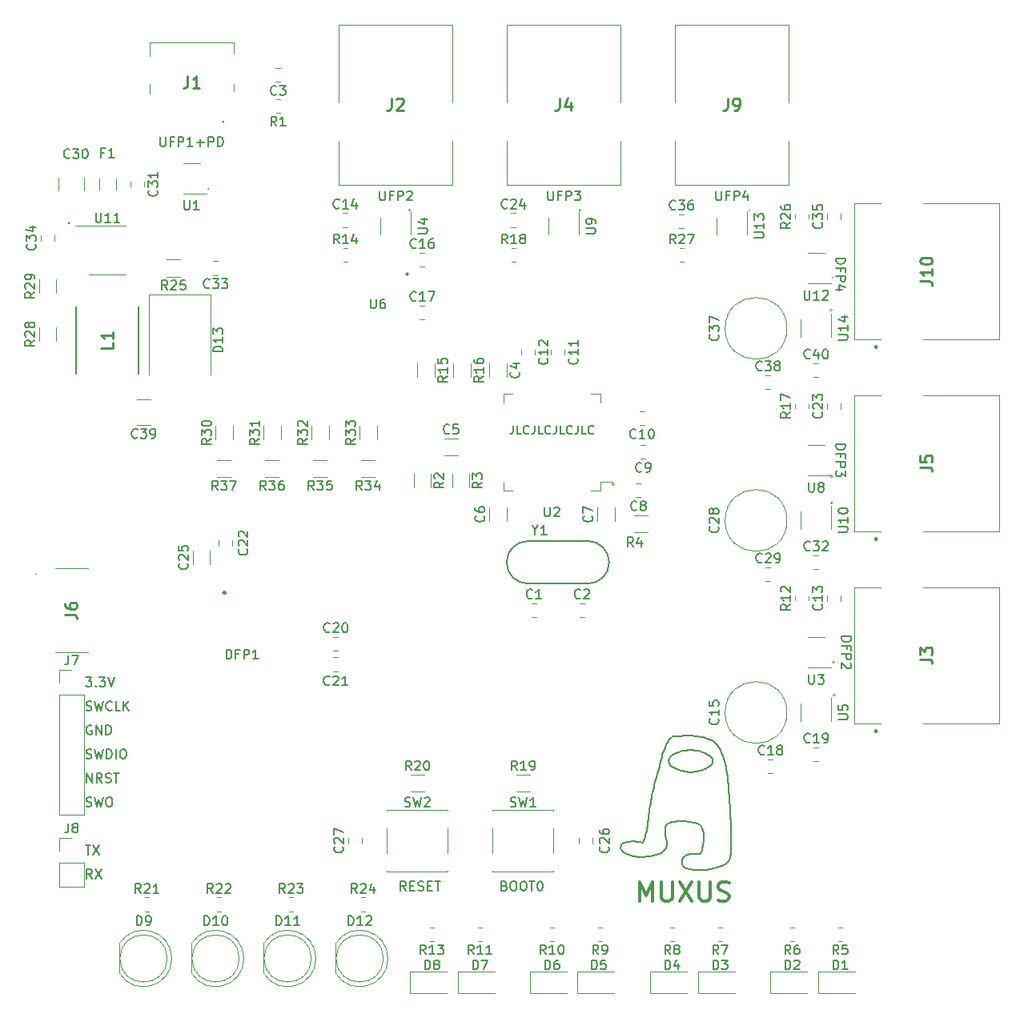
<source format=gto>
%TF.GenerationSoftware,KiCad,Pcbnew,(5.1.10)-1*%
%TF.CreationDate,2021-10-03T21:41:51+02:00*%
%TF.ProjectId,MUXUS,4d555855-532e-46b6-9963-61645f706362,rev?*%
%TF.SameCoordinates,Original*%
%TF.FileFunction,Legend,Top*%
%TF.FilePolarity,Positive*%
%FSLAX46Y46*%
G04 Gerber Fmt 4.6, Leading zero omitted, Abs format (unit mm)*
G04 Created by KiCad (PCBNEW (5.1.10)-1) date 2021-10-03 21:41:51*
%MOMM*%
%LPD*%
G01*
G04 APERTURE LIST*
%ADD10C,0.120000*%
%ADD11C,0.127000*%
%ADD12C,0.150000*%
%ADD13C,0.300000*%
%ADD14C,0.200000*%
%ADD15C,0.100000*%
%ADD16C,0.250000*%
%ADD17C,0.254000*%
%ADD18R,0.850000X0.200000*%
%ADD19R,0.200000X0.850000*%
%ADD20R,2.180000X2.000000*%
%ADD21R,0.300000X1.150000*%
%ADD22R,0.850000X0.250000*%
%ADD23R,0.250000X0.850000*%
%ADD24R,3.600000X3.600000*%
%ADD25O,1.700000X1.700000*%
%ADD26R,1.700000X1.700000*%
%ADD27R,2.790000X0.740000*%
%ADD28C,1.600000*%
%ADD29C,1.800000*%
%ADD30R,1.800000X1.800000*%
%ADD31R,3.300000X2.500000*%
%ADD32C,6.400000*%
%ADD33C,0.800000*%
%ADD34R,1.500000X1.500000*%
%ADD35C,1.500000*%
%ADD36C,3.570000*%
%ADD37C,1.545000*%
%ADD38R,3.200000X2.800000*%
%ADD39R,1.550000X1.300000*%
%ADD40R,1.060000X0.650000*%
%ADD41R,0.650000X1.060000*%
%ADD42C,1.080000*%
G04 APERTURE END LIST*
D10*
X101092000Y-82613500D02*
G75*
G03*
X101092000Y-82613500I-127000J0D01*
G01*
X101028500Y-79121000D02*
G75*
G03*
X101028500Y-79121000I-127000J0D01*
G01*
X100800803Y-62293500D02*
G75*
G03*
X100800803Y-62293500I-89803J0D01*
G01*
X100852990Y-59499500D02*
G75*
G03*
X100852990Y-59499500I-141990J0D01*
G01*
X100838000Y-38481000D02*
G75*
G03*
X100838000Y-38481000I-63500J0D01*
G01*
X100774500Y-41910000D02*
G75*
G03*
X100774500Y-41910000I-127000J0D01*
G01*
X92075000Y-31305500D02*
G75*
G03*
X92075000Y-31305500I-63500J0D01*
G01*
X74194303Y-31305500D02*
G75*
G03*
X74194303Y-31305500I-89803J0D01*
G01*
X56134000Y-31305500D02*
G75*
G03*
X56134000Y-31305500I-63500J0D01*
G01*
X34861500Y-29083000D02*
G75*
G03*
X34861500Y-29083000I-63500J0D01*
G01*
X20155803Y-32702500D02*
G75*
G03*
X20155803Y-32702500I-89803J0D01*
G01*
X77738990Y-60325000D02*
G75*
G03*
X77738990Y-60325000I-141990J0D01*
G01*
D11*
X67013666Y-54123166D02*
X67013666Y-54758166D01*
X66971333Y-54885166D01*
X66886666Y-54969833D01*
X66759666Y-55012166D01*
X66675000Y-55012166D01*
X67860333Y-55012166D02*
X67437000Y-55012166D01*
X67437000Y-54123166D01*
X68664666Y-54927500D02*
X68622333Y-54969833D01*
X68495333Y-55012166D01*
X68410666Y-55012166D01*
X68283666Y-54969833D01*
X68199000Y-54885166D01*
X68156666Y-54800500D01*
X68114333Y-54631166D01*
X68114333Y-54504166D01*
X68156666Y-54334833D01*
X68199000Y-54250166D01*
X68283666Y-54165500D01*
X68410666Y-54123166D01*
X68495333Y-54123166D01*
X68622333Y-54165500D01*
X68664666Y-54207833D01*
X69299666Y-54123166D02*
X69299666Y-54758166D01*
X69257333Y-54885166D01*
X69172666Y-54969833D01*
X69045666Y-55012166D01*
X68961000Y-55012166D01*
X70146333Y-55012166D02*
X69723000Y-55012166D01*
X69723000Y-54123166D01*
X70950666Y-54927500D02*
X70908333Y-54969833D01*
X70781333Y-55012166D01*
X70696666Y-55012166D01*
X70569666Y-54969833D01*
X70485000Y-54885166D01*
X70442666Y-54800500D01*
X70400333Y-54631166D01*
X70400333Y-54504166D01*
X70442666Y-54334833D01*
X70485000Y-54250166D01*
X70569666Y-54165500D01*
X70696666Y-54123166D01*
X70781333Y-54123166D01*
X70908333Y-54165500D01*
X70950666Y-54207833D01*
X71585666Y-54123166D02*
X71585666Y-54758166D01*
X71543333Y-54885166D01*
X71458666Y-54969833D01*
X71331666Y-55012166D01*
X71247000Y-55012166D01*
X72432333Y-55012166D02*
X72009000Y-55012166D01*
X72009000Y-54123166D01*
X73236666Y-54927500D02*
X73194333Y-54969833D01*
X73067333Y-55012166D01*
X72982666Y-55012166D01*
X72855666Y-54969833D01*
X72771000Y-54885166D01*
X72728666Y-54800500D01*
X72686333Y-54631166D01*
X72686333Y-54504166D01*
X72728666Y-54334833D01*
X72771000Y-54250166D01*
X72855666Y-54165500D01*
X72982666Y-54123166D01*
X73067333Y-54123166D01*
X73194333Y-54165500D01*
X73236666Y-54207833D01*
X73871666Y-54123166D02*
X73871666Y-54758166D01*
X73829333Y-54885166D01*
X73744666Y-54969833D01*
X73617666Y-55012166D01*
X73533000Y-55012166D01*
X74718333Y-55012166D02*
X74295000Y-55012166D01*
X74295000Y-54123166D01*
X75522666Y-54927500D02*
X75480333Y-54969833D01*
X75353333Y-55012166D01*
X75268666Y-55012166D01*
X75141666Y-54969833D01*
X75057000Y-54885166D01*
X75014666Y-54800500D01*
X74972333Y-54631166D01*
X74972333Y-54504166D01*
X75014666Y-54334833D01*
X75057000Y-54250166D01*
X75141666Y-54165500D01*
X75268666Y-54123166D01*
X75353333Y-54123166D01*
X75480333Y-54165500D01*
X75522666Y-54207833D01*
D12*
X22497023Y-102052380D02*
X22163690Y-101576190D01*
X21925595Y-102052380D02*
X21925595Y-101052380D01*
X22306547Y-101052380D01*
X22401785Y-101100000D01*
X22449404Y-101147619D01*
X22497023Y-101242857D01*
X22497023Y-101385714D01*
X22449404Y-101480952D01*
X22401785Y-101528571D01*
X22306547Y-101576190D01*
X21925595Y-101576190D01*
X22830357Y-101052380D02*
X23497023Y-102052380D01*
X23497023Y-101052380D02*
X22830357Y-102052380D01*
X21782738Y-98512380D02*
X22354166Y-98512380D01*
X22068452Y-99512380D02*
X22068452Y-98512380D01*
X22592261Y-98512380D02*
X23258928Y-99512380D01*
X23258928Y-98512380D02*
X22592261Y-99512380D01*
X21877976Y-94384761D02*
X22020833Y-94432380D01*
X22258928Y-94432380D01*
X22354166Y-94384761D01*
X22401785Y-94337142D01*
X22449404Y-94241904D01*
X22449404Y-94146666D01*
X22401785Y-94051428D01*
X22354166Y-94003809D01*
X22258928Y-93956190D01*
X22068452Y-93908571D01*
X21973214Y-93860952D01*
X21925595Y-93813333D01*
X21877976Y-93718095D01*
X21877976Y-93622857D01*
X21925595Y-93527619D01*
X21973214Y-93480000D01*
X22068452Y-93432380D01*
X22306547Y-93432380D01*
X22449404Y-93480000D01*
X22782738Y-93432380D02*
X23020833Y-94432380D01*
X23211309Y-93718095D01*
X23401785Y-94432380D01*
X23639880Y-93432380D01*
X24211309Y-93432380D02*
X24401785Y-93432380D01*
X24497023Y-93480000D01*
X24592261Y-93575238D01*
X24639880Y-93765714D01*
X24639880Y-94099047D01*
X24592261Y-94289523D01*
X24497023Y-94384761D01*
X24401785Y-94432380D01*
X24211309Y-94432380D01*
X24116071Y-94384761D01*
X24020833Y-94289523D01*
X23973214Y-94099047D01*
X23973214Y-93765714D01*
X24020833Y-93575238D01*
X24116071Y-93480000D01*
X24211309Y-93432380D01*
X21925595Y-91892380D02*
X21925595Y-90892380D01*
X22497023Y-91892380D01*
X22497023Y-90892380D01*
X23544642Y-91892380D02*
X23211309Y-91416190D01*
X22973214Y-91892380D02*
X22973214Y-90892380D01*
X23354166Y-90892380D01*
X23449404Y-90940000D01*
X23497023Y-90987619D01*
X23544642Y-91082857D01*
X23544642Y-91225714D01*
X23497023Y-91320952D01*
X23449404Y-91368571D01*
X23354166Y-91416190D01*
X22973214Y-91416190D01*
X23925595Y-91844761D02*
X24068452Y-91892380D01*
X24306547Y-91892380D01*
X24401785Y-91844761D01*
X24449404Y-91797142D01*
X24497023Y-91701904D01*
X24497023Y-91606666D01*
X24449404Y-91511428D01*
X24401785Y-91463809D01*
X24306547Y-91416190D01*
X24116071Y-91368571D01*
X24020833Y-91320952D01*
X23973214Y-91273333D01*
X23925595Y-91178095D01*
X23925595Y-91082857D01*
X23973214Y-90987619D01*
X24020833Y-90940000D01*
X24116071Y-90892380D01*
X24354166Y-90892380D01*
X24497023Y-90940000D01*
X24782738Y-90892380D02*
X25354166Y-90892380D01*
X25068452Y-91892380D02*
X25068452Y-90892380D01*
X21877976Y-89304761D02*
X22020833Y-89352380D01*
X22258928Y-89352380D01*
X22354166Y-89304761D01*
X22401785Y-89257142D01*
X22449404Y-89161904D01*
X22449404Y-89066666D01*
X22401785Y-88971428D01*
X22354166Y-88923809D01*
X22258928Y-88876190D01*
X22068452Y-88828571D01*
X21973214Y-88780952D01*
X21925595Y-88733333D01*
X21877976Y-88638095D01*
X21877976Y-88542857D01*
X21925595Y-88447619D01*
X21973214Y-88400000D01*
X22068452Y-88352380D01*
X22306547Y-88352380D01*
X22449404Y-88400000D01*
X22782738Y-88352380D02*
X23020833Y-89352380D01*
X23211309Y-88638095D01*
X23401785Y-89352380D01*
X23639880Y-88352380D01*
X24020833Y-89352380D02*
X24020833Y-88352380D01*
X24258928Y-88352380D01*
X24401785Y-88400000D01*
X24497023Y-88495238D01*
X24544642Y-88590476D01*
X24592261Y-88780952D01*
X24592261Y-88923809D01*
X24544642Y-89114285D01*
X24497023Y-89209523D01*
X24401785Y-89304761D01*
X24258928Y-89352380D01*
X24020833Y-89352380D01*
X25020833Y-89352380D02*
X25020833Y-88352380D01*
X25687500Y-88352380D02*
X25877976Y-88352380D01*
X25973214Y-88400000D01*
X26068452Y-88495238D01*
X26116071Y-88685714D01*
X26116071Y-89019047D01*
X26068452Y-89209523D01*
X25973214Y-89304761D01*
X25877976Y-89352380D01*
X25687500Y-89352380D01*
X25592261Y-89304761D01*
X25497023Y-89209523D01*
X25449404Y-89019047D01*
X25449404Y-88685714D01*
X25497023Y-88495238D01*
X25592261Y-88400000D01*
X25687500Y-88352380D01*
X22449404Y-85860000D02*
X22354166Y-85812380D01*
X22211309Y-85812380D01*
X22068452Y-85860000D01*
X21973214Y-85955238D01*
X21925595Y-86050476D01*
X21877976Y-86240952D01*
X21877976Y-86383809D01*
X21925595Y-86574285D01*
X21973214Y-86669523D01*
X22068452Y-86764761D01*
X22211309Y-86812380D01*
X22306547Y-86812380D01*
X22449404Y-86764761D01*
X22497023Y-86717142D01*
X22497023Y-86383809D01*
X22306547Y-86383809D01*
X22925595Y-86812380D02*
X22925595Y-85812380D01*
X23497023Y-86812380D01*
X23497023Y-85812380D01*
X23973214Y-86812380D02*
X23973214Y-85812380D01*
X24211309Y-85812380D01*
X24354166Y-85860000D01*
X24449404Y-85955238D01*
X24497023Y-86050476D01*
X24544642Y-86240952D01*
X24544642Y-86383809D01*
X24497023Y-86574285D01*
X24449404Y-86669523D01*
X24354166Y-86764761D01*
X24211309Y-86812380D01*
X23973214Y-86812380D01*
X21877976Y-84224761D02*
X22020833Y-84272380D01*
X22258928Y-84272380D01*
X22354166Y-84224761D01*
X22401785Y-84177142D01*
X22449404Y-84081904D01*
X22449404Y-83986666D01*
X22401785Y-83891428D01*
X22354166Y-83843809D01*
X22258928Y-83796190D01*
X22068452Y-83748571D01*
X21973214Y-83700952D01*
X21925595Y-83653333D01*
X21877976Y-83558095D01*
X21877976Y-83462857D01*
X21925595Y-83367619D01*
X21973214Y-83320000D01*
X22068452Y-83272380D01*
X22306547Y-83272380D01*
X22449404Y-83320000D01*
X22782738Y-83272380D02*
X23020833Y-84272380D01*
X23211309Y-83558095D01*
X23401785Y-84272380D01*
X23639880Y-83272380D01*
X24592261Y-84177142D02*
X24544642Y-84224761D01*
X24401785Y-84272380D01*
X24306547Y-84272380D01*
X24163690Y-84224761D01*
X24068452Y-84129523D01*
X24020833Y-84034285D01*
X23973214Y-83843809D01*
X23973214Y-83700952D01*
X24020833Y-83510476D01*
X24068452Y-83415238D01*
X24163690Y-83320000D01*
X24306547Y-83272380D01*
X24401785Y-83272380D01*
X24544642Y-83320000D01*
X24592261Y-83367619D01*
X25497023Y-84272380D02*
X25020833Y-84272380D01*
X25020833Y-83272380D01*
X25830357Y-84272380D02*
X25830357Y-83272380D01*
X26401785Y-84272380D02*
X25973214Y-83700952D01*
X26401785Y-83272380D02*
X25830357Y-83843809D01*
X21830357Y-80732380D02*
X22449404Y-80732380D01*
X22116071Y-81113333D01*
X22258928Y-81113333D01*
X22354166Y-81160952D01*
X22401785Y-81208571D01*
X22449404Y-81303809D01*
X22449404Y-81541904D01*
X22401785Y-81637142D01*
X22354166Y-81684761D01*
X22258928Y-81732380D01*
X21973214Y-81732380D01*
X21877976Y-81684761D01*
X21830357Y-81637142D01*
X22877976Y-81637142D02*
X22925595Y-81684761D01*
X22877976Y-81732380D01*
X22830357Y-81684761D01*
X22877976Y-81637142D01*
X22877976Y-81732380D01*
X23258928Y-80732380D02*
X23877976Y-80732380D01*
X23544642Y-81113333D01*
X23687500Y-81113333D01*
X23782738Y-81160952D01*
X23830357Y-81208571D01*
X23877976Y-81303809D01*
X23877976Y-81541904D01*
X23830357Y-81637142D01*
X23782738Y-81684761D01*
X23687500Y-81732380D01*
X23401785Y-81732380D01*
X23306547Y-81684761D01*
X23258928Y-81637142D01*
X24163690Y-80732380D02*
X24497023Y-81732380D01*
X24830357Y-80732380D01*
X66111666Y-102798571D02*
X66254523Y-102846190D01*
X66302142Y-102893809D01*
X66349761Y-102989047D01*
X66349761Y-103131904D01*
X66302142Y-103227142D01*
X66254523Y-103274761D01*
X66159285Y-103322380D01*
X65778333Y-103322380D01*
X65778333Y-102322380D01*
X66111666Y-102322380D01*
X66206904Y-102370000D01*
X66254523Y-102417619D01*
X66302142Y-102512857D01*
X66302142Y-102608095D01*
X66254523Y-102703333D01*
X66206904Y-102750952D01*
X66111666Y-102798571D01*
X65778333Y-102798571D01*
X66968809Y-102322380D02*
X67159285Y-102322380D01*
X67254523Y-102370000D01*
X67349761Y-102465238D01*
X67397380Y-102655714D01*
X67397380Y-102989047D01*
X67349761Y-103179523D01*
X67254523Y-103274761D01*
X67159285Y-103322380D01*
X66968809Y-103322380D01*
X66873571Y-103274761D01*
X66778333Y-103179523D01*
X66730714Y-102989047D01*
X66730714Y-102655714D01*
X66778333Y-102465238D01*
X66873571Y-102370000D01*
X66968809Y-102322380D01*
X68016428Y-102322380D02*
X68206904Y-102322380D01*
X68302142Y-102370000D01*
X68397380Y-102465238D01*
X68445000Y-102655714D01*
X68445000Y-102989047D01*
X68397380Y-103179523D01*
X68302142Y-103274761D01*
X68206904Y-103322380D01*
X68016428Y-103322380D01*
X67921190Y-103274761D01*
X67825952Y-103179523D01*
X67778333Y-102989047D01*
X67778333Y-102655714D01*
X67825952Y-102465238D01*
X67921190Y-102370000D01*
X68016428Y-102322380D01*
X68730714Y-102322380D02*
X69302142Y-102322380D01*
X69016428Y-103322380D02*
X69016428Y-102322380D01*
X69825952Y-102322380D02*
X69921190Y-102322380D01*
X70016428Y-102370000D01*
X70064047Y-102417619D01*
X70111666Y-102512857D01*
X70159285Y-102703333D01*
X70159285Y-102941428D01*
X70111666Y-103131904D01*
X70064047Y-103227142D01*
X70016428Y-103274761D01*
X69921190Y-103322380D01*
X69825952Y-103322380D01*
X69730714Y-103274761D01*
X69683095Y-103227142D01*
X69635476Y-103131904D01*
X69587857Y-102941428D01*
X69587857Y-102703333D01*
X69635476Y-102512857D01*
X69683095Y-102417619D01*
X69730714Y-102370000D01*
X69825952Y-102322380D01*
X55697619Y-103322380D02*
X55364285Y-102846190D01*
X55126190Y-103322380D02*
X55126190Y-102322380D01*
X55507142Y-102322380D01*
X55602380Y-102370000D01*
X55650000Y-102417619D01*
X55697619Y-102512857D01*
X55697619Y-102655714D01*
X55650000Y-102750952D01*
X55602380Y-102798571D01*
X55507142Y-102846190D01*
X55126190Y-102846190D01*
X56126190Y-102798571D02*
X56459523Y-102798571D01*
X56602380Y-103322380D02*
X56126190Y-103322380D01*
X56126190Y-102322380D01*
X56602380Y-102322380D01*
X56983333Y-103274761D02*
X57126190Y-103322380D01*
X57364285Y-103322380D01*
X57459523Y-103274761D01*
X57507142Y-103227142D01*
X57554761Y-103131904D01*
X57554761Y-103036666D01*
X57507142Y-102941428D01*
X57459523Y-102893809D01*
X57364285Y-102846190D01*
X57173809Y-102798571D01*
X57078571Y-102750952D01*
X57030952Y-102703333D01*
X56983333Y-102608095D01*
X56983333Y-102512857D01*
X57030952Y-102417619D01*
X57078571Y-102370000D01*
X57173809Y-102322380D01*
X57411904Y-102322380D01*
X57554761Y-102370000D01*
X57983333Y-102798571D02*
X58316666Y-102798571D01*
X58459523Y-103322380D02*
X57983333Y-103322380D01*
X57983333Y-102322380D01*
X58459523Y-102322380D01*
X58745238Y-102322380D02*
X59316666Y-102322380D01*
X59030952Y-103322380D02*
X59030952Y-102322380D01*
D13*
X80423333Y-104409761D02*
X80423333Y-102409761D01*
X81090000Y-103838333D01*
X81756666Y-102409761D01*
X81756666Y-104409761D01*
X82709047Y-102409761D02*
X82709047Y-104028809D01*
X82804285Y-104219285D01*
X82899523Y-104314523D01*
X83090000Y-104409761D01*
X83470952Y-104409761D01*
X83661428Y-104314523D01*
X83756666Y-104219285D01*
X83851904Y-104028809D01*
X83851904Y-102409761D01*
X84613809Y-102409761D02*
X85947142Y-104409761D01*
X85947142Y-102409761D02*
X84613809Y-104409761D01*
X86709047Y-102409761D02*
X86709047Y-104028809D01*
X86804285Y-104219285D01*
X86899523Y-104314523D01*
X87090000Y-104409761D01*
X87470952Y-104409761D01*
X87661428Y-104314523D01*
X87756666Y-104219285D01*
X87851904Y-104028809D01*
X87851904Y-102409761D01*
X88709047Y-104314523D02*
X88994761Y-104409761D01*
X89470952Y-104409761D01*
X89661428Y-104314523D01*
X89756666Y-104219285D01*
X89851904Y-104028809D01*
X89851904Y-103838333D01*
X89756666Y-103647857D01*
X89661428Y-103552619D01*
X89470952Y-103457380D01*
X89090000Y-103362142D01*
X88899523Y-103266904D01*
X88804285Y-103171666D01*
X88709047Y-102981190D01*
X88709047Y-102790714D01*
X88804285Y-102600238D01*
X88899523Y-102505000D01*
X89090000Y-102409761D01*
X89566190Y-102409761D01*
X89851904Y-102505000D01*
D12*
X36687333Y-78811380D02*
X36687333Y-77811380D01*
X36925428Y-77811380D01*
X37068285Y-77859000D01*
X37163523Y-77954238D01*
X37211142Y-78049476D01*
X37258761Y-78239952D01*
X37258761Y-78382809D01*
X37211142Y-78573285D01*
X37163523Y-78668523D01*
X37068285Y-78763761D01*
X36925428Y-78811380D01*
X36687333Y-78811380D01*
X38020666Y-78287571D02*
X37687333Y-78287571D01*
X37687333Y-78811380D02*
X37687333Y-77811380D01*
X38163523Y-77811380D01*
X38544476Y-78811380D02*
X38544476Y-77811380D01*
X38925428Y-77811380D01*
X39020666Y-77859000D01*
X39068285Y-77906619D01*
X39115904Y-78001857D01*
X39115904Y-78144714D01*
X39068285Y-78239952D01*
X39020666Y-78287571D01*
X38925428Y-78335190D01*
X38544476Y-78335190D01*
X40068285Y-78811380D02*
X39496857Y-78811380D01*
X39782571Y-78811380D02*
X39782571Y-77811380D01*
X39687333Y-77954238D01*
X39592095Y-78049476D01*
X39496857Y-78097095D01*
X101782619Y-76438333D02*
X102782619Y-76438333D01*
X102782619Y-76676428D01*
X102735000Y-76819285D01*
X102639761Y-76914523D01*
X102544523Y-76962142D01*
X102354047Y-77009761D01*
X102211190Y-77009761D01*
X102020714Y-76962142D01*
X101925476Y-76914523D01*
X101830238Y-76819285D01*
X101782619Y-76676428D01*
X101782619Y-76438333D01*
X102306428Y-77771666D02*
X102306428Y-77438333D01*
X101782619Y-77438333D02*
X102782619Y-77438333D01*
X102782619Y-77914523D01*
X101782619Y-78295476D02*
X102782619Y-78295476D01*
X102782619Y-78676428D01*
X102735000Y-78771666D01*
X102687380Y-78819285D01*
X102592142Y-78866904D01*
X102449285Y-78866904D01*
X102354047Y-78819285D01*
X102306428Y-78771666D01*
X102258809Y-78676428D01*
X102258809Y-78295476D01*
X102687380Y-79247857D02*
X102735000Y-79295476D01*
X102782619Y-79390714D01*
X102782619Y-79628809D01*
X102735000Y-79724047D01*
X102687380Y-79771666D01*
X102592142Y-79819285D01*
X102496904Y-79819285D01*
X102354047Y-79771666D01*
X101782619Y-79200238D01*
X101782619Y-79819285D01*
X101147619Y-56118333D02*
X102147619Y-56118333D01*
X102147619Y-56356428D01*
X102100000Y-56499285D01*
X102004761Y-56594523D01*
X101909523Y-56642142D01*
X101719047Y-56689761D01*
X101576190Y-56689761D01*
X101385714Y-56642142D01*
X101290476Y-56594523D01*
X101195238Y-56499285D01*
X101147619Y-56356428D01*
X101147619Y-56118333D01*
X101671428Y-57451666D02*
X101671428Y-57118333D01*
X101147619Y-57118333D02*
X102147619Y-57118333D01*
X102147619Y-57594523D01*
X101147619Y-57975476D02*
X102147619Y-57975476D01*
X102147619Y-58356428D01*
X102100000Y-58451666D01*
X102052380Y-58499285D01*
X101957142Y-58546904D01*
X101814285Y-58546904D01*
X101719047Y-58499285D01*
X101671428Y-58451666D01*
X101623809Y-58356428D01*
X101623809Y-57975476D01*
X102147619Y-58880238D02*
X102147619Y-59499285D01*
X101766666Y-59165952D01*
X101766666Y-59308809D01*
X101719047Y-59404047D01*
X101671428Y-59451666D01*
X101576190Y-59499285D01*
X101338095Y-59499285D01*
X101242857Y-59451666D01*
X101195238Y-59404047D01*
X101147619Y-59308809D01*
X101147619Y-59023095D01*
X101195238Y-58927857D01*
X101242857Y-58880238D01*
X101147619Y-36433333D02*
X102147619Y-36433333D01*
X102147619Y-36671428D01*
X102100000Y-36814285D01*
X102004761Y-36909523D01*
X101909523Y-36957142D01*
X101719047Y-37004761D01*
X101576190Y-37004761D01*
X101385714Y-36957142D01*
X101290476Y-36909523D01*
X101195238Y-36814285D01*
X101147619Y-36671428D01*
X101147619Y-36433333D01*
X101671428Y-37766666D02*
X101671428Y-37433333D01*
X101147619Y-37433333D02*
X102147619Y-37433333D01*
X102147619Y-37909523D01*
X101147619Y-38290476D02*
X102147619Y-38290476D01*
X102147619Y-38671428D01*
X102100000Y-38766666D01*
X102052380Y-38814285D01*
X101957142Y-38861904D01*
X101814285Y-38861904D01*
X101719047Y-38814285D01*
X101671428Y-38766666D01*
X101623809Y-38671428D01*
X101623809Y-38290476D01*
X101814285Y-39719047D02*
X101147619Y-39719047D01*
X102195238Y-39480952D02*
X101480952Y-39242857D01*
X101480952Y-39861904D01*
X88479523Y-29297380D02*
X88479523Y-30106904D01*
X88527142Y-30202142D01*
X88574761Y-30249761D01*
X88670000Y-30297380D01*
X88860476Y-30297380D01*
X88955714Y-30249761D01*
X89003333Y-30202142D01*
X89050952Y-30106904D01*
X89050952Y-29297380D01*
X89860476Y-29773571D02*
X89527142Y-29773571D01*
X89527142Y-30297380D02*
X89527142Y-29297380D01*
X90003333Y-29297380D01*
X90384285Y-30297380D02*
X90384285Y-29297380D01*
X90765238Y-29297380D01*
X90860476Y-29345000D01*
X90908095Y-29392619D01*
X90955714Y-29487857D01*
X90955714Y-29630714D01*
X90908095Y-29725952D01*
X90860476Y-29773571D01*
X90765238Y-29821190D01*
X90384285Y-29821190D01*
X91812857Y-29630714D02*
X91812857Y-30297380D01*
X91574761Y-29249761D02*
X91336666Y-29964047D01*
X91955714Y-29964047D01*
X70699523Y-29297380D02*
X70699523Y-30106904D01*
X70747142Y-30202142D01*
X70794761Y-30249761D01*
X70890000Y-30297380D01*
X71080476Y-30297380D01*
X71175714Y-30249761D01*
X71223333Y-30202142D01*
X71270952Y-30106904D01*
X71270952Y-29297380D01*
X72080476Y-29773571D02*
X71747142Y-29773571D01*
X71747142Y-30297380D02*
X71747142Y-29297380D01*
X72223333Y-29297380D01*
X72604285Y-30297380D02*
X72604285Y-29297380D01*
X72985238Y-29297380D01*
X73080476Y-29345000D01*
X73128095Y-29392619D01*
X73175714Y-29487857D01*
X73175714Y-29630714D01*
X73128095Y-29725952D01*
X73080476Y-29773571D01*
X72985238Y-29821190D01*
X72604285Y-29821190D01*
X73509047Y-29297380D02*
X74128095Y-29297380D01*
X73794761Y-29678333D01*
X73937619Y-29678333D01*
X74032857Y-29725952D01*
X74080476Y-29773571D01*
X74128095Y-29868809D01*
X74128095Y-30106904D01*
X74080476Y-30202142D01*
X74032857Y-30249761D01*
X73937619Y-30297380D01*
X73651904Y-30297380D01*
X73556666Y-30249761D01*
X73509047Y-30202142D01*
X52919523Y-29297380D02*
X52919523Y-30106904D01*
X52967142Y-30202142D01*
X53014761Y-30249761D01*
X53110000Y-30297380D01*
X53300476Y-30297380D01*
X53395714Y-30249761D01*
X53443333Y-30202142D01*
X53490952Y-30106904D01*
X53490952Y-29297380D01*
X54300476Y-29773571D02*
X53967142Y-29773571D01*
X53967142Y-30297380D02*
X53967142Y-29297380D01*
X54443333Y-29297380D01*
X54824285Y-30297380D02*
X54824285Y-29297380D01*
X55205238Y-29297380D01*
X55300476Y-29345000D01*
X55348095Y-29392619D01*
X55395714Y-29487857D01*
X55395714Y-29630714D01*
X55348095Y-29725952D01*
X55300476Y-29773571D01*
X55205238Y-29821190D01*
X54824285Y-29821190D01*
X55776666Y-29392619D02*
X55824285Y-29345000D01*
X55919523Y-29297380D01*
X56157619Y-29297380D01*
X56252857Y-29345000D01*
X56300476Y-29392619D01*
X56348095Y-29487857D01*
X56348095Y-29583095D01*
X56300476Y-29725952D01*
X55729047Y-30297380D01*
X56348095Y-30297380D01*
X29710476Y-23582380D02*
X29710476Y-24391904D01*
X29758095Y-24487142D01*
X29805714Y-24534761D01*
X29900952Y-24582380D01*
X30091428Y-24582380D01*
X30186666Y-24534761D01*
X30234285Y-24487142D01*
X30281904Y-24391904D01*
X30281904Y-23582380D01*
X31091428Y-24058571D02*
X30758095Y-24058571D01*
X30758095Y-24582380D02*
X30758095Y-23582380D01*
X31234285Y-23582380D01*
X31615238Y-24582380D02*
X31615238Y-23582380D01*
X31996190Y-23582380D01*
X32091428Y-23630000D01*
X32139047Y-23677619D01*
X32186666Y-23772857D01*
X32186666Y-23915714D01*
X32139047Y-24010952D01*
X32091428Y-24058571D01*
X31996190Y-24106190D01*
X31615238Y-24106190D01*
X33139047Y-24582380D02*
X32567619Y-24582380D01*
X32853333Y-24582380D02*
X32853333Y-23582380D01*
X32758095Y-23725238D01*
X32662857Y-23820476D01*
X32567619Y-23868095D01*
X33567619Y-24201428D02*
X34329523Y-24201428D01*
X33948571Y-24582380D02*
X33948571Y-23820476D01*
X34805714Y-24582380D02*
X34805714Y-23582380D01*
X35186666Y-23582380D01*
X35281904Y-23630000D01*
X35329523Y-23677619D01*
X35377142Y-23772857D01*
X35377142Y-23915714D01*
X35329523Y-24010952D01*
X35281904Y-24058571D01*
X35186666Y-24106190D01*
X34805714Y-24106190D01*
X35805714Y-24582380D02*
X35805714Y-23582380D01*
X36043809Y-23582380D01*
X36186666Y-23630000D01*
X36281904Y-23725238D01*
X36329523Y-23820476D01*
X36377142Y-24010952D01*
X36377142Y-24153809D01*
X36329523Y-24344285D01*
X36281904Y-24439523D01*
X36186666Y-24534761D01*
X36043809Y-24582380D01*
X35805714Y-24582380D01*
D14*
X55910000Y-38095000D02*
G75*
G03*
X55910000Y-38095000I-100000J0D01*
G01*
X36420000Y-21972000D02*
X36420000Y-21972000D01*
X36320000Y-21972000D02*
X36320000Y-21972000D01*
X36420000Y-21972000D02*
X36420000Y-21972000D01*
D15*
X28550000Y-19022000D02*
X28550000Y-18022000D01*
X28550000Y-19022000D02*
X28550000Y-19022000D01*
X28550000Y-18022000D02*
X28550000Y-19022000D01*
X28550000Y-18022000D02*
X28550000Y-18022000D01*
X28550000Y-15022000D02*
X28550000Y-13595000D01*
X28550000Y-15022000D02*
X28550000Y-15022000D01*
X28550000Y-13595000D02*
X28550000Y-15022000D01*
X28550000Y-13595000D02*
X28550000Y-13595000D01*
X37490000Y-13595000D02*
X37490000Y-13595000D01*
X28550000Y-13595000D02*
X37490000Y-13595000D01*
X28550000Y-13595000D02*
X28550000Y-13595000D01*
X37490000Y-13595000D02*
X28550000Y-13595000D01*
X37490000Y-13595000D02*
X37490000Y-14772000D01*
X37490000Y-13595000D02*
X37490000Y-13595000D01*
X37490000Y-14772000D02*
X37490000Y-13595000D01*
X37490000Y-14772000D02*
X37490000Y-14772000D01*
X37490000Y-18022000D02*
X37490000Y-18772000D01*
X37520000Y-18022000D02*
X37490000Y-18022000D01*
X37520000Y-18772000D02*
X37520000Y-18022000D01*
X37490000Y-18772000D02*
X37520000Y-18772000D01*
D14*
X36320000Y-21972000D02*
G75*
G02*
X36420000Y-21972000I50000J0D01*
G01*
X36420000Y-21972000D02*
G75*
G02*
X36320000Y-21972000I-50000J0D01*
G01*
X36320000Y-21972000D02*
G75*
G02*
X36420000Y-21972000I50000J0D01*
G01*
D16*
X36620000Y-71795000D02*
G75*
G03*
X36620000Y-71795000I-125000J0D01*
G01*
D10*
X52599000Y-55591064D02*
X52599000Y-54136936D01*
X50779000Y-55591064D02*
X50779000Y-54136936D01*
X52416064Y-57764000D02*
X50961936Y-57764000D01*
X52416064Y-59584000D02*
X50961936Y-59584000D01*
X18990000Y-95310000D02*
X21650000Y-95310000D01*
X18990000Y-82550000D02*
X18990000Y-95310000D01*
X21650000Y-82550000D02*
X21650000Y-95310000D01*
X18990000Y-82550000D02*
X21650000Y-82550000D01*
X18990000Y-81280000D02*
X18990000Y-79950000D01*
X18990000Y-79950000D02*
X20320000Y-79950000D01*
X18990000Y-102930000D02*
X21650000Y-102930000D01*
X18990000Y-100330000D02*
X18990000Y-102930000D01*
X21650000Y-100330000D02*
X21650000Y-102930000D01*
X18990000Y-100330000D02*
X21650000Y-100330000D01*
X18990000Y-99060000D02*
X18990000Y-97730000D01*
X18990000Y-97730000D02*
X20320000Y-97730000D01*
X57142748Y-41429000D02*
X57665252Y-41429000D01*
X57142748Y-42899000D02*
X57665252Y-42899000D01*
D15*
X22035000Y-78105000D02*
X18605000Y-78105000D01*
X18605000Y-69215000D02*
X22035000Y-69215000D01*
D14*
X16585000Y-69825000D02*
G75*
G03*
X16585000Y-69825000I-50000J0D01*
G01*
X87774445Y-87294239D02*
X88008586Y-87391268D01*
X88008586Y-87391268D02*
X88225094Y-87532923D01*
X88225094Y-87532923D02*
X88424486Y-87713867D01*
X88424486Y-87713867D02*
X88607279Y-87928767D01*
X88607279Y-87928767D02*
X88773992Y-88172287D01*
X88773992Y-88172287D02*
X88925140Y-88439093D01*
X88925140Y-88439093D02*
X89061243Y-88723850D01*
X89061243Y-88723850D02*
X89182816Y-89021223D01*
X89182816Y-89021223D02*
X89290378Y-89325878D01*
X89290378Y-89325878D02*
X89384445Y-89632481D01*
X89384445Y-89632481D02*
X89465536Y-89935695D01*
X89465536Y-89935695D02*
X89534167Y-90230188D01*
X89534167Y-90230188D02*
X89590856Y-90510623D01*
X89590856Y-90510623D02*
X89636120Y-90771666D01*
X89636120Y-90771666D02*
X89670477Y-91007983D01*
X89670477Y-91007983D02*
X89694445Y-91214239D01*
X89694445Y-91214239D02*
X89722297Y-91498769D01*
X89722297Y-91498769D02*
X89748976Y-91783420D01*
X89748976Y-91783420D02*
X89774504Y-92068183D01*
X89774504Y-92068183D02*
X89798905Y-92353050D01*
X89798905Y-92353050D02*
X89822201Y-92638013D01*
X89822201Y-92638013D02*
X89844414Y-92923064D01*
X89844414Y-92923064D02*
X89865569Y-93208196D01*
X89865569Y-93208196D02*
X89885687Y-93493400D01*
X89885687Y-93493400D02*
X89904793Y-93778669D01*
X89904793Y-93778669D02*
X89922907Y-94063994D01*
X89922907Y-94063994D02*
X89934445Y-94254239D01*
X89934445Y-94254239D02*
X89948264Y-94484059D01*
X89948264Y-94484059D02*
X89962266Y-94713901D01*
X89962266Y-94713901D02*
X89976301Y-94943764D01*
X89976301Y-94943764D02*
X89990223Y-95173650D01*
X89990223Y-95173650D02*
X90003882Y-95403558D01*
X90003882Y-95403558D02*
X90017130Y-95633489D01*
X90017130Y-95633489D02*
X90029820Y-95863445D01*
X90029820Y-95863445D02*
X90041803Y-96093426D01*
X90041803Y-96093426D02*
X90052931Y-96323431D01*
X90052931Y-96323431D02*
X90063056Y-96553463D01*
X90063056Y-96553463D02*
X90072030Y-96783522D01*
X90072030Y-96783522D02*
X90079704Y-97013608D01*
X90079704Y-97013608D02*
X90085931Y-97243722D01*
X90085931Y-97243722D02*
X90090562Y-97473865D01*
X90090562Y-97473865D02*
X90093449Y-97704037D01*
X90093449Y-97704037D02*
X90094445Y-97934239D01*
X85794772Y-88446694D02*
X86013607Y-88454102D01*
X86013607Y-88454102D02*
X86230687Y-88474241D01*
X86230687Y-88474241D02*
X86444301Y-88506255D01*
X86444301Y-88506255D02*
X86652741Y-88549289D01*
X86652741Y-88549289D02*
X86854298Y-88602488D01*
X86854298Y-88602488D02*
X87047262Y-88664998D01*
X87047262Y-88664998D02*
X87316858Y-88774349D01*
X87316858Y-88774349D02*
X87557506Y-88899839D01*
X87557506Y-88899839D02*
X87763439Y-89038581D01*
X87763439Y-89038581D02*
X87928888Y-89187692D01*
X87928888Y-89187692D02*
X88076543Y-89397645D01*
X88076543Y-89397645D02*
X88128298Y-89614059D01*
X83453224Y-89597884D02*
X83506475Y-89381833D01*
X83506475Y-89381833D02*
X83655578Y-89172906D01*
X83655578Y-89172906D02*
X83822055Y-89024944D01*
X83822055Y-89024944D02*
X84028943Y-88887630D01*
X84028943Y-88887630D02*
X84270454Y-88763808D01*
X84270454Y-88763808D02*
X84540801Y-88656326D01*
X84540801Y-88656326D02*
X84734192Y-88595153D01*
X84734192Y-88595153D02*
X84936112Y-88543349D01*
X84936112Y-88543349D02*
X85144845Y-88501758D01*
X85144845Y-88501758D02*
X85358676Y-88471223D01*
X85358676Y-88471223D02*
X85575890Y-88452587D01*
X85575890Y-88452587D02*
X85794772Y-88446694D01*
X88128298Y-89614059D02*
X88075046Y-89830109D01*
X88075046Y-89830109D02*
X87925943Y-90039036D01*
X87925943Y-90039036D02*
X87759466Y-90186998D01*
X87759466Y-90186998D02*
X87552578Y-90324312D01*
X87552578Y-90324312D02*
X87311067Y-90448134D01*
X87311067Y-90448134D02*
X87040720Y-90555616D01*
X87040720Y-90555616D02*
X86847329Y-90616789D01*
X86847329Y-90616789D02*
X86645409Y-90668593D01*
X86645409Y-90668593D02*
X86436676Y-90710184D01*
X86436676Y-90710184D02*
X86222845Y-90740719D01*
X86222845Y-90740719D02*
X86005631Y-90759355D01*
X86005631Y-90759355D02*
X85786750Y-90765249D01*
X90094445Y-97934239D02*
X90094167Y-98299563D01*
X90094167Y-98299563D02*
X90091408Y-98633383D01*
X90091408Y-98633383D02*
X90083278Y-98937441D01*
X90083278Y-98937441D02*
X90066889Y-99213477D01*
X90066889Y-99213477D02*
X90039353Y-99463235D01*
X90039353Y-99463235D02*
X89997779Y-99688455D01*
X89997779Y-99688455D02*
X89939279Y-99890879D01*
X89939279Y-99890879D02*
X89813474Y-100155582D01*
X89813474Y-100155582D02*
X89633335Y-100378790D01*
X89633335Y-100378790D02*
X89478242Y-100507446D01*
X89478242Y-100507446D02*
X89291779Y-100622014D01*
X89291779Y-100622014D02*
X89071057Y-100724236D01*
X89071057Y-100724236D02*
X88813186Y-100815853D01*
X88813186Y-100815853D02*
X88515278Y-100898606D01*
X88515278Y-100898606D02*
X88174445Y-100974239D01*
X85786750Y-90765249D02*
X85567914Y-90757840D01*
X85567914Y-90757840D02*
X85350834Y-90737701D01*
X85350834Y-90737701D02*
X85137220Y-90705688D01*
X85137220Y-90705688D02*
X84928780Y-90662653D01*
X84928780Y-90662653D02*
X84727223Y-90609454D01*
X84727223Y-90609454D02*
X84534259Y-90546944D01*
X84534259Y-90546944D02*
X84264663Y-90437593D01*
X84264663Y-90437593D02*
X84024015Y-90312104D01*
X84024015Y-90312104D02*
X83818082Y-90173361D01*
X83818082Y-90173361D02*
X83652633Y-90024251D01*
X83652633Y-90024251D02*
X83504978Y-89814298D01*
X83504978Y-89814298D02*
X83453224Y-89597884D01*
X86174445Y-96094239D02*
X85639608Y-96035732D01*
X85639608Y-96035732D02*
X85168132Y-96001278D01*
X85168132Y-96001278D02*
X84756262Y-95989557D01*
X84756262Y-95989557D02*
X84400239Y-95999252D01*
X84400239Y-95999252D02*
X84096309Y-96029044D01*
X84096309Y-96029044D02*
X83840714Y-96077616D01*
X83840714Y-96077616D02*
X83629697Y-96143649D01*
X83629697Y-96143649D02*
X83326373Y-96322828D01*
X83326373Y-96322828D02*
X83156286Y-96556036D01*
X83156286Y-96556036D02*
X83089382Y-96832730D01*
X83089382Y-96832730D02*
X83095610Y-97142365D01*
X83095610Y-97142365D02*
X83144916Y-97474397D01*
X83144916Y-97474397D02*
X83207249Y-97818282D01*
X83207249Y-97818282D02*
X83252557Y-98163476D01*
X83252557Y-98163476D02*
X83250786Y-98499434D01*
X83250786Y-98499434D02*
X83171884Y-98815612D01*
X83171884Y-98815612D02*
X82985800Y-99101466D01*
X82985800Y-99101466D02*
X82662480Y-99346452D01*
X82662480Y-99346452D02*
X82439965Y-99450325D01*
X82439965Y-99450325D02*
X82171872Y-99540026D01*
X82171872Y-99540026D02*
X81854445Y-99614239D01*
X86814445Y-96414239D02*
X86646243Y-96297966D01*
X86646243Y-96297966D02*
X86469930Y-96192501D01*
X86469930Y-96192501D02*
X86283341Y-96116654D01*
X86283341Y-96116654D02*
X86174445Y-96094239D01*
X84894445Y-100494239D02*
X84892484Y-100226400D01*
X84892484Y-100226400D02*
X84932209Y-100009042D01*
X84932209Y-100009042D02*
X85058350Y-99766046D01*
X85058350Y-99766046D02*
X85248440Y-99606776D01*
X85248440Y-99606776D02*
X85484577Y-99513320D01*
X85484577Y-99513320D02*
X85748854Y-99467763D01*
X85748854Y-99467763D02*
X86023368Y-99452193D01*
X86023368Y-99452193D02*
X86290215Y-99448696D01*
X86290215Y-99448696D02*
X86531490Y-99439359D01*
X86531490Y-99439359D02*
X86729288Y-99406269D01*
X86729288Y-99406269D02*
X86894445Y-99294239D01*
X87214445Y-101134239D02*
X86950595Y-101140990D01*
X86950595Y-101140990D02*
X86713088Y-101140383D01*
X86713088Y-101140383D02*
X86431614Y-101130877D01*
X86431614Y-101130877D02*
X86229323Y-101117281D01*
X86229323Y-101117281D02*
X86022170Y-101096261D01*
X86022170Y-101096261D02*
X85816025Y-101066427D01*
X85816025Y-101066427D02*
X85616760Y-101026392D01*
X85616760Y-101026392D02*
X85343606Y-100944177D01*
X85343606Y-100944177D02*
X85118959Y-100831202D01*
X85118959Y-100831202D02*
X84962633Y-100682784D01*
X84962633Y-100682784D02*
X84894445Y-100494239D01*
X84174445Y-86974239D02*
X84490702Y-86959057D01*
X84490702Y-86959057D02*
X84781332Y-86946771D01*
X84781332Y-86946771D02*
X85049217Y-86937766D01*
X85049217Y-86937766D02*
X85297243Y-86932427D01*
X85297243Y-86932427D02*
X85528294Y-86931137D01*
X85528294Y-86931137D02*
X85745254Y-86934282D01*
X85745254Y-86934282D02*
X85951007Y-86942246D01*
X85951007Y-86942246D02*
X86244936Y-86964069D01*
X86244936Y-86964069D02*
X86529876Y-86998898D01*
X86529876Y-86998898D02*
X86815561Y-87048032D01*
X86815561Y-87048032D02*
X87111728Y-87112768D01*
X87111728Y-87112768D02*
X87319803Y-87165234D01*
X87319803Y-87165234D02*
X87539747Y-87225596D01*
X87539747Y-87225596D02*
X87774445Y-87294239D01*
X86894445Y-99294239D02*
X86970859Y-99099815D01*
X86970859Y-99099815D02*
X87032122Y-98867760D01*
X87032122Y-98867760D02*
X87089863Y-98580708D01*
X87089863Y-98580708D02*
X87123329Y-98367198D01*
X87123329Y-98367198D02*
X87150622Y-98141861D01*
X87150622Y-98141861D02*
X87169900Y-97909743D01*
X87169900Y-97909743D02*
X87179320Y-97675890D01*
X87179320Y-97675890D02*
X87177040Y-97445349D01*
X87177040Y-97445349D02*
X87161215Y-97223167D01*
X87161215Y-97223167D02*
X87130005Y-97014388D01*
X87130005Y-97014388D02*
X87050309Y-96737391D01*
X87050309Y-96737391D02*
X86925628Y-96518939D01*
X86925628Y-96518939D02*
X86814445Y-96414239D01*
X82494445Y-90174239D02*
X82546360Y-89979055D01*
X82546360Y-89979055D02*
X82615786Y-89694832D01*
X82615786Y-89694832D02*
X82672538Y-89467397D01*
X82672538Y-89467397D02*
X82738184Y-89217658D01*
X82738184Y-89217658D02*
X82813169Y-88952524D01*
X82813169Y-88952524D02*
X82897936Y-88678903D01*
X82897936Y-88678903D02*
X82992931Y-88403704D01*
X82992931Y-88403704D02*
X83098598Y-88133833D01*
X83098598Y-88133833D02*
X83215382Y-87876200D01*
X83215382Y-87876200D02*
X83343728Y-87637712D01*
X83343728Y-87637712D02*
X83484080Y-87425278D01*
X83484080Y-87425278D02*
X83636883Y-87245805D01*
X83636883Y-87245805D02*
X83802582Y-87106203D01*
X83802582Y-87106203D02*
X83981621Y-87013378D01*
X83981621Y-87013378D02*
X84174445Y-86974239D01*
X81454445Y-94654239D02*
X81501620Y-94369371D01*
X81501620Y-94369371D02*
X81551123Y-94085329D01*
X81551123Y-94085329D02*
X81602965Y-93802075D01*
X81602965Y-93802075D02*
X81657155Y-93519570D01*
X81657155Y-93519570D02*
X81713705Y-93237777D01*
X81713705Y-93237777D02*
X81772624Y-92956658D01*
X81772624Y-92956658D02*
X81833923Y-92676175D01*
X81833923Y-92676175D02*
X81897613Y-92396291D01*
X81897613Y-92396291D02*
X81963704Y-92116968D01*
X81963704Y-92116968D02*
X82032206Y-91838168D01*
X82032206Y-91838168D02*
X82103130Y-91559854D01*
X82103130Y-91559854D02*
X82176487Y-91281986D01*
X82176487Y-91281986D02*
X82252286Y-91004529D01*
X82252286Y-91004529D02*
X82330538Y-90727444D01*
X82330538Y-90727444D02*
X82411254Y-90450693D01*
X82411254Y-90450693D02*
X82494445Y-90174239D01*
X88174445Y-100974239D02*
X87965676Y-101018168D01*
X87965676Y-101018168D02*
X87756599Y-101062360D01*
X87756599Y-101062360D02*
X87546769Y-101100674D01*
X87546769Y-101100674D02*
X87335741Y-101126970D01*
X87335741Y-101126970D02*
X87214445Y-101134239D01*
X80734445Y-98254239D02*
X80824779Y-98057690D01*
X80824779Y-98057690D02*
X80904705Y-97852181D01*
X80904705Y-97852181D02*
X80975159Y-97638818D01*
X80975159Y-97638818D02*
X81037075Y-97418709D01*
X81037075Y-97418709D02*
X81091388Y-97192962D01*
X81091388Y-97192962D02*
X81139034Y-96962683D01*
X81139034Y-96962683D02*
X81180946Y-96728979D01*
X81180946Y-96728979D02*
X81218061Y-96492958D01*
X81218061Y-96492958D02*
X81251312Y-96255727D01*
X81251312Y-96255727D02*
X81281635Y-96018393D01*
X81281635Y-96018393D02*
X81309966Y-95782064D01*
X81309966Y-95782064D02*
X81337238Y-95547847D01*
X81337238Y-95547847D02*
X81364387Y-95316848D01*
X81364387Y-95316848D02*
X81392348Y-95090176D01*
X81392348Y-95090176D02*
X81422055Y-94868937D01*
X81422055Y-94868937D02*
X81454445Y-94654239D01*
X81854445Y-99614239D02*
X81488424Y-99675847D01*
X81488424Y-99675847D02*
X81141773Y-99717103D01*
X81141773Y-99717103D02*
X80814688Y-99739372D01*
X80814688Y-99739372D02*
X80507370Y-99744017D01*
X80507370Y-99744017D02*
X80220016Y-99732401D01*
X80220016Y-99732401D02*
X79952826Y-99705888D01*
X79952826Y-99705888D02*
X79705998Y-99665840D01*
X79705998Y-99665840D02*
X79479730Y-99613623D01*
X79479730Y-99613623D02*
X79274223Y-99550598D01*
X79274223Y-99550598D02*
X78926283Y-99397581D01*
X78926283Y-99397581D02*
X78663768Y-99217698D01*
X78663768Y-99217698D02*
X78488267Y-99021855D01*
X78488267Y-99021855D02*
X78401371Y-98820961D01*
X78401371Y-98820961D02*
X78440640Y-98534010D01*
X78440640Y-98534010D02*
X78582214Y-98368209D01*
X78582214Y-98368209D02*
X78817958Y-98235534D01*
X78817958Y-98235534D02*
X79149463Y-98146891D01*
X79149463Y-98146891D02*
X79351623Y-98122491D01*
X79351623Y-98122491D02*
X79578319Y-98113189D01*
X79578319Y-98113189D02*
X79829750Y-98120350D01*
X79829750Y-98120350D02*
X80106116Y-98145336D01*
X80106116Y-98145336D02*
X80407614Y-98189511D01*
X80407614Y-98189511D02*
X80734445Y-98254239D01*
D10*
X68953748Y-74395000D02*
X69476252Y-74395000D01*
X68953748Y-72925000D02*
X69476252Y-72925000D01*
X74033748Y-72925000D02*
X74556252Y-72925000D01*
X74033748Y-74395000D02*
X74556252Y-74395000D01*
X42425252Y-16283000D02*
X41902748Y-16283000D01*
X42425252Y-17753000D02*
X41902748Y-17753000D01*
X75925000Y-64211252D02*
X75925000Y-62788748D01*
X77745000Y-64211252D02*
X77745000Y-62788748D01*
X59740748Y-57298000D02*
X61163252Y-57298000D01*
X59740748Y-55478000D02*
X61163252Y-55478000D01*
X66315000Y-47548748D02*
X66315000Y-48971252D01*
X64495000Y-47548748D02*
X64495000Y-48971252D01*
X66315000Y-64211252D02*
X66315000Y-62788748D01*
X64495000Y-64211252D02*
X64495000Y-62788748D01*
X80525252Y-60225000D02*
X80002748Y-60225000D01*
X80525252Y-61695000D02*
X80002748Y-61695000D01*
X81033252Y-56161000D02*
X80510748Y-56161000D01*
X81033252Y-57631000D02*
X80510748Y-57631000D01*
X80906252Y-54075000D02*
X80383748Y-54075000D01*
X80906252Y-52605000D02*
X80383748Y-52605000D01*
X71020000Y-46093748D02*
X71020000Y-46616252D01*
X72490000Y-46093748D02*
X72490000Y-46616252D01*
X69315000Y-46093748D02*
X69315000Y-46616252D01*
X67845000Y-46093748D02*
X67845000Y-46616252D01*
X100230000Y-72651252D02*
X100230000Y-72128748D01*
X101700000Y-72651252D02*
X101700000Y-72128748D01*
X49014748Y-31650000D02*
X49537252Y-31650000D01*
X49014748Y-33120000D02*
X49537252Y-33120000D01*
X95980000Y-84475000D02*
G75*
G03*
X95980000Y-84475000I-3270000J0D01*
G01*
X57142748Y-37311000D02*
X57665252Y-37311000D01*
X57142748Y-35841000D02*
X57665252Y-35841000D01*
X93972748Y-90905000D02*
X94495252Y-90905000D01*
X93972748Y-89435000D02*
X94495252Y-89435000D01*
X98798748Y-88165000D02*
X99321252Y-88165000D01*
X98798748Y-89635000D02*
X99321252Y-89635000D01*
X47998748Y-76481000D02*
X48521252Y-76481000D01*
X47998748Y-77951000D02*
X48521252Y-77951000D01*
X47998748Y-78640000D02*
X48521252Y-78640000D01*
X47998748Y-80110000D02*
X48521252Y-80110000D01*
X37311000Y-66809252D02*
X37311000Y-66286748D01*
X35841000Y-66809252D02*
X35841000Y-66286748D01*
X100230000Y-52331252D02*
X100230000Y-51808748D01*
X101700000Y-52331252D02*
X101700000Y-51808748D01*
X66794748Y-33120000D02*
X67317252Y-33120000D01*
X66794748Y-31650000D02*
X67317252Y-31650000D01*
X34946000Y-68783252D02*
X34946000Y-67360748D01*
X33126000Y-68783252D02*
X33126000Y-67360748D01*
X75411000Y-98305252D02*
X75411000Y-97782748D01*
X73941000Y-98305252D02*
X73941000Y-97782748D01*
X49557000Y-98305252D02*
X49557000Y-97782748D01*
X51027000Y-98305252D02*
X51027000Y-97782748D01*
X95980000Y-64155000D02*
G75*
G03*
X95980000Y-64155000I-3270000J0D01*
G01*
X93718748Y-69115000D02*
X94241252Y-69115000D01*
X93718748Y-70585000D02*
X94241252Y-70585000D01*
X18960000Y-27863748D02*
X18960000Y-29286252D01*
X21680000Y-27863748D02*
X21680000Y-29286252D01*
X26570000Y-28313748D02*
X26570000Y-28836252D01*
X28040000Y-28313748D02*
X28040000Y-28836252D01*
X98798748Y-69315000D02*
X99321252Y-69315000D01*
X98798748Y-67845000D02*
X99321252Y-67845000D01*
X35821252Y-36730000D02*
X35298748Y-36730000D01*
X35821252Y-38200000D02*
X35298748Y-38200000D01*
X18515000Y-34551252D02*
X18515000Y-34028748D01*
X17045000Y-34551252D02*
X17045000Y-34028748D01*
X100230000Y-32265252D02*
X100230000Y-31742748D01*
X101700000Y-32265252D02*
X101700000Y-31742748D01*
X84574748Y-31777000D02*
X85097252Y-31777000D01*
X84574748Y-33247000D02*
X85097252Y-33247000D01*
X95980000Y-43835000D02*
G75*
G03*
X95980000Y-43835000I-3270000J0D01*
G01*
X93718748Y-50265000D02*
X94241252Y-50265000D01*
X93718748Y-48795000D02*
X94241252Y-48795000D01*
X28651252Y-54065000D02*
X27228748Y-54065000D01*
X28651252Y-51345000D02*
X27228748Y-51345000D01*
X98798748Y-47525000D02*
X99321252Y-47525000D01*
X98798748Y-48995000D02*
X99321252Y-48995000D01*
X99315000Y-114165000D02*
X103200000Y-114165000D01*
X99315000Y-111895000D02*
X99315000Y-114165000D01*
X103200000Y-111895000D02*
X99315000Y-111895000D01*
X98120000Y-111895000D02*
X94235000Y-111895000D01*
X94235000Y-111895000D02*
X94235000Y-114165000D01*
X94235000Y-114165000D02*
X98120000Y-114165000D01*
X90500000Y-111895000D02*
X86615000Y-111895000D01*
X86615000Y-111895000D02*
X86615000Y-114165000D01*
X86615000Y-114165000D02*
X90500000Y-114165000D01*
X81535000Y-114165000D02*
X85420000Y-114165000D01*
X81535000Y-111895000D02*
X81535000Y-114165000D01*
X85420000Y-111895000D02*
X81535000Y-111895000D01*
X77670000Y-111895000D02*
X73785000Y-111895000D01*
X73785000Y-111895000D02*
X73785000Y-114165000D01*
X73785000Y-114165000D02*
X77670000Y-114165000D01*
X72720000Y-111895000D02*
X68835000Y-111895000D01*
X68835000Y-111895000D02*
X68835000Y-114165000D01*
X68835000Y-114165000D02*
X72720000Y-114165000D01*
X61215000Y-114165000D02*
X65100000Y-114165000D01*
X61215000Y-111895000D02*
X61215000Y-114165000D01*
X65100000Y-111895000D02*
X61215000Y-111895000D01*
X56135000Y-114165000D02*
X60020000Y-114165000D01*
X56135000Y-111895000D02*
X56135000Y-114165000D01*
X60020000Y-111895000D02*
X56135000Y-111895000D01*
X30440000Y-110490000D02*
G75*
G03*
X30440000Y-110490000I-2500000J0D01*
G01*
X25380000Y-108945000D02*
X25380000Y-112035000D01*
X30930000Y-110489538D02*
G75*
G02*
X25380000Y-112034830I-2990000J-462D01*
G01*
X30930000Y-110490462D02*
G75*
G03*
X25380000Y-108945170I-2990000J462D01*
G01*
X33000000Y-108945000D02*
X33000000Y-112035000D01*
X38060000Y-110490000D02*
G75*
G03*
X38060000Y-110490000I-2500000J0D01*
G01*
X38550000Y-110490462D02*
G75*
G03*
X33000000Y-108945170I-2990000J462D01*
G01*
X38550000Y-110489538D02*
G75*
G02*
X33000000Y-112034830I-2990000J-462D01*
G01*
X45680000Y-110490000D02*
G75*
G03*
X45680000Y-110490000I-2500000J0D01*
G01*
X40620000Y-108945000D02*
X40620000Y-112035000D01*
X46170000Y-110489538D02*
G75*
G02*
X40620000Y-112034830I-2990000J-462D01*
G01*
X46170000Y-110490462D02*
G75*
G03*
X40620000Y-108945170I-2990000J462D01*
G01*
X48240000Y-108945000D02*
X48240000Y-112035000D01*
X53300000Y-110490000D02*
G75*
G03*
X53300000Y-110490000I-2500000J0D01*
G01*
X53790000Y-110490462D02*
G75*
G03*
X48240000Y-108945170I-2990000J462D01*
G01*
X53790000Y-110489538D02*
G75*
G02*
X48240000Y-112034830I-2990000J-462D01*
G01*
X35000000Y-40285000D02*
X35000000Y-48685000D01*
X28500000Y-40285000D02*
X28500000Y-48685000D01*
X28500000Y-40285000D02*
X35000000Y-40285000D01*
X25040000Y-29177064D02*
X25040000Y-27972936D01*
X23220000Y-29177064D02*
X23220000Y-27972936D01*
D15*
X48590000Y-28680000D02*
X48590000Y-23960000D01*
X60590000Y-28680000D02*
X48590000Y-28680000D01*
X60590000Y-23960000D02*
X60590000Y-28680000D01*
X48590000Y-11680000D02*
X48570000Y-19960000D01*
X60610000Y-11680000D02*
X48590000Y-11680000D01*
X60590000Y-19960000D02*
X60610000Y-11680000D01*
D13*
X105410000Y-86515000D02*
X105410000Y-86515000D01*
X105410000Y-86415000D02*
X105410000Y-86415000D01*
D15*
X118400000Y-71215000D02*
X110410000Y-71215000D01*
X118400000Y-85615000D02*
X118400000Y-71215000D01*
X110410000Y-85615000D02*
X118400000Y-85615000D01*
X103140000Y-71215000D02*
X105910000Y-71215000D01*
X103140000Y-85615000D02*
X103140000Y-71215000D01*
X105910000Y-85615000D02*
X103140000Y-85615000D01*
D13*
X105410000Y-86415000D02*
G75*
G02*
X105410000Y-86515000I0J-50000D01*
G01*
X105410000Y-86515000D02*
G75*
G02*
X105410000Y-86415000I0J50000D01*
G01*
D15*
X66370000Y-28680000D02*
X66370000Y-23960000D01*
X78370000Y-28680000D02*
X66370000Y-28680000D01*
X78370000Y-23960000D02*
X78370000Y-28680000D01*
X66370000Y-11680000D02*
X66350000Y-19960000D01*
X78390000Y-11680000D02*
X66370000Y-11680000D01*
X78370000Y-19960000D02*
X78390000Y-11680000D01*
X105910000Y-65295000D02*
X103140000Y-65295000D01*
X103140000Y-65295000D02*
X103140000Y-50895000D01*
X103140000Y-50895000D02*
X105910000Y-50895000D01*
X110410000Y-65295000D02*
X118400000Y-65295000D01*
X118400000Y-65295000D02*
X118400000Y-50895000D01*
X118400000Y-50895000D02*
X110410000Y-50895000D01*
D13*
X105410000Y-66095000D02*
X105410000Y-66095000D01*
X105410000Y-66195000D02*
X105410000Y-66195000D01*
X105410000Y-66195000D02*
G75*
G02*
X105410000Y-66095000I0J50000D01*
G01*
X105410000Y-66095000D02*
G75*
G02*
X105410000Y-66195000I0J-50000D01*
G01*
D15*
X84150000Y-28680000D02*
X84150000Y-23960000D01*
X96150000Y-28680000D02*
X84150000Y-28680000D01*
X96150000Y-23960000D02*
X96150000Y-28680000D01*
X84150000Y-11680000D02*
X84130000Y-19960000D01*
X96170000Y-11680000D02*
X84150000Y-11680000D01*
X96150000Y-19960000D02*
X96170000Y-11680000D01*
X105910000Y-44975000D02*
X103140000Y-44975000D01*
X103140000Y-44975000D02*
X103140000Y-30575000D01*
X103140000Y-30575000D02*
X105910000Y-30575000D01*
X110410000Y-44975000D02*
X118400000Y-44975000D01*
X118400000Y-44975000D02*
X118400000Y-30575000D01*
X118400000Y-30575000D02*
X110410000Y-30575000D01*
D13*
X105410000Y-45775000D02*
X105410000Y-45775000D01*
X105410000Y-45875000D02*
X105410000Y-45875000D01*
X105410000Y-45875000D02*
G75*
G02*
X105410000Y-45775000I0J50000D01*
G01*
X105410000Y-45775000D02*
G75*
G02*
X105410000Y-45875000I0J-50000D01*
G01*
D14*
X27430000Y-48635000D02*
X27430000Y-41535000D01*
X20830000Y-41535000D02*
X20830000Y-48635000D01*
D10*
X42391064Y-19585000D02*
X41936936Y-19585000D01*
X42391064Y-21055000D02*
X41936936Y-21055000D01*
X58314000Y-59216936D02*
X58314000Y-60671064D01*
X56494000Y-59216936D02*
X56494000Y-60671064D01*
X60558000Y-59216936D02*
X60558000Y-60671064D01*
X62378000Y-59216936D02*
X62378000Y-60671064D01*
X79790936Y-63606000D02*
X81245064Y-63606000D01*
X79790936Y-65426000D02*
X81245064Y-65426000D01*
X101827064Y-107215000D02*
X101372936Y-107215000D01*
X101827064Y-108685000D02*
X101372936Y-108685000D01*
X96747064Y-108685000D02*
X96292936Y-108685000D01*
X96747064Y-107215000D02*
X96292936Y-107215000D01*
X89127064Y-107215000D02*
X88672936Y-107215000D01*
X89127064Y-108685000D02*
X88672936Y-108685000D01*
X84047064Y-107215000D02*
X83592936Y-107215000D01*
X84047064Y-108685000D02*
X83592936Y-108685000D01*
X76427064Y-107215000D02*
X75972936Y-107215000D01*
X76427064Y-108685000D02*
X75972936Y-108685000D01*
X71347064Y-107215000D02*
X70892936Y-107215000D01*
X71347064Y-108685000D02*
X70892936Y-108685000D01*
X63727064Y-107215000D02*
X63272936Y-107215000D01*
X63727064Y-108685000D02*
X63272936Y-108685000D01*
X35539000Y-55591064D02*
X35539000Y-54136936D01*
X37359000Y-55591064D02*
X37359000Y-54136936D01*
X42439000Y-55591064D02*
X42439000Y-54136936D01*
X40619000Y-55591064D02*
X40619000Y-54136936D01*
X45699000Y-55591064D02*
X45699000Y-54136936D01*
X47519000Y-55591064D02*
X47519000Y-54136936D01*
X98271000Y-72617064D02*
X98271000Y-72162936D01*
X96801000Y-72617064D02*
X96801000Y-72162936D01*
X47336064Y-57764000D02*
X45881936Y-57764000D01*
X47336064Y-59584000D02*
X45881936Y-59584000D01*
X58647064Y-108685000D02*
X58192936Y-108685000D01*
X58647064Y-107215000D02*
X58192936Y-107215000D01*
X42256064Y-59584000D02*
X40801936Y-59584000D01*
X42256064Y-57764000D02*
X40801936Y-57764000D01*
X49048936Y-36803000D02*
X49503064Y-36803000D01*
X49048936Y-35333000D02*
X49503064Y-35333000D01*
X37176064Y-57764000D02*
X35721936Y-57764000D01*
X37176064Y-59584000D02*
X35721936Y-59584000D01*
X58695000Y-47532936D02*
X58695000Y-48987064D01*
X56875000Y-47532936D02*
X56875000Y-48987064D01*
X67344936Y-92858000D02*
X68799064Y-92858000D01*
X67344936Y-91038000D02*
X68799064Y-91038000D01*
X60685000Y-47532936D02*
X60685000Y-48987064D01*
X62505000Y-47532936D02*
X62505000Y-48987064D01*
X96801000Y-52297064D02*
X96801000Y-51842936D01*
X98271000Y-52297064D02*
X98271000Y-51842936D01*
X66828936Y-35333000D02*
X67283064Y-35333000D01*
X66828936Y-36803000D02*
X67283064Y-36803000D01*
X56168936Y-91038000D02*
X57623064Y-91038000D01*
X56168936Y-92858000D02*
X57623064Y-92858000D01*
X28070436Y-104040000D02*
X28524564Y-104040000D01*
X28070436Y-105510000D02*
X28524564Y-105510000D01*
X35690436Y-104040000D02*
X36144564Y-104040000D01*
X35690436Y-105510000D02*
X36144564Y-105510000D01*
X43310436Y-104040000D02*
X43764564Y-104040000D01*
X43310436Y-105510000D02*
X43764564Y-105510000D01*
X50930436Y-104040000D02*
X51384564Y-104040000D01*
X50930436Y-105510000D02*
X51384564Y-105510000D01*
X31842064Y-36555000D02*
X30387936Y-36555000D01*
X31842064Y-38375000D02*
X30387936Y-38375000D01*
X98271000Y-32231064D02*
X98271000Y-31776936D01*
X96801000Y-32231064D02*
X96801000Y-31776936D01*
X84608936Y-35333000D02*
X85063064Y-35333000D01*
X84608936Y-36803000D02*
X85063064Y-36803000D01*
X18690000Y-45177064D02*
X18690000Y-43722936D01*
X16870000Y-45177064D02*
X16870000Y-43722936D01*
X16870000Y-40097064D02*
X16870000Y-38642936D01*
X18690000Y-40097064D02*
X18690000Y-38642936D01*
X71302000Y-94814000D02*
X71302000Y-94844000D01*
X71302000Y-101274000D02*
X71302000Y-101244000D01*
X64842000Y-101274000D02*
X64842000Y-101244000D01*
X64842000Y-94844000D02*
X64842000Y-94814000D01*
X71302000Y-96744000D02*
X71302000Y-99344000D01*
X64842000Y-94814000D02*
X71302000Y-94814000D01*
X64842000Y-96744000D02*
X64842000Y-99344000D01*
X64842000Y-101274000D02*
X71302000Y-101274000D01*
X53666000Y-101274000D02*
X60126000Y-101274000D01*
X53666000Y-96744000D02*
X53666000Y-99344000D01*
X53666000Y-94814000D02*
X60126000Y-94814000D01*
X60126000Y-96744000D02*
X60126000Y-99344000D01*
X53666000Y-94844000D02*
X53666000Y-94814000D01*
X53666000Y-101274000D02*
X53666000Y-101244000D01*
X60126000Y-101274000D02*
X60126000Y-101244000D01*
X60126000Y-94814000D02*
X60126000Y-94844000D01*
X32120000Y-29550000D02*
X34570000Y-29550000D01*
X33920000Y-26330000D02*
X32120000Y-26330000D01*
X76230000Y-60040000D02*
X77570000Y-60040000D01*
X76230000Y-60990000D02*
X76230000Y-60040000D01*
X75280000Y-60990000D02*
X76230000Y-60990000D01*
X66010000Y-60990000D02*
X66010000Y-60040000D01*
X66960000Y-60990000D02*
X66010000Y-60990000D01*
X76230000Y-50770000D02*
X76230000Y-51720000D01*
X75280000Y-50770000D02*
X76230000Y-50770000D01*
X66010000Y-50770000D02*
X66010000Y-51720000D01*
X66960000Y-50770000D02*
X66010000Y-50770000D01*
X99960000Y-76495000D02*
X98160000Y-76495000D01*
X98160000Y-79715000D02*
X100610000Y-79715000D01*
X53000000Y-32120000D02*
X53000000Y-33920000D01*
X56220000Y-33920000D02*
X56220000Y-31470000D01*
X100670000Y-85355000D02*
X100670000Y-82905000D01*
X97450000Y-83555000D02*
X97450000Y-85355000D01*
X98160000Y-59395000D02*
X100610000Y-59395000D01*
X99960000Y-56175000D02*
X98160000Y-56175000D01*
X74000000Y-33920000D02*
X74000000Y-31470000D01*
X70780000Y-32120000D02*
X70780000Y-33920000D01*
X97450000Y-63235000D02*
X97450000Y-65035000D01*
X100670000Y-65035000D02*
X100670000Y-62585000D01*
X24130000Y-33000000D02*
X20680000Y-33000000D01*
X24130000Y-33000000D02*
X26080000Y-33000000D01*
X24130000Y-38120000D02*
X22180000Y-38120000D01*
X24130000Y-38120000D02*
X26080000Y-38120000D01*
X99960000Y-35855000D02*
X98160000Y-35855000D01*
X98160000Y-39075000D02*
X100610000Y-39075000D01*
X91780000Y-33920000D02*
X91780000Y-31470000D01*
X88560000Y-32120000D02*
X88560000Y-33920000D01*
X100670000Y-44715000D02*
X100670000Y-42265000D01*
X97450000Y-42915000D02*
X97450000Y-44715000D01*
D11*
X74930000Y-70830000D02*
X68580000Y-70830000D01*
X68580000Y-66330000D02*
X74930000Y-66330000D01*
X74930000Y-66330000D02*
G75*
G02*
X77180000Y-68580000I0J-2250000D01*
G01*
X77180000Y-68580000D02*
G75*
G02*
X74930000Y-70830000I-2250000J0D01*
G01*
X68580000Y-70830000D02*
G75*
G02*
X66330000Y-68580000I0J2250000D01*
G01*
X66330000Y-68580000D02*
G75*
G02*
X68580000Y-66330000I2250000J0D01*
G01*
D12*
X51943095Y-40727380D02*
X51943095Y-41536904D01*
X51990714Y-41632142D01*
X52038333Y-41679761D01*
X52133571Y-41727380D01*
X52324047Y-41727380D01*
X52419285Y-41679761D01*
X52466904Y-41632142D01*
X52514523Y-41536904D01*
X52514523Y-40727380D01*
X53419285Y-40727380D02*
X53228809Y-40727380D01*
X53133571Y-40775000D01*
X53085952Y-40822619D01*
X52990714Y-40965476D01*
X52943095Y-41155952D01*
X52943095Y-41536904D01*
X52990714Y-41632142D01*
X53038333Y-41679761D01*
X53133571Y-41727380D01*
X53324047Y-41727380D01*
X53419285Y-41679761D01*
X53466904Y-41632142D01*
X53514523Y-41536904D01*
X53514523Y-41298809D01*
X53466904Y-41203571D01*
X53419285Y-41155952D01*
X53324047Y-41108333D01*
X53133571Y-41108333D01*
X53038333Y-41155952D01*
X52990714Y-41203571D01*
X52943095Y-41298809D01*
D17*
X32596666Y-17112523D02*
X32596666Y-18019666D01*
X32536190Y-18201095D01*
X32415238Y-18322047D01*
X32233809Y-18382523D01*
X32112857Y-18382523D01*
X33866666Y-18382523D02*
X33140952Y-18382523D01*
X33503809Y-18382523D02*
X33503809Y-17112523D01*
X33382857Y-17293952D01*
X33261904Y-17414904D01*
X33140952Y-17475380D01*
X38402380Y-73599523D02*
X38402380Y-74627619D01*
X38462857Y-74748571D01*
X38523333Y-74809047D01*
X38644285Y-74869523D01*
X38886190Y-74869523D01*
X39007142Y-74809047D01*
X39067619Y-74748571D01*
X39128095Y-74627619D01*
X39128095Y-73599523D01*
X39611904Y-73599523D02*
X40458571Y-73599523D01*
X39914285Y-74869523D01*
D12*
X50321380Y-55506857D02*
X49845190Y-55840190D01*
X50321380Y-56078285D02*
X49321380Y-56078285D01*
X49321380Y-55697333D01*
X49369000Y-55602095D01*
X49416619Y-55554476D01*
X49511857Y-55506857D01*
X49654714Y-55506857D01*
X49749952Y-55554476D01*
X49797571Y-55602095D01*
X49845190Y-55697333D01*
X49845190Y-56078285D01*
X49321380Y-55173523D02*
X49321380Y-54554476D01*
X49702333Y-54887809D01*
X49702333Y-54744952D01*
X49749952Y-54649714D01*
X49797571Y-54602095D01*
X49892809Y-54554476D01*
X50130904Y-54554476D01*
X50226142Y-54602095D01*
X50273761Y-54649714D01*
X50321380Y-54744952D01*
X50321380Y-55030666D01*
X50273761Y-55125904D01*
X50226142Y-55173523D01*
X49321380Y-54221142D02*
X49321380Y-53602095D01*
X49702333Y-53935428D01*
X49702333Y-53792571D01*
X49749952Y-53697333D01*
X49797571Y-53649714D01*
X49892809Y-53602095D01*
X50130904Y-53602095D01*
X50226142Y-53649714D01*
X50273761Y-53697333D01*
X50321380Y-53792571D01*
X50321380Y-54078285D01*
X50273761Y-54173523D01*
X50226142Y-54221142D01*
X51046142Y-60946380D02*
X50712809Y-60470190D01*
X50474714Y-60946380D02*
X50474714Y-59946380D01*
X50855666Y-59946380D01*
X50950904Y-59994000D01*
X50998523Y-60041619D01*
X51046142Y-60136857D01*
X51046142Y-60279714D01*
X50998523Y-60374952D01*
X50950904Y-60422571D01*
X50855666Y-60470190D01*
X50474714Y-60470190D01*
X51379476Y-59946380D02*
X51998523Y-59946380D01*
X51665190Y-60327333D01*
X51808047Y-60327333D01*
X51903285Y-60374952D01*
X51950904Y-60422571D01*
X51998523Y-60517809D01*
X51998523Y-60755904D01*
X51950904Y-60851142D01*
X51903285Y-60898761D01*
X51808047Y-60946380D01*
X51522333Y-60946380D01*
X51427095Y-60898761D01*
X51379476Y-60851142D01*
X52855666Y-60279714D02*
X52855666Y-60946380D01*
X52617571Y-59898761D02*
X52379476Y-60613047D01*
X52998523Y-60613047D01*
X19986666Y-78402380D02*
X19986666Y-79116666D01*
X19939047Y-79259523D01*
X19843809Y-79354761D01*
X19700952Y-79402380D01*
X19605714Y-79402380D01*
X20367619Y-78402380D02*
X21034285Y-78402380D01*
X20605714Y-79402380D01*
X19986666Y-96182380D02*
X19986666Y-96896666D01*
X19939047Y-97039523D01*
X19843809Y-97134761D01*
X19700952Y-97182380D01*
X19605714Y-97182380D01*
X20605714Y-96610952D02*
X20510476Y-96563333D01*
X20462857Y-96515714D01*
X20415238Y-96420476D01*
X20415238Y-96372857D01*
X20462857Y-96277619D01*
X20510476Y-96230000D01*
X20605714Y-96182380D01*
X20796190Y-96182380D01*
X20891428Y-96230000D01*
X20939047Y-96277619D01*
X20986666Y-96372857D01*
X20986666Y-96420476D01*
X20939047Y-96515714D01*
X20891428Y-96563333D01*
X20796190Y-96610952D01*
X20605714Y-96610952D01*
X20510476Y-96658571D01*
X20462857Y-96706190D01*
X20415238Y-96801428D01*
X20415238Y-96991904D01*
X20462857Y-97087142D01*
X20510476Y-97134761D01*
X20605714Y-97182380D01*
X20796190Y-97182380D01*
X20891428Y-97134761D01*
X20939047Y-97087142D01*
X20986666Y-96991904D01*
X20986666Y-96801428D01*
X20939047Y-96706190D01*
X20891428Y-96658571D01*
X20796190Y-96610952D01*
X56761142Y-40841142D02*
X56713523Y-40888761D01*
X56570666Y-40936380D01*
X56475428Y-40936380D01*
X56332571Y-40888761D01*
X56237333Y-40793523D01*
X56189714Y-40698285D01*
X56142095Y-40507809D01*
X56142095Y-40364952D01*
X56189714Y-40174476D01*
X56237333Y-40079238D01*
X56332571Y-39984000D01*
X56475428Y-39936380D01*
X56570666Y-39936380D01*
X56713523Y-39984000D01*
X56761142Y-40031619D01*
X57713523Y-40936380D02*
X57142095Y-40936380D01*
X57427809Y-40936380D02*
X57427809Y-39936380D01*
X57332571Y-40079238D01*
X57237333Y-40174476D01*
X57142095Y-40222095D01*
X58046857Y-39936380D02*
X58713523Y-39936380D01*
X58284952Y-40936380D01*
D17*
X19624523Y-74083333D02*
X20531666Y-74083333D01*
X20713095Y-74143809D01*
X20834047Y-74264761D01*
X20894523Y-74446190D01*
X20894523Y-74567142D01*
X19624523Y-72934285D02*
X19624523Y-73176190D01*
X19685000Y-73297142D01*
X19745476Y-73357619D01*
X19926904Y-73478571D01*
X20168809Y-73539047D01*
X20652619Y-73539047D01*
X20773571Y-73478571D01*
X20834047Y-73418095D01*
X20894523Y-73297142D01*
X20894523Y-73055238D01*
X20834047Y-72934285D01*
X20773571Y-72873809D01*
X20652619Y-72813333D01*
X20350238Y-72813333D01*
X20229285Y-72873809D01*
X20168809Y-72934285D01*
X20108333Y-73055238D01*
X20108333Y-73297142D01*
X20168809Y-73418095D01*
X20229285Y-73478571D01*
X20350238Y-73539047D01*
D12*
X69048333Y-72337142D02*
X69000714Y-72384761D01*
X68857857Y-72432380D01*
X68762619Y-72432380D01*
X68619761Y-72384761D01*
X68524523Y-72289523D01*
X68476904Y-72194285D01*
X68429285Y-72003809D01*
X68429285Y-71860952D01*
X68476904Y-71670476D01*
X68524523Y-71575238D01*
X68619761Y-71480000D01*
X68762619Y-71432380D01*
X68857857Y-71432380D01*
X69000714Y-71480000D01*
X69048333Y-71527619D01*
X70000714Y-72432380D02*
X69429285Y-72432380D01*
X69715000Y-72432380D02*
X69715000Y-71432380D01*
X69619761Y-71575238D01*
X69524523Y-71670476D01*
X69429285Y-71718095D01*
X74128333Y-72337142D02*
X74080714Y-72384761D01*
X73937857Y-72432380D01*
X73842619Y-72432380D01*
X73699761Y-72384761D01*
X73604523Y-72289523D01*
X73556904Y-72194285D01*
X73509285Y-72003809D01*
X73509285Y-71860952D01*
X73556904Y-71670476D01*
X73604523Y-71575238D01*
X73699761Y-71480000D01*
X73842619Y-71432380D01*
X73937857Y-71432380D01*
X74080714Y-71480000D01*
X74128333Y-71527619D01*
X74509285Y-71527619D02*
X74556904Y-71480000D01*
X74652142Y-71432380D01*
X74890238Y-71432380D01*
X74985476Y-71480000D01*
X75033095Y-71527619D01*
X75080714Y-71622857D01*
X75080714Y-71718095D01*
X75033095Y-71860952D01*
X74461666Y-72432380D01*
X75080714Y-72432380D01*
X41997333Y-19055142D02*
X41949714Y-19102761D01*
X41806857Y-19150380D01*
X41711619Y-19150380D01*
X41568761Y-19102761D01*
X41473523Y-19007523D01*
X41425904Y-18912285D01*
X41378285Y-18721809D01*
X41378285Y-18578952D01*
X41425904Y-18388476D01*
X41473523Y-18293238D01*
X41568761Y-18198000D01*
X41711619Y-18150380D01*
X41806857Y-18150380D01*
X41949714Y-18198000D01*
X41997333Y-18245619D01*
X42330666Y-18150380D02*
X42949714Y-18150380D01*
X42616380Y-18531333D01*
X42759238Y-18531333D01*
X42854476Y-18578952D01*
X42902095Y-18626571D01*
X42949714Y-18721809D01*
X42949714Y-18959904D01*
X42902095Y-19055142D01*
X42854476Y-19102761D01*
X42759238Y-19150380D01*
X42473523Y-19150380D01*
X42378285Y-19102761D01*
X42330666Y-19055142D01*
X75342142Y-63666666D02*
X75389761Y-63714285D01*
X75437380Y-63857142D01*
X75437380Y-63952380D01*
X75389761Y-64095238D01*
X75294523Y-64190476D01*
X75199285Y-64238095D01*
X75008809Y-64285714D01*
X74865952Y-64285714D01*
X74675476Y-64238095D01*
X74580238Y-64190476D01*
X74485000Y-64095238D01*
X74437380Y-63952380D01*
X74437380Y-63857142D01*
X74485000Y-63714285D01*
X74532619Y-63666666D01*
X74437380Y-63333333D02*
X74437380Y-62666666D01*
X75437380Y-63095238D01*
X60285333Y-54895142D02*
X60237714Y-54942761D01*
X60094857Y-54990380D01*
X59999619Y-54990380D01*
X59856761Y-54942761D01*
X59761523Y-54847523D01*
X59713904Y-54752285D01*
X59666285Y-54561809D01*
X59666285Y-54418952D01*
X59713904Y-54228476D01*
X59761523Y-54133238D01*
X59856761Y-54038000D01*
X59999619Y-53990380D01*
X60094857Y-53990380D01*
X60237714Y-54038000D01*
X60285333Y-54085619D01*
X61190095Y-53990380D02*
X60713904Y-53990380D01*
X60666285Y-54466571D01*
X60713904Y-54418952D01*
X60809142Y-54371333D01*
X61047238Y-54371333D01*
X61142476Y-54418952D01*
X61190095Y-54466571D01*
X61237714Y-54561809D01*
X61237714Y-54799904D01*
X61190095Y-54895142D01*
X61142476Y-54942761D01*
X61047238Y-54990380D01*
X60809142Y-54990380D01*
X60713904Y-54942761D01*
X60666285Y-54895142D01*
X67612142Y-48426666D02*
X67659761Y-48474285D01*
X67707380Y-48617142D01*
X67707380Y-48712380D01*
X67659761Y-48855238D01*
X67564523Y-48950476D01*
X67469285Y-48998095D01*
X67278809Y-49045714D01*
X67135952Y-49045714D01*
X66945476Y-48998095D01*
X66850238Y-48950476D01*
X66755000Y-48855238D01*
X66707380Y-48712380D01*
X66707380Y-48617142D01*
X66755000Y-48474285D01*
X66802619Y-48426666D01*
X67040714Y-47569523D02*
X67707380Y-47569523D01*
X66659761Y-47807619D02*
X67374047Y-48045714D01*
X67374047Y-47426666D01*
X63912142Y-63666666D02*
X63959761Y-63714285D01*
X64007380Y-63857142D01*
X64007380Y-63952380D01*
X63959761Y-64095238D01*
X63864523Y-64190476D01*
X63769285Y-64238095D01*
X63578809Y-64285714D01*
X63435952Y-64285714D01*
X63245476Y-64238095D01*
X63150238Y-64190476D01*
X63055000Y-64095238D01*
X63007380Y-63952380D01*
X63007380Y-63857142D01*
X63055000Y-63714285D01*
X63102619Y-63666666D01*
X63007380Y-62809523D02*
X63007380Y-63000000D01*
X63055000Y-63095238D01*
X63102619Y-63142857D01*
X63245476Y-63238095D01*
X63435952Y-63285714D01*
X63816904Y-63285714D01*
X63912142Y-63238095D01*
X63959761Y-63190476D01*
X64007380Y-63095238D01*
X64007380Y-62904761D01*
X63959761Y-62809523D01*
X63912142Y-62761904D01*
X63816904Y-62714285D01*
X63578809Y-62714285D01*
X63483571Y-62761904D01*
X63435952Y-62809523D01*
X63388333Y-62904761D01*
X63388333Y-63095238D01*
X63435952Y-63190476D01*
X63483571Y-63238095D01*
X63578809Y-63285714D01*
X80097333Y-62997142D02*
X80049714Y-63044761D01*
X79906857Y-63092380D01*
X79811619Y-63092380D01*
X79668761Y-63044761D01*
X79573523Y-62949523D01*
X79525904Y-62854285D01*
X79478285Y-62663809D01*
X79478285Y-62520952D01*
X79525904Y-62330476D01*
X79573523Y-62235238D01*
X79668761Y-62140000D01*
X79811619Y-62092380D01*
X79906857Y-62092380D01*
X80049714Y-62140000D01*
X80097333Y-62187619D01*
X80668761Y-62520952D02*
X80573523Y-62473333D01*
X80525904Y-62425714D01*
X80478285Y-62330476D01*
X80478285Y-62282857D01*
X80525904Y-62187619D01*
X80573523Y-62140000D01*
X80668761Y-62092380D01*
X80859238Y-62092380D01*
X80954476Y-62140000D01*
X81002095Y-62187619D01*
X81049714Y-62282857D01*
X81049714Y-62330476D01*
X81002095Y-62425714D01*
X80954476Y-62473333D01*
X80859238Y-62520952D01*
X80668761Y-62520952D01*
X80573523Y-62568571D01*
X80525904Y-62616190D01*
X80478285Y-62711428D01*
X80478285Y-62901904D01*
X80525904Y-62997142D01*
X80573523Y-63044761D01*
X80668761Y-63092380D01*
X80859238Y-63092380D01*
X80954476Y-63044761D01*
X81002095Y-62997142D01*
X81049714Y-62901904D01*
X81049714Y-62711428D01*
X81002095Y-62616190D01*
X80954476Y-62568571D01*
X80859238Y-62520952D01*
X80605333Y-58933142D02*
X80557714Y-58980761D01*
X80414857Y-59028380D01*
X80319619Y-59028380D01*
X80176761Y-58980761D01*
X80081523Y-58885523D01*
X80033904Y-58790285D01*
X79986285Y-58599809D01*
X79986285Y-58456952D01*
X80033904Y-58266476D01*
X80081523Y-58171238D01*
X80176761Y-58076000D01*
X80319619Y-58028380D01*
X80414857Y-58028380D01*
X80557714Y-58076000D01*
X80605333Y-58123619D01*
X81081523Y-59028380D02*
X81272000Y-59028380D01*
X81367238Y-58980761D01*
X81414857Y-58933142D01*
X81510095Y-58790285D01*
X81557714Y-58599809D01*
X81557714Y-58218857D01*
X81510095Y-58123619D01*
X81462476Y-58076000D01*
X81367238Y-58028380D01*
X81176761Y-58028380D01*
X81081523Y-58076000D01*
X81033904Y-58123619D01*
X80986285Y-58218857D01*
X80986285Y-58456952D01*
X81033904Y-58552190D01*
X81081523Y-58599809D01*
X81176761Y-58647428D01*
X81367238Y-58647428D01*
X81462476Y-58599809D01*
X81510095Y-58552190D01*
X81557714Y-58456952D01*
X80002142Y-55377142D02*
X79954523Y-55424761D01*
X79811666Y-55472380D01*
X79716428Y-55472380D01*
X79573571Y-55424761D01*
X79478333Y-55329523D01*
X79430714Y-55234285D01*
X79383095Y-55043809D01*
X79383095Y-54900952D01*
X79430714Y-54710476D01*
X79478333Y-54615238D01*
X79573571Y-54520000D01*
X79716428Y-54472380D01*
X79811666Y-54472380D01*
X79954523Y-54520000D01*
X80002142Y-54567619D01*
X80954523Y-55472380D02*
X80383095Y-55472380D01*
X80668809Y-55472380D02*
X80668809Y-54472380D01*
X80573571Y-54615238D01*
X80478333Y-54710476D01*
X80383095Y-54758095D01*
X81573571Y-54472380D02*
X81668809Y-54472380D01*
X81764047Y-54520000D01*
X81811666Y-54567619D01*
X81859285Y-54662857D01*
X81906904Y-54853333D01*
X81906904Y-55091428D01*
X81859285Y-55281904D01*
X81811666Y-55377142D01*
X81764047Y-55424761D01*
X81668809Y-55472380D01*
X81573571Y-55472380D01*
X81478333Y-55424761D01*
X81430714Y-55377142D01*
X81383095Y-55281904D01*
X81335476Y-55091428D01*
X81335476Y-54853333D01*
X81383095Y-54662857D01*
X81430714Y-54567619D01*
X81478333Y-54520000D01*
X81573571Y-54472380D01*
X73792142Y-46997857D02*
X73839761Y-47045476D01*
X73887380Y-47188333D01*
X73887380Y-47283571D01*
X73839761Y-47426428D01*
X73744523Y-47521666D01*
X73649285Y-47569285D01*
X73458809Y-47616904D01*
X73315952Y-47616904D01*
X73125476Y-47569285D01*
X73030238Y-47521666D01*
X72935000Y-47426428D01*
X72887380Y-47283571D01*
X72887380Y-47188333D01*
X72935000Y-47045476D01*
X72982619Y-46997857D01*
X73887380Y-46045476D02*
X73887380Y-46616904D01*
X73887380Y-46331190D02*
X72887380Y-46331190D01*
X73030238Y-46426428D01*
X73125476Y-46521666D01*
X73173095Y-46616904D01*
X73887380Y-45093095D02*
X73887380Y-45664523D01*
X73887380Y-45378809D02*
X72887380Y-45378809D01*
X73030238Y-45474047D01*
X73125476Y-45569285D01*
X73173095Y-45664523D01*
X70617142Y-46997857D02*
X70664761Y-47045476D01*
X70712380Y-47188333D01*
X70712380Y-47283571D01*
X70664761Y-47426428D01*
X70569523Y-47521666D01*
X70474285Y-47569285D01*
X70283809Y-47616904D01*
X70140952Y-47616904D01*
X69950476Y-47569285D01*
X69855238Y-47521666D01*
X69760000Y-47426428D01*
X69712380Y-47283571D01*
X69712380Y-47188333D01*
X69760000Y-47045476D01*
X69807619Y-46997857D01*
X70712380Y-46045476D02*
X70712380Y-46616904D01*
X70712380Y-46331190D02*
X69712380Y-46331190D01*
X69855238Y-46426428D01*
X69950476Y-46521666D01*
X69998095Y-46616904D01*
X69807619Y-45664523D02*
X69760000Y-45616904D01*
X69712380Y-45521666D01*
X69712380Y-45283571D01*
X69760000Y-45188333D01*
X69807619Y-45140714D01*
X69902857Y-45093095D01*
X69998095Y-45093095D01*
X70140952Y-45140714D01*
X70712380Y-45712142D01*
X70712380Y-45093095D01*
X99642142Y-73032857D02*
X99689761Y-73080476D01*
X99737380Y-73223333D01*
X99737380Y-73318571D01*
X99689761Y-73461428D01*
X99594523Y-73556666D01*
X99499285Y-73604285D01*
X99308809Y-73651904D01*
X99165952Y-73651904D01*
X98975476Y-73604285D01*
X98880238Y-73556666D01*
X98785000Y-73461428D01*
X98737380Y-73318571D01*
X98737380Y-73223333D01*
X98785000Y-73080476D01*
X98832619Y-73032857D01*
X99737380Y-72080476D02*
X99737380Y-72651904D01*
X99737380Y-72366190D02*
X98737380Y-72366190D01*
X98880238Y-72461428D01*
X98975476Y-72556666D01*
X99023095Y-72651904D01*
X98737380Y-71747142D02*
X98737380Y-71128095D01*
X99118333Y-71461428D01*
X99118333Y-71318571D01*
X99165952Y-71223333D01*
X99213571Y-71175714D01*
X99308809Y-71128095D01*
X99546904Y-71128095D01*
X99642142Y-71175714D01*
X99689761Y-71223333D01*
X99737380Y-71318571D01*
X99737380Y-71604285D01*
X99689761Y-71699523D01*
X99642142Y-71747142D01*
X48633142Y-31062142D02*
X48585523Y-31109761D01*
X48442666Y-31157380D01*
X48347428Y-31157380D01*
X48204571Y-31109761D01*
X48109333Y-31014523D01*
X48061714Y-30919285D01*
X48014095Y-30728809D01*
X48014095Y-30585952D01*
X48061714Y-30395476D01*
X48109333Y-30300238D01*
X48204571Y-30205000D01*
X48347428Y-30157380D01*
X48442666Y-30157380D01*
X48585523Y-30205000D01*
X48633142Y-30252619D01*
X49585523Y-31157380D02*
X49014095Y-31157380D01*
X49299809Y-31157380D02*
X49299809Y-30157380D01*
X49204571Y-30300238D01*
X49109333Y-30395476D01*
X49014095Y-30443095D01*
X50442666Y-30490714D02*
X50442666Y-31157380D01*
X50204571Y-30109761D02*
X49966476Y-30824047D01*
X50585523Y-30824047D01*
X88667142Y-85117857D02*
X88714761Y-85165476D01*
X88762380Y-85308333D01*
X88762380Y-85403571D01*
X88714761Y-85546428D01*
X88619523Y-85641666D01*
X88524285Y-85689285D01*
X88333809Y-85736904D01*
X88190952Y-85736904D01*
X88000476Y-85689285D01*
X87905238Y-85641666D01*
X87810000Y-85546428D01*
X87762380Y-85403571D01*
X87762380Y-85308333D01*
X87810000Y-85165476D01*
X87857619Y-85117857D01*
X88762380Y-84165476D02*
X88762380Y-84736904D01*
X88762380Y-84451190D02*
X87762380Y-84451190D01*
X87905238Y-84546428D01*
X88000476Y-84641666D01*
X88048095Y-84736904D01*
X87762380Y-83260714D02*
X87762380Y-83736904D01*
X88238571Y-83784523D01*
X88190952Y-83736904D01*
X88143333Y-83641666D01*
X88143333Y-83403571D01*
X88190952Y-83308333D01*
X88238571Y-83260714D01*
X88333809Y-83213095D01*
X88571904Y-83213095D01*
X88667142Y-83260714D01*
X88714761Y-83308333D01*
X88762380Y-83403571D01*
X88762380Y-83641666D01*
X88714761Y-83736904D01*
X88667142Y-83784523D01*
X56761142Y-35253142D02*
X56713523Y-35300761D01*
X56570666Y-35348380D01*
X56475428Y-35348380D01*
X56332571Y-35300761D01*
X56237333Y-35205523D01*
X56189714Y-35110285D01*
X56142095Y-34919809D01*
X56142095Y-34776952D01*
X56189714Y-34586476D01*
X56237333Y-34491238D01*
X56332571Y-34396000D01*
X56475428Y-34348380D01*
X56570666Y-34348380D01*
X56713523Y-34396000D01*
X56761142Y-34443619D01*
X57713523Y-35348380D02*
X57142095Y-35348380D01*
X57427809Y-35348380D02*
X57427809Y-34348380D01*
X57332571Y-34491238D01*
X57237333Y-34586476D01*
X57142095Y-34634095D01*
X58570666Y-34348380D02*
X58380190Y-34348380D01*
X58284952Y-34396000D01*
X58237333Y-34443619D01*
X58142095Y-34586476D01*
X58094476Y-34776952D01*
X58094476Y-35157904D01*
X58142095Y-35253142D01*
X58189714Y-35300761D01*
X58284952Y-35348380D01*
X58475428Y-35348380D01*
X58570666Y-35300761D01*
X58618285Y-35253142D01*
X58665904Y-35157904D01*
X58665904Y-34919809D01*
X58618285Y-34824571D01*
X58570666Y-34776952D01*
X58475428Y-34729333D01*
X58284952Y-34729333D01*
X58189714Y-34776952D01*
X58142095Y-34824571D01*
X58094476Y-34919809D01*
X93591142Y-88847142D02*
X93543523Y-88894761D01*
X93400666Y-88942380D01*
X93305428Y-88942380D01*
X93162571Y-88894761D01*
X93067333Y-88799523D01*
X93019714Y-88704285D01*
X92972095Y-88513809D01*
X92972095Y-88370952D01*
X93019714Y-88180476D01*
X93067333Y-88085238D01*
X93162571Y-87990000D01*
X93305428Y-87942380D01*
X93400666Y-87942380D01*
X93543523Y-87990000D01*
X93591142Y-88037619D01*
X94543523Y-88942380D02*
X93972095Y-88942380D01*
X94257809Y-88942380D02*
X94257809Y-87942380D01*
X94162571Y-88085238D01*
X94067333Y-88180476D01*
X93972095Y-88228095D01*
X95114952Y-88370952D02*
X95019714Y-88323333D01*
X94972095Y-88275714D01*
X94924476Y-88180476D01*
X94924476Y-88132857D01*
X94972095Y-88037619D01*
X95019714Y-87990000D01*
X95114952Y-87942380D01*
X95305428Y-87942380D01*
X95400666Y-87990000D01*
X95448285Y-88037619D01*
X95495904Y-88132857D01*
X95495904Y-88180476D01*
X95448285Y-88275714D01*
X95400666Y-88323333D01*
X95305428Y-88370952D01*
X95114952Y-88370952D01*
X95019714Y-88418571D01*
X94972095Y-88466190D01*
X94924476Y-88561428D01*
X94924476Y-88751904D01*
X94972095Y-88847142D01*
X95019714Y-88894761D01*
X95114952Y-88942380D01*
X95305428Y-88942380D01*
X95400666Y-88894761D01*
X95448285Y-88847142D01*
X95495904Y-88751904D01*
X95495904Y-88561428D01*
X95448285Y-88466190D01*
X95400666Y-88418571D01*
X95305428Y-88370952D01*
X98417142Y-87577142D02*
X98369523Y-87624761D01*
X98226666Y-87672380D01*
X98131428Y-87672380D01*
X97988571Y-87624761D01*
X97893333Y-87529523D01*
X97845714Y-87434285D01*
X97798095Y-87243809D01*
X97798095Y-87100952D01*
X97845714Y-86910476D01*
X97893333Y-86815238D01*
X97988571Y-86720000D01*
X98131428Y-86672380D01*
X98226666Y-86672380D01*
X98369523Y-86720000D01*
X98417142Y-86767619D01*
X99369523Y-87672380D02*
X98798095Y-87672380D01*
X99083809Y-87672380D02*
X99083809Y-86672380D01*
X98988571Y-86815238D01*
X98893333Y-86910476D01*
X98798095Y-86958095D01*
X99845714Y-87672380D02*
X100036190Y-87672380D01*
X100131428Y-87624761D01*
X100179047Y-87577142D01*
X100274285Y-87434285D01*
X100321904Y-87243809D01*
X100321904Y-86862857D01*
X100274285Y-86767619D01*
X100226666Y-86720000D01*
X100131428Y-86672380D01*
X99940952Y-86672380D01*
X99845714Y-86720000D01*
X99798095Y-86767619D01*
X99750476Y-86862857D01*
X99750476Y-87100952D01*
X99798095Y-87196190D01*
X99845714Y-87243809D01*
X99940952Y-87291428D01*
X100131428Y-87291428D01*
X100226666Y-87243809D01*
X100274285Y-87196190D01*
X100321904Y-87100952D01*
X47617142Y-75893142D02*
X47569523Y-75940761D01*
X47426666Y-75988380D01*
X47331428Y-75988380D01*
X47188571Y-75940761D01*
X47093333Y-75845523D01*
X47045714Y-75750285D01*
X46998095Y-75559809D01*
X46998095Y-75416952D01*
X47045714Y-75226476D01*
X47093333Y-75131238D01*
X47188571Y-75036000D01*
X47331428Y-74988380D01*
X47426666Y-74988380D01*
X47569523Y-75036000D01*
X47617142Y-75083619D01*
X47998095Y-75083619D02*
X48045714Y-75036000D01*
X48140952Y-74988380D01*
X48379047Y-74988380D01*
X48474285Y-75036000D01*
X48521904Y-75083619D01*
X48569523Y-75178857D01*
X48569523Y-75274095D01*
X48521904Y-75416952D01*
X47950476Y-75988380D01*
X48569523Y-75988380D01*
X49188571Y-74988380D02*
X49283809Y-74988380D01*
X49379047Y-75036000D01*
X49426666Y-75083619D01*
X49474285Y-75178857D01*
X49521904Y-75369333D01*
X49521904Y-75607428D01*
X49474285Y-75797904D01*
X49426666Y-75893142D01*
X49379047Y-75940761D01*
X49283809Y-75988380D01*
X49188571Y-75988380D01*
X49093333Y-75940761D01*
X49045714Y-75893142D01*
X48998095Y-75797904D01*
X48950476Y-75607428D01*
X48950476Y-75369333D01*
X48998095Y-75178857D01*
X49045714Y-75083619D01*
X49093333Y-75036000D01*
X49188571Y-74988380D01*
X47617142Y-81510142D02*
X47569523Y-81557761D01*
X47426666Y-81605380D01*
X47331428Y-81605380D01*
X47188571Y-81557761D01*
X47093333Y-81462523D01*
X47045714Y-81367285D01*
X46998095Y-81176809D01*
X46998095Y-81033952D01*
X47045714Y-80843476D01*
X47093333Y-80748238D01*
X47188571Y-80653000D01*
X47331428Y-80605380D01*
X47426666Y-80605380D01*
X47569523Y-80653000D01*
X47617142Y-80700619D01*
X47998095Y-80700619D02*
X48045714Y-80653000D01*
X48140952Y-80605380D01*
X48379047Y-80605380D01*
X48474285Y-80653000D01*
X48521904Y-80700619D01*
X48569523Y-80795857D01*
X48569523Y-80891095D01*
X48521904Y-81033952D01*
X47950476Y-81605380D01*
X48569523Y-81605380D01*
X49521904Y-81605380D02*
X48950476Y-81605380D01*
X49236190Y-81605380D02*
X49236190Y-80605380D01*
X49140952Y-80748238D01*
X49045714Y-80843476D01*
X48950476Y-80891095D01*
X38863542Y-67190857D02*
X38911161Y-67238476D01*
X38958780Y-67381333D01*
X38958780Y-67476571D01*
X38911161Y-67619428D01*
X38815923Y-67714666D01*
X38720685Y-67762285D01*
X38530209Y-67809904D01*
X38387352Y-67809904D01*
X38196876Y-67762285D01*
X38101638Y-67714666D01*
X38006400Y-67619428D01*
X37958780Y-67476571D01*
X37958780Y-67381333D01*
X38006400Y-67238476D01*
X38054019Y-67190857D01*
X38054019Y-66809904D02*
X38006400Y-66762285D01*
X37958780Y-66667047D01*
X37958780Y-66428952D01*
X38006400Y-66333714D01*
X38054019Y-66286095D01*
X38149257Y-66238476D01*
X38244495Y-66238476D01*
X38387352Y-66286095D01*
X38958780Y-66857523D01*
X38958780Y-66238476D01*
X38054019Y-65857523D02*
X38006400Y-65809904D01*
X37958780Y-65714666D01*
X37958780Y-65476571D01*
X38006400Y-65381333D01*
X38054019Y-65333714D01*
X38149257Y-65286095D01*
X38244495Y-65286095D01*
X38387352Y-65333714D01*
X38958780Y-65905142D01*
X38958780Y-65286095D01*
X99642142Y-52712857D02*
X99689761Y-52760476D01*
X99737380Y-52903333D01*
X99737380Y-52998571D01*
X99689761Y-53141428D01*
X99594523Y-53236666D01*
X99499285Y-53284285D01*
X99308809Y-53331904D01*
X99165952Y-53331904D01*
X98975476Y-53284285D01*
X98880238Y-53236666D01*
X98785000Y-53141428D01*
X98737380Y-52998571D01*
X98737380Y-52903333D01*
X98785000Y-52760476D01*
X98832619Y-52712857D01*
X98832619Y-52331904D02*
X98785000Y-52284285D01*
X98737380Y-52189047D01*
X98737380Y-51950952D01*
X98785000Y-51855714D01*
X98832619Y-51808095D01*
X98927857Y-51760476D01*
X99023095Y-51760476D01*
X99165952Y-51808095D01*
X99737380Y-52379523D01*
X99737380Y-51760476D01*
X98737380Y-51427142D02*
X98737380Y-50808095D01*
X99118333Y-51141428D01*
X99118333Y-50998571D01*
X99165952Y-50903333D01*
X99213571Y-50855714D01*
X99308809Y-50808095D01*
X99546904Y-50808095D01*
X99642142Y-50855714D01*
X99689761Y-50903333D01*
X99737380Y-50998571D01*
X99737380Y-51284285D01*
X99689761Y-51379523D01*
X99642142Y-51427142D01*
X66413142Y-31062142D02*
X66365523Y-31109761D01*
X66222666Y-31157380D01*
X66127428Y-31157380D01*
X65984571Y-31109761D01*
X65889333Y-31014523D01*
X65841714Y-30919285D01*
X65794095Y-30728809D01*
X65794095Y-30585952D01*
X65841714Y-30395476D01*
X65889333Y-30300238D01*
X65984571Y-30205000D01*
X66127428Y-30157380D01*
X66222666Y-30157380D01*
X66365523Y-30205000D01*
X66413142Y-30252619D01*
X66794095Y-30252619D02*
X66841714Y-30205000D01*
X66936952Y-30157380D01*
X67175047Y-30157380D01*
X67270285Y-30205000D01*
X67317904Y-30252619D01*
X67365523Y-30347857D01*
X67365523Y-30443095D01*
X67317904Y-30585952D01*
X66746476Y-31157380D01*
X67365523Y-31157380D01*
X68222666Y-30490714D02*
X68222666Y-31157380D01*
X67984571Y-30109761D02*
X67746476Y-30824047D01*
X68365523Y-30824047D01*
X32543142Y-68714857D02*
X32590761Y-68762476D01*
X32638380Y-68905333D01*
X32638380Y-69000571D01*
X32590761Y-69143428D01*
X32495523Y-69238666D01*
X32400285Y-69286285D01*
X32209809Y-69333904D01*
X32066952Y-69333904D01*
X31876476Y-69286285D01*
X31781238Y-69238666D01*
X31686000Y-69143428D01*
X31638380Y-69000571D01*
X31638380Y-68905333D01*
X31686000Y-68762476D01*
X31733619Y-68714857D01*
X31733619Y-68333904D02*
X31686000Y-68286285D01*
X31638380Y-68191047D01*
X31638380Y-67952952D01*
X31686000Y-67857714D01*
X31733619Y-67810095D01*
X31828857Y-67762476D01*
X31924095Y-67762476D01*
X32066952Y-67810095D01*
X32638380Y-68381523D01*
X32638380Y-67762476D01*
X31638380Y-66857714D02*
X31638380Y-67333904D01*
X32114571Y-67381523D01*
X32066952Y-67333904D01*
X32019333Y-67238666D01*
X32019333Y-67000571D01*
X32066952Y-66905333D01*
X32114571Y-66857714D01*
X32209809Y-66810095D01*
X32447904Y-66810095D01*
X32543142Y-66857714D01*
X32590761Y-66905333D01*
X32638380Y-67000571D01*
X32638380Y-67238666D01*
X32590761Y-67333904D01*
X32543142Y-67381523D01*
X77065142Y-98686857D02*
X77112761Y-98734476D01*
X77160380Y-98877333D01*
X77160380Y-98972571D01*
X77112761Y-99115428D01*
X77017523Y-99210666D01*
X76922285Y-99258285D01*
X76731809Y-99305904D01*
X76588952Y-99305904D01*
X76398476Y-99258285D01*
X76303238Y-99210666D01*
X76208000Y-99115428D01*
X76160380Y-98972571D01*
X76160380Y-98877333D01*
X76208000Y-98734476D01*
X76255619Y-98686857D01*
X76255619Y-98305904D02*
X76208000Y-98258285D01*
X76160380Y-98163047D01*
X76160380Y-97924952D01*
X76208000Y-97829714D01*
X76255619Y-97782095D01*
X76350857Y-97734476D01*
X76446095Y-97734476D01*
X76588952Y-97782095D01*
X77160380Y-98353523D01*
X77160380Y-97734476D01*
X76160380Y-96877333D02*
X76160380Y-97067809D01*
X76208000Y-97163047D01*
X76255619Y-97210666D01*
X76398476Y-97305904D01*
X76588952Y-97353523D01*
X76969904Y-97353523D01*
X77065142Y-97305904D01*
X77112761Y-97258285D01*
X77160380Y-97163047D01*
X77160380Y-96972571D01*
X77112761Y-96877333D01*
X77065142Y-96829714D01*
X76969904Y-96782095D01*
X76731809Y-96782095D01*
X76636571Y-96829714D01*
X76588952Y-96877333D01*
X76541333Y-96972571D01*
X76541333Y-97163047D01*
X76588952Y-97258285D01*
X76636571Y-97305904D01*
X76731809Y-97353523D01*
X48969142Y-98686857D02*
X49016761Y-98734476D01*
X49064380Y-98877333D01*
X49064380Y-98972571D01*
X49016761Y-99115428D01*
X48921523Y-99210666D01*
X48826285Y-99258285D01*
X48635809Y-99305904D01*
X48492952Y-99305904D01*
X48302476Y-99258285D01*
X48207238Y-99210666D01*
X48112000Y-99115428D01*
X48064380Y-98972571D01*
X48064380Y-98877333D01*
X48112000Y-98734476D01*
X48159619Y-98686857D01*
X48159619Y-98305904D02*
X48112000Y-98258285D01*
X48064380Y-98163047D01*
X48064380Y-97924952D01*
X48112000Y-97829714D01*
X48159619Y-97782095D01*
X48254857Y-97734476D01*
X48350095Y-97734476D01*
X48492952Y-97782095D01*
X49064380Y-98353523D01*
X49064380Y-97734476D01*
X48064380Y-97401142D02*
X48064380Y-96734476D01*
X49064380Y-97163047D01*
X88667142Y-64797857D02*
X88714761Y-64845476D01*
X88762380Y-64988333D01*
X88762380Y-65083571D01*
X88714761Y-65226428D01*
X88619523Y-65321666D01*
X88524285Y-65369285D01*
X88333809Y-65416904D01*
X88190952Y-65416904D01*
X88000476Y-65369285D01*
X87905238Y-65321666D01*
X87810000Y-65226428D01*
X87762380Y-65083571D01*
X87762380Y-64988333D01*
X87810000Y-64845476D01*
X87857619Y-64797857D01*
X87857619Y-64416904D02*
X87810000Y-64369285D01*
X87762380Y-64274047D01*
X87762380Y-64035952D01*
X87810000Y-63940714D01*
X87857619Y-63893095D01*
X87952857Y-63845476D01*
X88048095Y-63845476D01*
X88190952Y-63893095D01*
X88762380Y-64464523D01*
X88762380Y-63845476D01*
X88190952Y-63274047D02*
X88143333Y-63369285D01*
X88095714Y-63416904D01*
X88000476Y-63464523D01*
X87952857Y-63464523D01*
X87857619Y-63416904D01*
X87810000Y-63369285D01*
X87762380Y-63274047D01*
X87762380Y-63083571D01*
X87810000Y-62988333D01*
X87857619Y-62940714D01*
X87952857Y-62893095D01*
X88000476Y-62893095D01*
X88095714Y-62940714D01*
X88143333Y-62988333D01*
X88190952Y-63083571D01*
X88190952Y-63274047D01*
X88238571Y-63369285D01*
X88286190Y-63416904D01*
X88381428Y-63464523D01*
X88571904Y-63464523D01*
X88667142Y-63416904D01*
X88714761Y-63369285D01*
X88762380Y-63274047D01*
X88762380Y-63083571D01*
X88714761Y-62988333D01*
X88667142Y-62940714D01*
X88571904Y-62893095D01*
X88381428Y-62893095D01*
X88286190Y-62940714D01*
X88238571Y-62988333D01*
X88190952Y-63083571D01*
X93337142Y-68527142D02*
X93289523Y-68574761D01*
X93146666Y-68622380D01*
X93051428Y-68622380D01*
X92908571Y-68574761D01*
X92813333Y-68479523D01*
X92765714Y-68384285D01*
X92718095Y-68193809D01*
X92718095Y-68050952D01*
X92765714Y-67860476D01*
X92813333Y-67765238D01*
X92908571Y-67670000D01*
X93051428Y-67622380D01*
X93146666Y-67622380D01*
X93289523Y-67670000D01*
X93337142Y-67717619D01*
X93718095Y-67717619D02*
X93765714Y-67670000D01*
X93860952Y-67622380D01*
X94099047Y-67622380D01*
X94194285Y-67670000D01*
X94241904Y-67717619D01*
X94289523Y-67812857D01*
X94289523Y-67908095D01*
X94241904Y-68050952D01*
X93670476Y-68622380D01*
X94289523Y-68622380D01*
X94765714Y-68622380D02*
X94956190Y-68622380D01*
X95051428Y-68574761D01*
X95099047Y-68527142D01*
X95194285Y-68384285D01*
X95241904Y-68193809D01*
X95241904Y-67812857D01*
X95194285Y-67717619D01*
X95146666Y-67670000D01*
X95051428Y-67622380D01*
X94860952Y-67622380D01*
X94765714Y-67670000D01*
X94718095Y-67717619D01*
X94670476Y-67812857D01*
X94670476Y-68050952D01*
X94718095Y-68146190D01*
X94765714Y-68193809D01*
X94860952Y-68241428D01*
X95051428Y-68241428D01*
X95146666Y-68193809D01*
X95194285Y-68146190D01*
X95241904Y-68050952D01*
X20134342Y-25757142D02*
X20086723Y-25804761D01*
X19943866Y-25852380D01*
X19848628Y-25852380D01*
X19705771Y-25804761D01*
X19610533Y-25709523D01*
X19562914Y-25614285D01*
X19515295Y-25423809D01*
X19515295Y-25280952D01*
X19562914Y-25090476D01*
X19610533Y-24995238D01*
X19705771Y-24900000D01*
X19848628Y-24852380D01*
X19943866Y-24852380D01*
X20086723Y-24900000D01*
X20134342Y-24947619D01*
X20467676Y-24852380D02*
X21086723Y-24852380D01*
X20753390Y-25233333D01*
X20896247Y-25233333D01*
X20991485Y-25280952D01*
X21039104Y-25328571D01*
X21086723Y-25423809D01*
X21086723Y-25661904D01*
X21039104Y-25757142D01*
X20991485Y-25804761D01*
X20896247Y-25852380D01*
X20610533Y-25852380D01*
X20515295Y-25804761D01*
X20467676Y-25757142D01*
X21705771Y-24852380D02*
X21801009Y-24852380D01*
X21896247Y-24900000D01*
X21943866Y-24947619D01*
X21991485Y-25042857D01*
X22039104Y-25233333D01*
X22039104Y-25471428D01*
X21991485Y-25661904D01*
X21943866Y-25757142D01*
X21896247Y-25804761D01*
X21801009Y-25852380D01*
X21705771Y-25852380D01*
X21610533Y-25804761D01*
X21562914Y-25757142D01*
X21515295Y-25661904D01*
X21467676Y-25471428D01*
X21467676Y-25233333D01*
X21515295Y-25042857D01*
X21562914Y-24947619D01*
X21610533Y-24900000D01*
X21705771Y-24852380D01*
X29342142Y-29217857D02*
X29389761Y-29265476D01*
X29437380Y-29408333D01*
X29437380Y-29503571D01*
X29389761Y-29646428D01*
X29294523Y-29741666D01*
X29199285Y-29789285D01*
X29008809Y-29836904D01*
X28865952Y-29836904D01*
X28675476Y-29789285D01*
X28580238Y-29741666D01*
X28485000Y-29646428D01*
X28437380Y-29503571D01*
X28437380Y-29408333D01*
X28485000Y-29265476D01*
X28532619Y-29217857D01*
X28437380Y-28884523D02*
X28437380Y-28265476D01*
X28818333Y-28598809D01*
X28818333Y-28455952D01*
X28865952Y-28360714D01*
X28913571Y-28313095D01*
X29008809Y-28265476D01*
X29246904Y-28265476D01*
X29342142Y-28313095D01*
X29389761Y-28360714D01*
X29437380Y-28455952D01*
X29437380Y-28741666D01*
X29389761Y-28836904D01*
X29342142Y-28884523D01*
X29437380Y-27313095D02*
X29437380Y-27884523D01*
X29437380Y-27598809D02*
X28437380Y-27598809D01*
X28580238Y-27694047D01*
X28675476Y-27789285D01*
X28723095Y-27884523D01*
X98417142Y-67257142D02*
X98369523Y-67304761D01*
X98226666Y-67352380D01*
X98131428Y-67352380D01*
X97988571Y-67304761D01*
X97893333Y-67209523D01*
X97845714Y-67114285D01*
X97798095Y-66923809D01*
X97798095Y-66780952D01*
X97845714Y-66590476D01*
X97893333Y-66495238D01*
X97988571Y-66400000D01*
X98131428Y-66352380D01*
X98226666Y-66352380D01*
X98369523Y-66400000D01*
X98417142Y-66447619D01*
X98750476Y-66352380D02*
X99369523Y-66352380D01*
X99036190Y-66733333D01*
X99179047Y-66733333D01*
X99274285Y-66780952D01*
X99321904Y-66828571D01*
X99369523Y-66923809D01*
X99369523Y-67161904D01*
X99321904Y-67257142D01*
X99274285Y-67304761D01*
X99179047Y-67352380D01*
X98893333Y-67352380D01*
X98798095Y-67304761D01*
X98750476Y-67257142D01*
X99750476Y-66447619D02*
X99798095Y-66400000D01*
X99893333Y-66352380D01*
X100131428Y-66352380D01*
X100226666Y-66400000D01*
X100274285Y-66447619D01*
X100321904Y-66542857D01*
X100321904Y-66638095D01*
X100274285Y-66780952D01*
X99702857Y-67352380D01*
X100321904Y-67352380D01*
X34917142Y-39502142D02*
X34869523Y-39549761D01*
X34726666Y-39597380D01*
X34631428Y-39597380D01*
X34488571Y-39549761D01*
X34393333Y-39454523D01*
X34345714Y-39359285D01*
X34298095Y-39168809D01*
X34298095Y-39025952D01*
X34345714Y-38835476D01*
X34393333Y-38740238D01*
X34488571Y-38645000D01*
X34631428Y-38597380D01*
X34726666Y-38597380D01*
X34869523Y-38645000D01*
X34917142Y-38692619D01*
X35250476Y-38597380D02*
X35869523Y-38597380D01*
X35536190Y-38978333D01*
X35679047Y-38978333D01*
X35774285Y-39025952D01*
X35821904Y-39073571D01*
X35869523Y-39168809D01*
X35869523Y-39406904D01*
X35821904Y-39502142D01*
X35774285Y-39549761D01*
X35679047Y-39597380D01*
X35393333Y-39597380D01*
X35298095Y-39549761D01*
X35250476Y-39502142D01*
X36202857Y-38597380D02*
X36821904Y-38597380D01*
X36488571Y-38978333D01*
X36631428Y-38978333D01*
X36726666Y-39025952D01*
X36774285Y-39073571D01*
X36821904Y-39168809D01*
X36821904Y-39406904D01*
X36774285Y-39502142D01*
X36726666Y-39549761D01*
X36631428Y-39597380D01*
X36345714Y-39597380D01*
X36250476Y-39549761D01*
X36202857Y-39502142D01*
X16457142Y-34932857D02*
X16504761Y-34980476D01*
X16552380Y-35123333D01*
X16552380Y-35218571D01*
X16504761Y-35361428D01*
X16409523Y-35456666D01*
X16314285Y-35504285D01*
X16123809Y-35551904D01*
X15980952Y-35551904D01*
X15790476Y-35504285D01*
X15695238Y-35456666D01*
X15600000Y-35361428D01*
X15552380Y-35218571D01*
X15552380Y-35123333D01*
X15600000Y-34980476D01*
X15647619Y-34932857D01*
X15552380Y-34599523D02*
X15552380Y-33980476D01*
X15933333Y-34313809D01*
X15933333Y-34170952D01*
X15980952Y-34075714D01*
X16028571Y-34028095D01*
X16123809Y-33980476D01*
X16361904Y-33980476D01*
X16457142Y-34028095D01*
X16504761Y-34075714D01*
X16552380Y-34170952D01*
X16552380Y-34456666D01*
X16504761Y-34551904D01*
X16457142Y-34599523D01*
X15885714Y-33123333D02*
X16552380Y-33123333D01*
X15504761Y-33361428D02*
X16219047Y-33599523D01*
X16219047Y-32980476D01*
X99642142Y-32646857D02*
X99689761Y-32694476D01*
X99737380Y-32837333D01*
X99737380Y-32932571D01*
X99689761Y-33075428D01*
X99594523Y-33170666D01*
X99499285Y-33218285D01*
X99308809Y-33265904D01*
X99165952Y-33265904D01*
X98975476Y-33218285D01*
X98880238Y-33170666D01*
X98785000Y-33075428D01*
X98737380Y-32932571D01*
X98737380Y-32837333D01*
X98785000Y-32694476D01*
X98832619Y-32646857D01*
X98737380Y-32313523D02*
X98737380Y-31694476D01*
X99118333Y-32027809D01*
X99118333Y-31884952D01*
X99165952Y-31789714D01*
X99213571Y-31742095D01*
X99308809Y-31694476D01*
X99546904Y-31694476D01*
X99642142Y-31742095D01*
X99689761Y-31789714D01*
X99737380Y-31884952D01*
X99737380Y-32170666D01*
X99689761Y-32265904D01*
X99642142Y-32313523D01*
X98737380Y-30789714D02*
X98737380Y-31265904D01*
X99213571Y-31313523D01*
X99165952Y-31265904D01*
X99118333Y-31170666D01*
X99118333Y-30932571D01*
X99165952Y-30837333D01*
X99213571Y-30789714D01*
X99308809Y-30742095D01*
X99546904Y-30742095D01*
X99642142Y-30789714D01*
X99689761Y-30837333D01*
X99737380Y-30932571D01*
X99737380Y-31170666D01*
X99689761Y-31265904D01*
X99642142Y-31313523D01*
X84193142Y-31189142D02*
X84145523Y-31236761D01*
X84002666Y-31284380D01*
X83907428Y-31284380D01*
X83764571Y-31236761D01*
X83669333Y-31141523D01*
X83621714Y-31046285D01*
X83574095Y-30855809D01*
X83574095Y-30712952D01*
X83621714Y-30522476D01*
X83669333Y-30427238D01*
X83764571Y-30332000D01*
X83907428Y-30284380D01*
X84002666Y-30284380D01*
X84145523Y-30332000D01*
X84193142Y-30379619D01*
X84526476Y-30284380D02*
X85145523Y-30284380D01*
X84812190Y-30665333D01*
X84955047Y-30665333D01*
X85050285Y-30712952D01*
X85097904Y-30760571D01*
X85145523Y-30855809D01*
X85145523Y-31093904D01*
X85097904Y-31189142D01*
X85050285Y-31236761D01*
X84955047Y-31284380D01*
X84669333Y-31284380D01*
X84574095Y-31236761D01*
X84526476Y-31189142D01*
X86002666Y-30284380D02*
X85812190Y-30284380D01*
X85716952Y-30332000D01*
X85669333Y-30379619D01*
X85574095Y-30522476D01*
X85526476Y-30712952D01*
X85526476Y-31093904D01*
X85574095Y-31189142D01*
X85621714Y-31236761D01*
X85716952Y-31284380D01*
X85907428Y-31284380D01*
X86002666Y-31236761D01*
X86050285Y-31189142D01*
X86097904Y-31093904D01*
X86097904Y-30855809D01*
X86050285Y-30760571D01*
X86002666Y-30712952D01*
X85907428Y-30665333D01*
X85716952Y-30665333D01*
X85621714Y-30712952D01*
X85574095Y-30760571D01*
X85526476Y-30855809D01*
X88667142Y-44477857D02*
X88714761Y-44525476D01*
X88762380Y-44668333D01*
X88762380Y-44763571D01*
X88714761Y-44906428D01*
X88619523Y-45001666D01*
X88524285Y-45049285D01*
X88333809Y-45096904D01*
X88190952Y-45096904D01*
X88000476Y-45049285D01*
X87905238Y-45001666D01*
X87810000Y-44906428D01*
X87762380Y-44763571D01*
X87762380Y-44668333D01*
X87810000Y-44525476D01*
X87857619Y-44477857D01*
X87762380Y-44144523D02*
X87762380Y-43525476D01*
X88143333Y-43858809D01*
X88143333Y-43715952D01*
X88190952Y-43620714D01*
X88238571Y-43573095D01*
X88333809Y-43525476D01*
X88571904Y-43525476D01*
X88667142Y-43573095D01*
X88714761Y-43620714D01*
X88762380Y-43715952D01*
X88762380Y-44001666D01*
X88714761Y-44096904D01*
X88667142Y-44144523D01*
X87762380Y-43192142D02*
X87762380Y-42525476D01*
X88762380Y-42954047D01*
X93337142Y-48207142D02*
X93289523Y-48254761D01*
X93146666Y-48302380D01*
X93051428Y-48302380D01*
X92908571Y-48254761D01*
X92813333Y-48159523D01*
X92765714Y-48064285D01*
X92718095Y-47873809D01*
X92718095Y-47730952D01*
X92765714Y-47540476D01*
X92813333Y-47445238D01*
X92908571Y-47350000D01*
X93051428Y-47302380D01*
X93146666Y-47302380D01*
X93289523Y-47350000D01*
X93337142Y-47397619D01*
X93670476Y-47302380D02*
X94289523Y-47302380D01*
X93956190Y-47683333D01*
X94099047Y-47683333D01*
X94194285Y-47730952D01*
X94241904Y-47778571D01*
X94289523Y-47873809D01*
X94289523Y-48111904D01*
X94241904Y-48207142D01*
X94194285Y-48254761D01*
X94099047Y-48302380D01*
X93813333Y-48302380D01*
X93718095Y-48254761D01*
X93670476Y-48207142D01*
X94860952Y-47730952D02*
X94765714Y-47683333D01*
X94718095Y-47635714D01*
X94670476Y-47540476D01*
X94670476Y-47492857D01*
X94718095Y-47397619D01*
X94765714Y-47350000D01*
X94860952Y-47302380D01*
X95051428Y-47302380D01*
X95146666Y-47350000D01*
X95194285Y-47397619D01*
X95241904Y-47492857D01*
X95241904Y-47540476D01*
X95194285Y-47635714D01*
X95146666Y-47683333D01*
X95051428Y-47730952D01*
X94860952Y-47730952D01*
X94765714Y-47778571D01*
X94718095Y-47826190D01*
X94670476Y-47921428D01*
X94670476Y-48111904D01*
X94718095Y-48207142D01*
X94765714Y-48254761D01*
X94860952Y-48302380D01*
X95051428Y-48302380D01*
X95146666Y-48254761D01*
X95194285Y-48207142D01*
X95241904Y-48111904D01*
X95241904Y-47921428D01*
X95194285Y-47826190D01*
X95146666Y-47778571D01*
X95051428Y-47730952D01*
X27297142Y-55362142D02*
X27249523Y-55409761D01*
X27106666Y-55457380D01*
X27011428Y-55457380D01*
X26868571Y-55409761D01*
X26773333Y-55314523D01*
X26725714Y-55219285D01*
X26678095Y-55028809D01*
X26678095Y-54885952D01*
X26725714Y-54695476D01*
X26773333Y-54600238D01*
X26868571Y-54505000D01*
X27011428Y-54457380D01*
X27106666Y-54457380D01*
X27249523Y-54505000D01*
X27297142Y-54552619D01*
X27630476Y-54457380D02*
X28249523Y-54457380D01*
X27916190Y-54838333D01*
X28059047Y-54838333D01*
X28154285Y-54885952D01*
X28201904Y-54933571D01*
X28249523Y-55028809D01*
X28249523Y-55266904D01*
X28201904Y-55362142D01*
X28154285Y-55409761D01*
X28059047Y-55457380D01*
X27773333Y-55457380D01*
X27678095Y-55409761D01*
X27630476Y-55362142D01*
X28725714Y-55457380D02*
X28916190Y-55457380D01*
X29011428Y-55409761D01*
X29059047Y-55362142D01*
X29154285Y-55219285D01*
X29201904Y-55028809D01*
X29201904Y-54647857D01*
X29154285Y-54552619D01*
X29106666Y-54505000D01*
X29011428Y-54457380D01*
X28820952Y-54457380D01*
X28725714Y-54505000D01*
X28678095Y-54552619D01*
X28630476Y-54647857D01*
X28630476Y-54885952D01*
X28678095Y-54981190D01*
X28725714Y-55028809D01*
X28820952Y-55076428D01*
X29011428Y-55076428D01*
X29106666Y-55028809D01*
X29154285Y-54981190D01*
X29201904Y-54885952D01*
X98417142Y-46937142D02*
X98369523Y-46984761D01*
X98226666Y-47032380D01*
X98131428Y-47032380D01*
X97988571Y-46984761D01*
X97893333Y-46889523D01*
X97845714Y-46794285D01*
X97798095Y-46603809D01*
X97798095Y-46460952D01*
X97845714Y-46270476D01*
X97893333Y-46175238D01*
X97988571Y-46080000D01*
X98131428Y-46032380D01*
X98226666Y-46032380D01*
X98369523Y-46080000D01*
X98417142Y-46127619D01*
X99274285Y-46365714D02*
X99274285Y-47032380D01*
X99036190Y-45984761D02*
X98798095Y-46699047D01*
X99417142Y-46699047D01*
X99988571Y-46032380D02*
X100083809Y-46032380D01*
X100179047Y-46080000D01*
X100226666Y-46127619D01*
X100274285Y-46222857D01*
X100321904Y-46413333D01*
X100321904Y-46651428D01*
X100274285Y-46841904D01*
X100226666Y-46937142D01*
X100179047Y-46984761D01*
X100083809Y-47032380D01*
X99988571Y-47032380D01*
X99893333Y-46984761D01*
X99845714Y-46937142D01*
X99798095Y-46841904D01*
X99750476Y-46651428D01*
X99750476Y-46413333D01*
X99798095Y-46222857D01*
X99845714Y-46127619D01*
X99893333Y-46080000D01*
X99988571Y-46032380D01*
X100861904Y-111662380D02*
X100861904Y-110662380D01*
X101100000Y-110662380D01*
X101242857Y-110710000D01*
X101338095Y-110805238D01*
X101385714Y-110900476D01*
X101433333Y-111090952D01*
X101433333Y-111233809D01*
X101385714Y-111424285D01*
X101338095Y-111519523D01*
X101242857Y-111614761D01*
X101100000Y-111662380D01*
X100861904Y-111662380D01*
X102385714Y-111662380D02*
X101814285Y-111662380D01*
X102100000Y-111662380D02*
X102100000Y-110662380D01*
X102004761Y-110805238D01*
X101909523Y-110900476D01*
X101814285Y-110948095D01*
X95781904Y-111662380D02*
X95781904Y-110662380D01*
X96020000Y-110662380D01*
X96162857Y-110710000D01*
X96258095Y-110805238D01*
X96305714Y-110900476D01*
X96353333Y-111090952D01*
X96353333Y-111233809D01*
X96305714Y-111424285D01*
X96258095Y-111519523D01*
X96162857Y-111614761D01*
X96020000Y-111662380D01*
X95781904Y-111662380D01*
X96734285Y-110757619D02*
X96781904Y-110710000D01*
X96877142Y-110662380D01*
X97115238Y-110662380D01*
X97210476Y-110710000D01*
X97258095Y-110757619D01*
X97305714Y-110852857D01*
X97305714Y-110948095D01*
X97258095Y-111090952D01*
X96686666Y-111662380D01*
X97305714Y-111662380D01*
X88161904Y-111662380D02*
X88161904Y-110662380D01*
X88400000Y-110662380D01*
X88542857Y-110710000D01*
X88638095Y-110805238D01*
X88685714Y-110900476D01*
X88733333Y-111090952D01*
X88733333Y-111233809D01*
X88685714Y-111424285D01*
X88638095Y-111519523D01*
X88542857Y-111614761D01*
X88400000Y-111662380D01*
X88161904Y-111662380D01*
X89066666Y-110662380D02*
X89685714Y-110662380D01*
X89352380Y-111043333D01*
X89495238Y-111043333D01*
X89590476Y-111090952D01*
X89638095Y-111138571D01*
X89685714Y-111233809D01*
X89685714Y-111471904D01*
X89638095Y-111567142D01*
X89590476Y-111614761D01*
X89495238Y-111662380D01*
X89209523Y-111662380D01*
X89114285Y-111614761D01*
X89066666Y-111567142D01*
X83081904Y-111662380D02*
X83081904Y-110662380D01*
X83320000Y-110662380D01*
X83462857Y-110710000D01*
X83558095Y-110805238D01*
X83605714Y-110900476D01*
X83653333Y-111090952D01*
X83653333Y-111233809D01*
X83605714Y-111424285D01*
X83558095Y-111519523D01*
X83462857Y-111614761D01*
X83320000Y-111662380D01*
X83081904Y-111662380D01*
X84510476Y-110995714D02*
X84510476Y-111662380D01*
X84272380Y-110614761D02*
X84034285Y-111329047D01*
X84653333Y-111329047D01*
X75331904Y-111662380D02*
X75331904Y-110662380D01*
X75570000Y-110662380D01*
X75712857Y-110710000D01*
X75808095Y-110805238D01*
X75855714Y-110900476D01*
X75903333Y-111090952D01*
X75903333Y-111233809D01*
X75855714Y-111424285D01*
X75808095Y-111519523D01*
X75712857Y-111614761D01*
X75570000Y-111662380D01*
X75331904Y-111662380D01*
X76808095Y-110662380D02*
X76331904Y-110662380D01*
X76284285Y-111138571D01*
X76331904Y-111090952D01*
X76427142Y-111043333D01*
X76665238Y-111043333D01*
X76760476Y-111090952D01*
X76808095Y-111138571D01*
X76855714Y-111233809D01*
X76855714Y-111471904D01*
X76808095Y-111567142D01*
X76760476Y-111614761D01*
X76665238Y-111662380D01*
X76427142Y-111662380D01*
X76331904Y-111614761D01*
X76284285Y-111567142D01*
X70381904Y-111662380D02*
X70381904Y-110662380D01*
X70620000Y-110662380D01*
X70762857Y-110710000D01*
X70858095Y-110805238D01*
X70905714Y-110900476D01*
X70953333Y-111090952D01*
X70953333Y-111233809D01*
X70905714Y-111424285D01*
X70858095Y-111519523D01*
X70762857Y-111614761D01*
X70620000Y-111662380D01*
X70381904Y-111662380D01*
X71810476Y-110662380D02*
X71620000Y-110662380D01*
X71524761Y-110710000D01*
X71477142Y-110757619D01*
X71381904Y-110900476D01*
X71334285Y-111090952D01*
X71334285Y-111471904D01*
X71381904Y-111567142D01*
X71429523Y-111614761D01*
X71524761Y-111662380D01*
X71715238Y-111662380D01*
X71810476Y-111614761D01*
X71858095Y-111567142D01*
X71905714Y-111471904D01*
X71905714Y-111233809D01*
X71858095Y-111138571D01*
X71810476Y-111090952D01*
X71715238Y-111043333D01*
X71524761Y-111043333D01*
X71429523Y-111090952D01*
X71381904Y-111138571D01*
X71334285Y-111233809D01*
X62761904Y-111662380D02*
X62761904Y-110662380D01*
X63000000Y-110662380D01*
X63142857Y-110710000D01*
X63238095Y-110805238D01*
X63285714Y-110900476D01*
X63333333Y-111090952D01*
X63333333Y-111233809D01*
X63285714Y-111424285D01*
X63238095Y-111519523D01*
X63142857Y-111614761D01*
X63000000Y-111662380D01*
X62761904Y-111662380D01*
X63666666Y-110662380D02*
X64333333Y-110662380D01*
X63904761Y-111662380D01*
X57681904Y-111662380D02*
X57681904Y-110662380D01*
X57920000Y-110662380D01*
X58062857Y-110710000D01*
X58158095Y-110805238D01*
X58205714Y-110900476D01*
X58253333Y-111090952D01*
X58253333Y-111233809D01*
X58205714Y-111424285D01*
X58158095Y-111519523D01*
X58062857Y-111614761D01*
X57920000Y-111662380D01*
X57681904Y-111662380D01*
X58824761Y-111090952D02*
X58729523Y-111043333D01*
X58681904Y-110995714D01*
X58634285Y-110900476D01*
X58634285Y-110852857D01*
X58681904Y-110757619D01*
X58729523Y-110710000D01*
X58824761Y-110662380D01*
X59015238Y-110662380D01*
X59110476Y-110710000D01*
X59158095Y-110757619D01*
X59205714Y-110852857D01*
X59205714Y-110900476D01*
X59158095Y-110995714D01*
X59110476Y-111043333D01*
X59015238Y-111090952D01*
X58824761Y-111090952D01*
X58729523Y-111138571D01*
X58681904Y-111186190D01*
X58634285Y-111281428D01*
X58634285Y-111471904D01*
X58681904Y-111567142D01*
X58729523Y-111614761D01*
X58824761Y-111662380D01*
X59015238Y-111662380D01*
X59110476Y-111614761D01*
X59158095Y-111567142D01*
X59205714Y-111471904D01*
X59205714Y-111281428D01*
X59158095Y-111186190D01*
X59110476Y-111138571D01*
X59015238Y-111090952D01*
X27201904Y-106982380D02*
X27201904Y-105982380D01*
X27440000Y-105982380D01*
X27582857Y-106030000D01*
X27678095Y-106125238D01*
X27725714Y-106220476D01*
X27773333Y-106410952D01*
X27773333Y-106553809D01*
X27725714Y-106744285D01*
X27678095Y-106839523D01*
X27582857Y-106934761D01*
X27440000Y-106982380D01*
X27201904Y-106982380D01*
X28249523Y-106982380D02*
X28440000Y-106982380D01*
X28535238Y-106934761D01*
X28582857Y-106887142D01*
X28678095Y-106744285D01*
X28725714Y-106553809D01*
X28725714Y-106172857D01*
X28678095Y-106077619D01*
X28630476Y-106030000D01*
X28535238Y-105982380D01*
X28344761Y-105982380D01*
X28249523Y-106030000D01*
X28201904Y-106077619D01*
X28154285Y-106172857D01*
X28154285Y-106410952D01*
X28201904Y-106506190D01*
X28249523Y-106553809D01*
X28344761Y-106601428D01*
X28535238Y-106601428D01*
X28630476Y-106553809D01*
X28678095Y-106506190D01*
X28725714Y-106410952D01*
X34345714Y-106982380D02*
X34345714Y-105982380D01*
X34583809Y-105982380D01*
X34726666Y-106030000D01*
X34821904Y-106125238D01*
X34869523Y-106220476D01*
X34917142Y-106410952D01*
X34917142Y-106553809D01*
X34869523Y-106744285D01*
X34821904Y-106839523D01*
X34726666Y-106934761D01*
X34583809Y-106982380D01*
X34345714Y-106982380D01*
X35869523Y-106982380D02*
X35298095Y-106982380D01*
X35583809Y-106982380D02*
X35583809Y-105982380D01*
X35488571Y-106125238D01*
X35393333Y-106220476D01*
X35298095Y-106268095D01*
X36488571Y-105982380D02*
X36583809Y-105982380D01*
X36679047Y-106030000D01*
X36726666Y-106077619D01*
X36774285Y-106172857D01*
X36821904Y-106363333D01*
X36821904Y-106601428D01*
X36774285Y-106791904D01*
X36726666Y-106887142D01*
X36679047Y-106934761D01*
X36583809Y-106982380D01*
X36488571Y-106982380D01*
X36393333Y-106934761D01*
X36345714Y-106887142D01*
X36298095Y-106791904D01*
X36250476Y-106601428D01*
X36250476Y-106363333D01*
X36298095Y-106172857D01*
X36345714Y-106077619D01*
X36393333Y-106030000D01*
X36488571Y-105982380D01*
X41965714Y-106982380D02*
X41965714Y-105982380D01*
X42203809Y-105982380D01*
X42346666Y-106030000D01*
X42441904Y-106125238D01*
X42489523Y-106220476D01*
X42537142Y-106410952D01*
X42537142Y-106553809D01*
X42489523Y-106744285D01*
X42441904Y-106839523D01*
X42346666Y-106934761D01*
X42203809Y-106982380D01*
X41965714Y-106982380D01*
X43489523Y-106982380D02*
X42918095Y-106982380D01*
X43203809Y-106982380D02*
X43203809Y-105982380D01*
X43108571Y-106125238D01*
X43013333Y-106220476D01*
X42918095Y-106268095D01*
X44441904Y-106982380D02*
X43870476Y-106982380D01*
X44156190Y-106982380D02*
X44156190Y-105982380D01*
X44060952Y-106125238D01*
X43965714Y-106220476D01*
X43870476Y-106268095D01*
X49585714Y-106982380D02*
X49585714Y-105982380D01*
X49823809Y-105982380D01*
X49966666Y-106030000D01*
X50061904Y-106125238D01*
X50109523Y-106220476D01*
X50157142Y-106410952D01*
X50157142Y-106553809D01*
X50109523Y-106744285D01*
X50061904Y-106839523D01*
X49966666Y-106934761D01*
X49823809Y-106982380D01*
X49585714Y-106982380D01*
X51109523Y-106982380D02*
X50538095Y-106982380D01*
X50823809Y-106982380D02*
X50823809Y-105982380D01*
X50728571Y-106125238D01*
X50633333Y-106220476D01*
X50538095Y-106268095D01*
X51490476Y-106077619D02*
X51538095Y-106030000D01*
X51633333Y-105982380D01*
X51871428Y-105982380D01*
X51966666Y-106030000D01*
X52014285Y-106077619D01*
X52061904Y-106172857D01*
X52061904Y-106268095D01*
X52014285Y-106410952D01*
X51442857Y-106982380D01*
X52061904Y-106982380D01*
X36302380Y-46299285D02*
X35302380Y-46299285D01*
X35302380Y-46061190D01*
X35350000Y-45918333D01*
X35445238Y-45823095D01*
X35540476Y-45775476D01*
X35730952Y-45727857D01*
X35873809Y-45727857D01*
X36064285Y-45775476D01*
X36159523Y-45823095D01*
X36254761Y-45918333D01*
X36302380Y-46061190D01*
X36302380Y-46299285D01*
X36302380Y-44775476D02*
X36302380Y-45346904D01*
X36302380Y-45061190D02*
X35302380Y-45061190D01*
X35445238Y-45156428D01*
X35540476Y-45251666D01*
X35588095Y-45346904D01*
X35302380Y-44442142D02*
X35302380Y-43823095D01*
X35683333Y-44156428D01*
X35683333Y-44013571D01*
X35730952Y-43918333D01*
X35778571Y-43870714D01*
X35873809Y-43823095D01*
X36111904Y-43823095D01*
X36207142Y-43870714D01*
X36254761Y-43918333D01*
X36302380Y-44013571D01*
X36302380Y-44299285D01*
X36254761Y-44394523D01*
X36207142Y-44442142D01*
X23796666Y-25226971D02*
X23463333Y-25226971D01*
X23463333Y-25750780D02*
X23463333Y-24750780D01*
X23939523Y-24750780D01*
X24844285Y-25750780D02*
X24272857Y-25750780D01*
X24558571Y-25750780D02*
X24558571Y-24750780D01*
X24463333Y-24893638D01*
X24368095Y-24988876D01*
X24272857Y-25036495D01*
D17*
X54166666Y-19484523D02*
X54166666Y-20391666D01*
X54106190Y-20573095D01*
X53985238Y-20694047D01*
X53803809Y-20754523D01*
X53682857Y-20754523D01*
X54710952Y-19605476D02*
X54771428Y-19545000D01*
X54892380Y-19484523D01*
X55194761Y-19484523D01*
X55315714Y-19545000D01*
X55376190Y-19605476D01*
X55436666Y-19726428D01*
X55436666Y-19847380D01*
X55376190Y-20028809D01*
X54650476Y-20754523D01*
X55436666Y-20754523D01*
X110074523Y-78838333D02*
X110981666Y-78838333D01*
X111163095Y-78898809D01*
X111284047Y-79019761D01*
X111344523Y-79201190D01*
X111344523Y-79322142D01*
X110074523Y-78354523D02*
X110074523Y-77568333D01*
X110558333Y-77991666D01*
X110558333Y-77810238D01*
X110618809Y-77689285D01*
X110679285Y-77628809D01*
X110800238Y-77568333D01*
X111102619Y-77568333D01*
X111223571Y-77628809D01*
X111284047Y-77689285D01*
X111344523Y-77810238D01*
X111344523Y-78173095D01*
X111284047Y-78294047D01*
X111223571Y-78354523D01*
X71946666Y-19484523D02*
X71946666Y-20391666D01*
X71886190Y-20573095D01*
X71765238Y-20694047D01*
X71583809Y-20754523D01*
X71462857Y-20754523D01*
X73095714Y-19907857D02*
X73095714Y-20754523D01*
X72793333Y-19424047D02*
X72490952Y-20331190D01*
X73277142Y-20331190D01*
X110074523Y-58518333D02*
X110981666Y-58518333D01*
X111163095Y-58578809D01*
X111284047Y-58699761D01*
X111344523Y-58881190D01*
X111344523Y-59002142D01*
X110074523Y-57308809D02*
X110074523Y-57913571D01*
X110679285Y-57974047D01*
X110618809Y-57913571D01*
X110558333Y-57792619D01*
X110558333Y-57490238D01*
X110618809Y-57369285D01*
X110679285Y-57308809D01*
X110800238Y-57248333D01*
X111102619Y-57248333D01*
X111223571Y-57308809D01*
X111284047Y-57369285D01*
X111344523Y-57490238D01*
X111344523Y-57792619D01*
X111284047Y-57913571D01*
X111223571Y-57974047D01*
X89726666Y-19484523D02*
X89726666Y-20391666D01*
X89666190Y-20573095D01*
X89545238Y-20694047D01*
X89363809Y-20754523D01*
X89242857Y-20754523D01*
X90391904Y-20754523D02*
X90633809Y-20754523D01*
X90754761Y-20694047D01*
X90815238Y-20633571D01*
X90936190Y-20452142D01*
X90996666Y-20210238D01*
X90996666Y-19726428D01*
X90936190Y-19605476D01*
X90875714Y-19545000D01*
X90754761Y-19484523D01*
X90512857Y-19484523D01*
X90391904Y-19545000D01*
X90331428Y-19605476D01*
X90270952Y-19726428D01*
X90270952Y-20028809D01*
X90331428Y-20149761D01*
X90391904Y-20210238D01*
X90512857Y-20270714D01*
X90754761Y-20270714D01*
X90875714Y-20210238D01*
X90936190Y-20149761D01*
X90996666Y-20028809D01*
X110074523Y-38803095D02*
X110981666Y-38803095D01*
X111163095Y-38863571D01*
X111284047Y-38984523D01*
X111344523Y-39165952D01*
X111344523Y-39286904D01*
X111344523Y-37533095D02*
X111344523Y-38258809D01*
X111344523Y-37895952D02*
X110074523Y-37895952D01*
X110255952Y-38016904D01*
X110376904Y-38137857D01*
X110437380Y-38258809D01*
X110074523Y-36746904D02*
X110074523Y-36625952D01*
X110135000Y-36505000D01*
X110195476Y-36444523D01*
X110316428Y-36384047D01*
X110558333Y-36323571D01*
X110860714Y-36323571D01*
X111102619Y-36384047D01*
X111223571Y-36444523D01*
X111284047Y-36505000D01*
X111344523Y-36625952D01*
X111344523Y-36746904D01*
X111284047Y-36867857D01*
X111223571Y-36928333D01*
X111102619Y-36988809D01*
X110860714Y-37049285D01*
X110558333Y-37049285D01*
X110316428Y-36988809D01*
X110195476Y-36928333D01*
X110135000Y-36867857D01*
X110074523Y-36746904D01*
X24704523Y-45296666D02*
X24704523Y-45901428D01*
X23434523Y-45901428D01*
X24704523Y-44208095D02*
X24704523Y-44933809D01*
X24704523Y-44570952D02*
X23434523Y-44570952D01*
X23615952Y-44691904D01*
X23736904Y-44812857D01*
X23797380Y-44933809D01*
D12*
X41997333Y-22422380D02*
X41664000Y-21946190D01*
X41425904Y-22422380D02*
X41425904Y-21422380D01*
X41806857Y-21422380D01*
X41902095Y-21470000D01*
X41949714Y-21517619D01*
X41997333Y-21612857D01*
X41997333Y-21755714D01*
X41949714Y-21850952D01*
X41902095Y-21898571D01*
X41806857Y-21946190D01*
X41425904Y-21946190D01*
X42949714Y-22422380D02*
X42378285Y-22422380D01*
X42664000Y-22422380D02*
X42664000Y-21422380D01*
X42568761Y-21565238D01*
X42473523Y-21660476D01*
X42378285Y-21708095D01*
X59676380Y-60110666D02*
X59200190Y-60444000D01*
X59676380Y-60682095D02*
X58676380Y-60682095D01*
X58676380Y-60301142D01*
X58724000Y-60205904D01*
X58771619Y-60158285D01*
X58866857Y-60110666D01*
X59009714Y-60110666D01*
X59104952Y-60158285D01*
X59152571Y-60205904D01*
X59200190Y-60301142D01*
X59200190Y-60682095D01*
X58771619Y-59729714D02*
X58724000Y-59682095D01*
X58676380Y-59586857D01*
X58676380Y-59348761D01*
X58724000Y-59253523D01*
X58771619Y-59205904D01*
X58866857Y-59158285D01*
X58962095Y-59158285D01*
X59104952Y-59205904D01*
X59676380Y-59777333D01*
X59676380Y-59158285D01*
X63740380Y-60110666D02*
X63264190Y-60444000D01*
X63740380Y-60682095D02*
X62740380Y-60682095D01*
X62740380Y-60301142D01*
X62788000Y-60205904D01*
X62835619Y-60158285D01*
X62930857Y-60110666D01*
X63073714Y-60110666D01*
X63168952Y-60158285D01*
X63216571Y-60205904D01*
X63264190Y-60301142D01*
X63264190Y-60682095D01*
X62740380Y-59777333D02*
X62740380Y-59158285D01*
X63121333Y-59491619D01*
X63121333Y-59348761D01*
X63168952Y-59253523D01*
X63216571Y-59205904D01*
X63311809Y-59158285D01*
X63549904Y-59158285D01*
X63645142Y-59205904D01*
X63692761Y-59253523D01*
X63740380Y-59348761D01*
X63740380Y-59634476D01*
X63692761Y-59729714D01*
X63645142Y-59777333D01*
X79716333Y-66936880D02*
X79383000Y-66460690D01*
X79144904Y-66936880D02*
X79144904Y-65936880D01*
X79525857Y-65936880D01*
X79621095Y-65984500D01*
X79668714Y-66032119D01*
X79716333Y-66127357D01*
X79716333Y-66270214D01*
X79668714Y-66365452D01*
X79621095Y-66413071D01*
X79525857Y-66460690D01*
X79144904Y-66460690D01*
X80573476Y-66270214D02*
X80573476Y-66936880D01*
X80335380Y-65889261D02*
X80097285Y-66603547D01*
X80716333Y-66603547D01*
X101433333Y-110052380D02*
X101100000Y-109576190D01*
X100861904Y-110052380D02*
X100861904Y-109052380D01*
X101242857Y-109052380D01*
X101338095Y-109100000D01*
X101385714Y-109147619D01*
X101433333Y-109242857D01*
X101433333Y-109385714D01*
X101385714Y-109480952D01*
X101338095Y-109528571D01*
X101242857Y-109576190D01*
X100861904Y-109576190D01*
X102338095Y-109052380D02*
X101861904Y-109052380D01*
X101814285Y-109528571D01*
X101861904Y-109480952D01*
X101957142Y-109433333D01*
X102195238Y-109433333D01*
X102290476Y-109480952D01*
X102338095Y-109528571D01*
X102385714Y-109623809D01*
X102385714Y-109861904D01*
X102338095Y-109957142D01*
X102290476Y-110004761D01*
X102195238Y-110052380D01*
X101957142Y-110052380D01*
X101861904Y-110004761D01*
X101814285Y-109957142D01*
X96353333Y-110052380D02*
X96020000Y-109576190D01*
X95781904Y-110052380D02*
X95781904Y-109052380D01*
X96162857Y-109052380D01*
X96258095Y-109100000D01*
X96305714Y-109147619D01*
X96353333Y-109242857D01*
X96353333Y-109385714D01*
X96305714Y-109480952D01*
X96258095Y-109528571D01*
X96162857Y-109576190D01*
X95781904Y-109576190D01*
X97210476Y-109052380D02*
X97020000Y-109052380D01*
X96924761Y-109100000D01*
X96877142Y-109147619D01*
X96781904Y-109290476D01*
X96734285Y-109480952D01*
X96734285Y-109861904D01*
X96781904Y-109957142D01*
X96829523Y-110004761D01*
X96924761Y-110052380D01*
X97115238Y-110052380D01*
X97210476Y-110004761D01*
X97258095Y-109957142D01*
X97305714Y-109861904D01*
X97305714Y-109623809D01*
X97258095Y-109528571D01*
X97210476Y-109480952D01*
X97115238Y-109433333D01*
X96924761Y-109433333D01*
X96829523Y-109480952D01*
X96781904Y-109528571D01*
X96734285Y-109623809D01*
X88733333Y-110052380D02*
X88400000Y-109576190D01*
X88161904Y-110052380D02*
X88161904Y-109052380D01*
X88542857Y-109052380D01*
X88638095Y-109100000D01*
X88685714Y-109147619D01*
X88733333Y-109242857D01*
X88733333Y-109385714D01*
X88685714Y-109480952D01*
X88638095Y-109528571D01*
X88542857Y-109576190D01*
X88161904Y-109576190D01*
X89066666Y-109052380D02*
X89733333Y-109052380D01*
X89304761Y-110052380D01*
X83653333Y-110052380D02*
X83320000Y-109576190D01*
X83081904Y-110052380D02*
X83081904Y-109052380D01*
X83462857Y-109052380D01*
X83558095Y-109100000D01*
X83605714Y-109147619D01*
X83653333Y-109242857D01*
X83653333Y-109385714D01*
X83605714Y-109480952D01*
X83558095Y-109528571D01*
X83462857Y-109576190D01*
X83081904Y-109576190D01*
X84224761Y-109480952D02*
X84129523Y-109433333D01*
X84081904Y-109385714D01*
X84034285Y-109290476D01*
X84034285Y-109242857D01*
X84081904Y-109147619D01*
X84129523Y-109100000D01*
X84224761Y-109052380D01*
X84415238Y-109052380D01*
X84510476Y-109100000D01*
X84558095Y-109147619D01*
X84605714Y-109242857D01*
X84605714Y-109290476D01*
X84558095Y-109385714D01*
X84510476Y-109433333D01*
X84415238Y-109480952D01*
X84224761Y-109480952D01*
X84129523Y-109528571D01*
X84081904Y-109576190D01*
X84034285Y-109671428D01*
X84034285Y-109861904D01*
X84081904Y-109957142D01*
X84129523Y-110004761D01*
X84224761Y-110052380D01*
X84415238Y-110052380D01*
X84510476Y-110004761D01*
X84558095Y-109957142D01*
X84605714Y-109861904D01*
X84605714Y-109671428D01*
X84558095Y-109576190D01*
X84510476Y-109528571D01*
X84415238Y-109480952D01*
X76033333Y-110052380D02*
X75700000Y-109576190D01*
X75461904Y-110052380D02*
X75461904Y-109052380D01*
X75842857Y-109052380D01*
X75938095Y-109100000D01*
X75985714Y-109147619D01*
X76033333Y-109242857D01*
X76033333Y-109385714D01*
X75985714Y-109480952D01*
X75938095Y-109528571D01*
X75842857Y-109576190D01*
X75461904Y-109576190D01*
X76509523Y-110052380D02*
X76700000Y-110052380D01*
X76795238Y-110004761D01*
X76842857Y-109957142D01*
X76938095Y-109814285D01*
X76985714Y-109623809D01*
X76985714Y-109242857D01*
X76938095Y-109147619D01*
X76890476Y-109100000D01*
X76795238Y-109052380D01*
X76604761Y-109052380D01*
X76509523Y-109100000D01*
X76461904Y-109147619D01*
X76414285Y-109242857D01*
X76414285Y-109480952D01*
X76461904Y-109576190D01*
X76509523Y-109623809D01*
X76604761Y-109671428D01*
X76795238Y-109671428D01*
X76890476Y-109623809D01*
X76938095Y-109576190D01*
X76985714Y-109480952D01*
X70477142Y-110052380D02*
X70143809Y-109576190D01*
X69905714Y-110052380D02*
X69905714Y-109052380D01*
X70286666Y-109052380D01*
X70381904Y-109100000D01*
X70429523Y-109147619D01*
X70477142Y-109242857D01*
X70477142Y-109385714D01*
X70429523Y-109480952D01*
X70381904Y-109528571D01*
X70286666Y-109576190D01*
X69905714Y-109576190D01*
X71429523Y-110052380D02*
X70858095Y-110052380D01*
X71143809Y-110052380D02*
X71143809Y-109052380D01*
X71048571Y-109195238D01*
X70953333Y-109290476D01*
X70858095Y-109338095D01*
X72048571Y-109052380D02*
X72143809Y-109052380D01*
X72239047Y-109100000D01*
X72286666Y-109147619D01*
X72334285Y-109242857D01*
X72381904Y-109433333D01*
X72381904Y-109671428D01*
X72334285Y-109861904D01*
X72286666Y-109957142D01*
X72239047Y-110004761D01*
X72143809Y-110052380D01*
X72048571Y-110052380D01*
X71953333Y-110004761D01*
X71905714Y-109957142D01*
X71858095Y-109861904D01*
X71810476Y-109671428D01*
X71810476Y-109433333D01*
X71858095Y-109242857D01*
X71905714Y-109147619D01*
X71953333Y-109100000D01*
X72048571Y-109052380D01*
X62857142Y-110052380D02*
X62523809Y-109576190D01*
X62285714Y-110052380D02*
X62285714Y-109052380D01*
X62666666Y-109052380D01*
X62761904Y-109100000D01*
X62809523Y-109147619D01*
X62857142Y-109242857D01*
X62857142Y-109385714D01*
X62809523Y-109480952D01*
X62761904Y-109528571D01*
X62666666Y-109576190D01*
X62285714Y-109576190D01*
X63809523Y-110052380D02*
X63238095Y-110052380D01*
X63523809Y-110052380D02*
X63523809Y-109052380D01*
X63428571Y-109195238D01*
X63333333Y-109290476D01*
X63238095Y-109338095D01*
X64761904Y-110052380D02*
X64190476Y-110052380D01*
X64476190Y-110052380D02*
X64476190Y-109052380D01*
X64380952Y-109195238D01*
X64285714Y-109290476D01*
X64190476Y-109338095D01*
X35081380Y-55506857D02*
X34605190Y-55840190D01*
X35081380Y-56078285D02*
X34081380Y-56078285D01*
X34081380Y-55697333D01*
X34129000Y-55602095D01*
X34176619Y-55554476D01*
X34271857Y-55506857D01*
X34414714Y-55506857D01*
X34509952Y-55554476D01*
X34557571Y-55602095D01*
X34605190Y-55697333D01*
X34605190Y-56078285D01*
X34081380Y-55173523D02*
X34081380Y-54554476D01*
X34462333Y-54887809D01*
X34462333Y-54744952D01*
X34509952Y-54649714D01*
X34557571Y-54602095D01*
X34652809Y-54554476D01*
X34890904Y-54554476D01*
X34986142Y-54602095D01*
X35033761Y-54649714D01*
X35081380Y-54744952D01*
X35081380Y-55030666D01*
X35033761Y-55125904D01*
X34986142Y-55173523D01*
X34081380Y-53935428D02*
X34081380Y-53840190D01*
X34129000Y-53744952D01*
X34176619Y-53697333D01*
X34271857Y-53649714D01*
X34462333Y-53602095D01*
X34700428Y-53602095D01*
X34890904Y-53649714D01*
X34986142Y-53697333D01*
X35033761Y-53744952D01*
X35081380Y-53840190D01*
X35081380Y-53935428D01*
X35033761Y-54030666D01*
X34986142Y-54078285D01*
X34890904Y-54125904D01*
X34700428Y-54173523D01*
X34462333Y-54173523D01*
X34271857Y-54125904D01*
X34176619Y-54078285D01*
X34129000Y-54030666D01*
X34081380Y-53935428D01*
X40161380Y-55506857D02*
X39685190Y-55840190D01*
X40161380Y-56078285D02*
X39161380Y-56078285D01*
X39161380Y-55697333D01*
X39209000Y-55602095D01*
X39256619Y-55554476D01*
X39351857Y-55506857D01*
X39494714Y-55506857D01*
X39589952Y-55554476D01*
X39637571Y-55602095D01*
X39685190Y-55697333D01*
X39685190Y-56078285D01*
X39161380Y-55173523D02*
X39161380Y-54554476D01*
X39542333Y-54887809D01*
X39542333Y-54744952D01*
X39589952Y-54649714D01*
X39637571Y-54602095D01*
X39732809Y-54554476D01*
X39970904Y-54554476D01*
X40066142Y-54602095D01*
X40113761Y-54649714D01*
X40161380Y-54744952D01*
X40161380Y-55030666D01*
X40113761Y-55125904D01*
X40066142Y-55173523D01*
X40161380Y-53602095D02*
X40161380Y-54173523D01*
X40161380Y-53887809D02*
X39161380Y-53887809D01*
X39304238Y-53983047D01*
X39399476Y-54078285D01*
X39447095Y-54173523D01*
X45241380Y-55506857D02*
X44765190Y-55840190D01*
X45241380Y-56078285D02*
X44241380Y-56078285D01*
X44241380Y-55697333D01*
X44289000Y-55602095D01*
X44336619Y-55554476D01*
X44431857Y-55506857D01*
X44574714Y-55506857D01*
X44669952Y-55554476D01*
X44717571Y-55602095D01*
X44765190Y-55697333D01*
X44765190Y-56078285D01*
X44241380Y-55173523D02*
X44241380Y-54554476D01*
X44622333Y-54887809D01*
X44622333Y-54744952D01*
X44669952Y-54649714D01*
X44717571Y-54602095D01*
X44812809Y-54554476D01*
X45050904Y-54554476D01*
X45146142Y-54602095D01*
X45193761Y-54649714D01*
X45241380Y-54744952D01*
X45241380Y-55030666D01*
X45193761Y-55125904D01*
X45146142Y-55173523D01*
X44336619Y-54173523D02*
X44289000Y-54125904D01*
X44241380Y-54030666D01*
X44241380Y-53792571D01*
X44289000Y-53697333D01*
X44336619Y-53649714D01*
X44431857Y-53602095D01*
X44527095Y-53602095D01*
X44669952Y-53649714D01*
X45241380Y-54221142D01*
X45241380Y-53602095D01*
X96338380Y-73032857D02*
X95862190Y-73366190D01*
X96338380Y-73604285D02*
X95338380Y-73604285D01*
X95338380Y-73223333D01*
X95386000Y-73128095D01*
X95433619Y-73080476D01*
X95528857Y-73032857D01*
X95671714Y-73032857D01*
X95766952Y-73080476D01*
X95814571Y-73128095D01*
X95862190Y-73223333D01*
X95862190Y-73604285D01*
X96338380Y-72080476D02*
X96338380Y-72651904D01*
X96338380Y-72366190D02*
X95338380Y-72366190D01*
X95481238Y-72461428D01*
X95576476Y-72556666D01*
X95624095Y-72651904D01*
X95433619Y-71699523D02*
X95386000Y-71651904D01*
X95338380Y-71556666D01*
X95338380Y-71318571D01*
X95386000Y-71223333D01*
X95433619Y-71175714D01*
X95528857Y-71128095D01*
X95624095Y-71128095D01*
X95766952Y-71175714D01*
X96338380Y-71747142D01*
X96338380Y-71128095D01*
X45966142Y-60946380D02*
X45632809Y-60470190D01*
X45394714Y-60946380D02*
X45394714Y-59946380D01*
X45775666Y-59946380D01*
X45870904Y-59994000D01*
X45918523Y-60041619D01*
X45966142Y-60136857D01*
X45966142Y-60279714D01*
X45918523Y-60374952D01*
X45870904Y-60422571D01*
X45775666Y-60470190D01*
X45394714Y-60470190D01*
X46299476Y-59946380D02*
X46918523Y-59946380D01*
X46585190Y-60327333D01*
X46728047Y-60327333D01*
X46823285Y-60374952D01*
X46870904Y-60422571D01*
X46918523Y-60517809D01*
X46918523Y-60755904D01*
X46870904Y-60851142D01*
X46823285Y-60898761D01*
X46728047Y-60946380D01*
X46442333Y-60946380D01*
X46347095Y-60898761D01*
X46299476Y-60851142D01*
X47823285Y-59946380D02*
X47347095Y-59946380D01*
X47299476Y-60422571D01*
X47347095Y-60374952D01*
X47442333Y-60327333D01*
X47680428Y-60327333D01*
X47775666Y-60374952D01*
X47823285Y-60422571D01*
X47870904Y-60517809D01*
X47870904Y-60755904D01*
X47823285Y-60851142D01*
X47775666Y-60898761D01*
X47680428Y-60946380D01*
X47442333Y-60946380D01*
X47347095Y-60898761D01*
X47299476Y-60851142D01*
X57777142Y-110052380D02*
X57443809Y-109576190D01*
X57205714Y-110052380D02*
X57205714Y-109052380D01*
X57586666Y-109052380D01*
X57681904Y-109100000D01*
X57729523Y-109147619D01*
X57777142Y-109242857D01*
X57777142Y-109385714D01*
X57729523Y-109480952D01*
X57681904Y-109528571D01*
X57586666Y-109576190D01*
X57205714Y-109576190D01*
X58729523Y-110052380D02*
X58158095Y-110052380D01*
X58443809Y-110052380D02*
X58443809Y-109052380D01*
X58348571Y-109195238D01*
X58253333Y-109290476D01*
X58158095Y-109338095D01*
X59062857Y-109052380D02*
X59681904Y-109052380D01*
X59348571Y-109433333D01*
X59491428Y-109433333D01*
X59586666Y-109480952D01*
X59634285Y-109528571D01*
X59681904Y-109623809D01*
X59681904Y-109861904D01*
X59634285Y-109957142D01*
X59586666Y-110004761D01*
X59491428Y-110052380D01*
X59205714Y-110052380D01*
X59110476Y-110004761D01*
X59062857Y-109957142D01*
X40886142Y-60946380D02*
X40552809Y-60470190D01*
X40314714Y-60946380D02*
X40314714Y-59946380D01*
X40695666Y-59946380D01*
X40790904Y-59994000D01*
X40838523Y-60041619D01*
X40886142Y-60136857D01*
X40886142Y-60279714D01*
X40838523Y-60374952D01*
X40790904Y-60422571D01*
X40695666Y-60470190D01*
X40314714Y-60470190D01*
X41219476Y-59946380D02*
X41838523Y-59946380D01*
X41505190Y-60327333D01*
X41648047Y-60327333D01*
X41743285Y-60374952D01*
X41790904Y-60422571D01*
X41838523Y-60517809D01*
X41838523Y-60755904D01*
X41790904Y-60851142D01*
X41743285Y-60898761D01*
X41648047Y-60946380D01*
X41362333Y-60946380D01*
X41267095Y-60898761D01*
X41219476Y-60851142D01*
X42695666Y-59946380D02*
X42505190Y-59946380D01*
X42409952Y-59994000D01*
X42362333Y-60041619D01*
X42267095Y-60184476D01*
X42219476Y-60374952D01*
X42219476Y-60755904D01*
X42267095Y-60851142D01*
X42314714Y-60898761D01*
X42409952Y-60946380D01*
X42600428Y-60946380D01*
X42695666Y-60898761D01*
X42743285Y-60851142D01*
X42790904Y-60755904D01*
X42790904Y-60517809D01*
X42743285Y-60422571D01*
X42695666Y-60374952D01*
X42600428Y-60327333D01*
X42409952Y-60327333D01*
X42314714Y-60374952D01*
X42267095Y-60422571D01*
X42219476Y-60517809D01*
X48633142Y-34870380D02*
X48299809Y-34394190D01*
X48061714Y-34870380D02*
X48061714Y-33870380D01*
X48442666Y-33870380D01*
X48537904Y-33918000D01*
X48585523Y-33965619D01*
X48633142Y-34060857D01*
X48633142Y-34203714D01*
X48585523Y-34298952D01*
X48537904Y-34346571D01*
X48442666Y-34394190D01*
X48061714Y-34394190D01*
X49585523Y-34870380D02*
X49014095Y-34870380D01*
X49299809Y-34870380D02*
X49299809Y-33870380D01*
X49204571Y-34013238D01*
X49109333Y-34108476D01*
X49014095Y-34156095D01*
X50442666Y-34203714D02*
X50442666Y-34870380D01*
X50204571Y-33822761D02*
X49966476Y-34537047D01*
X50585523Y-34537047D01*
X35806142Y-60946380D02*
X35472809Y-60470190D01*
X35234714Y-60946380D02*
X35234714Y-59946380D01*
X35615666Y-59946380D01*
X35710904Y-59994000D01*
X35758523Y-60041619D01*
X35806142Y-60136857D01*
X35806142Y-60279714D01*
X35758523Y-60374952D01*
X35710904Y-60422571D01*
X35615666Y-60470190D01*
X35234714Y-60470190D01*
X36139476Y-59946380D02*
X36758523Y-59946380D01*
X36425190Y-60327333D01*
X36568047Y-60327333D01*
X36663285Y-60374952D01*
X36710904Y-60422571D01*
X36758523Y-60517809D01*
X36758523Y-60755904D01*
X36710904Y-60851142D01*
X36663285Y-60898761D01*
X36568047Y-60946380D01*
X36282333Y-60946380D01*
X36187095Y-60898761D01*
X36139476Y-60851142D01*
X37091857Y-59946380D02*
X37758523Y-59946380D01*
X37329952Y-60946380D01*
X60057380Y-48902857D02*
X59581190Y-49236190D01*
X60057380Y-49474285D02*
X59057380Y-49474285D01*
X59057380Y-49093333D01*
X59105000Y-48998095D01*
X59152619Y-48950476D01*
X59247857Y-48902857D01*
X59390714Y-48902857D01*
X59485952Y-48950476D01*
X59533571Y-48998095D01*
X59581190Y-49093333D01*
X59581190Y-49474285D01*
X60057380Y-47950476D02*
X60057380Y-48521904D01*
X60057380Y-48236190D02*
X59057380Y-48236190D01*
X59200238Y-48331428D01*
X59295476Y-48426666D01*
X59343095Y-48521904D01*
X59057380Y-47045714D02*
X59057380Y-47521904D01*
X59533571Y-47569523D01*
X59485952Y-47521904D01*
X59438333Y-47426666D01*
X59438333Y-47188571D01*
X59485952Y-47093333D01*
X59533571Y-47045714D01*
X59628809Y-46998095D01*
X59866904Y-46998095D01*
X59962142Y-47045714D01*
X60009761Y-47093333D01*
X60057380Y-47188571D01*
X60057380Y-47426666D01*
X60009761Y-47521904D01*
X59962142Y-47569523D01*
X67429142Y-90580380D02*
X67095809Y-90104190D01*
X66857714Y-90580380D02*
X66857714Y-89580380D01*
X67238666Y-89580380D01*
X67333904Y-89628000D01*
X67381523Y-89675619D01*
X67429142Y-89770857D01*
X67429142Y-89913714D01*
X67381523Y-90008952D01*
X67333904Y-90056571D01*
X67238666Y-90104190D01*
X66857714Y-90104190D01*
X68381523Y-90580380D02*
X67810095Y-90580380D01*
X68095809Y-90580380D02*
X68095809Y-89580380D01*
X68000571Y-89723238D01*
X67905333Y-89818476D01*
X67810095Y-89866095D01*
X68857714Y-90580380D02*
X69048190Y-90580380D01*
X69143428Y-90532761D01*
X69191047Y-90485142D01*
X69286285Y-90342285D01*
X69333904Y-90151809D01*
X69333904Y-89770857D01*
X69286285Y-89675619D01*
X69238666Y-89628000D01*
X69143428Y-89580380D01*
X68952952Y-89580380D01*
X68857714Y-89628000D01*
X68810095Y-89675619D01*
X68762476Y-89770857D01*
X68762476Y-90008952D01*
X68810095Y-90104190D01*
X68857714Y-90151809D01*
X68952952Y-90199428D01*
X69143428Y-90199428D01*
X69238666Y-90151809D01*
X69286285Y-90104190D01*
X69333904Y-90008952D01*
X63867380Y-48902857D02*
X63391190Y-49236190D01*
X63867380Y-49474285D02*
X62867380Y-49474285D01*
X62867380Y-49093333D01*
X62915000Y-48998095D01*
X62962619Y-48950476D01*
X63057857Y-48902857D01*
X63200714Y-48902857D01*
X63295952Y-48950476D01*
X63343571Y-48998095D01*
X63391190Y-49093333D01*
X63391190Y-49474285D01*
X63867380Y-47950476D02*
X63867380Y-48521904D01*
X63867380Y-48236190D02*
X62867380Y-48236190D01*
X63010238Y-48331428D01*
X63105476Y-48426666D01*
X63153095Y-48521904D01*
X62867380Y-47093333D02*
X62867380Y-47283809D01*
X62915000Y-47379047D01*
X62962619Y-47426666D01*
X63105476Y-47521904D01*
X63295952Y-47569523D01*
X63676904Y-47569523D01*
X63772142Y-47521904D01*
X63819761Y-47474285D01*
X63867380Y-47379047D01*
X63867380Y-47188571D01*
X63819761Y-47093333D01*
X63772142Y-47045714D01*
X63676904Y-46998095D01*
X63438809Y-46998095D01*
X63343571Y-47045714D01*
X63295952Y-47093333D01*
X63248333Y-47188571D01*
X63248333Y-47379047D01*
X63295952Y-47474285D01*
X63343571Y-47521904D01*
X63438809Y-47569523D01*
X96338380Y-52712857D02*
X95862190Y-53046190D01*
X96338380Y-53284285D02*
X95338380Y-53284285D01*
X95338380Y-52903333D01*
X95386000Y-52808095D01*
X95433619Y-52760476D01*
X95528857Y-52712857D01*
X95671714Y-52712857D01*
X95766952Y-52760476D01*
X95814571Y-52808095D01*
X95862190Y-52903333D01*
X95862190Y-53284285D01*
X96338380Y-51760476D02*
X96338380Y-52331904D01*
X96338380Y-52046190D02*
X95338380Y-52046190D01*
X95481238Y-52141428D01*
X95576476Y-52236666D01*
X95624095Y-52331904D01*
X95338380Y-51427142D02*
X95338380Y-50760476D01*
X96338380Y-51189047D01*
X66413142Y-34870380D02*
X66079809Y-34394190D01*
X65841714Y-34870380D02*
X65841714Y-33870380D01*
X66222666Y-33870380D01*
X66317904Y-33918000D01*
X66365523Y-33965619D01*
X66413142Y-34060857D01*
X66413142Y-34203714D01*
X66365523Y-34298952D01*
X66317904Y-34346571D01*
X66222666Y-34394190D01*
X65841714Y-34394190D01*
X67365523Y-34870380D02*
X66794095Y-34870380D01*
X67079809Y-34870380D02*
X67079809Y-33870380D01*
X66984571Y-34013238D01*
X66889333Y-34108476D01*
X66794095Y-34156095D01*
X67936952Y-34298952D02*
X67841714Y-34251333D01*
X67794095Y-34203714D01*
X67746476Y-34108476D01*
X67746476Y-34060857D01*
X67794095Y-33965619D01*
X67841714Y-33918000D01*
X67936952Y-33870380D01*
X68127428Y-33870380D01*
X68222666Y-33918000D01*
X68270285Y-33965619D01*
X68317904Y-34060857D01*
X68317904Y-34108476D01*
X68270285Y-34203714D01*
X68222666Y-34251333D01*
X68127428Y-34298952D01*
X67936952Y-34298952D01*
X67841714Y-34346571D01*
X67794095Y-34394190D01*
X67746476Y-34489428D01*
X67746476Y-34679904D01*
X67794095Y-34775142D01*
X67841714Y-34822761D01*
X67936952Y-34870380D01*
X68127428Y-34870380D01*
X68222666Y-34822761D01*
X68270285Y-34775142D01*
X68317904Y-34679904D01*
X68317904Y-34489428D01*
X68270285Y-34394190D01*
X68222666Y-34346571D01*
X68127428Y-34298952D01*
X56253142Y-90580380D02*
X55919809Y-90104190D01*
X55681714Y-90580380D02*
X55681714Y-89580380D01*
X56062666Y-89580380D01*
X56157904Y-89628000D01*
X56205523Y-89675619D01*
X56253142Y-89770857D01*
X56253142Y-89913714D01*
X56205523Y-90008952D01*
X56157904Y-90056571D01*
X56062666Y-90104190D01*
X55681714Y-90104190D01*
X56634095Y-89675619D02*
X56681714Y-89628000D01*
X56776952Y-89580380D01*
X57015047Y-89580380D01*
X57110285Y-89628000D01*
X57157904Y-89675619D01*
X57205523Y-89770857D01*
X57205523Y-89866095D01*
X57157904Y-90008952D01*
X56586476Y-90580380D01*
X57205523Y-90580380D01*
X57824571Y-89580380D02*
X57919809Y-89580380D01*
X58015047Y-89628000D01*
X58062666Y-89675619D01*
X58110285Y-89770857D01*
X58157904Y-89961333D01*
X58157904Y-90199428D01*
X58110285Y-90389904D01*
X58062666Y-90485142D01*
X58015047Y-90532761D01*
X57919809Y-90580380D01*
X57824571Y-90580380D01*
X57729333Y-90532761D01*
X57681714Y-90485142D01*
X57634095Y-90389904D01*
X57586476Y-90199428D01*
X57586476Y-89961333D01*
X57634095Y-89770857D01*
X57681714Y-89675619D01*
X57729333Y-89628000D01*
X57824571Y-89580380D01*
X27654642Y-103577380D02*
X27321309Y-103101190D01*
X27083214Y-103577380D02*
X27083214Y-102577380D01*
X27464166Y-102577380D01*
X27559404Y-102625000D01*
X27607023Y-102672619D01*
X27654642Y-102767857D01*
X27654642Y-102910714D01*
X27607023Y-103005952D01*
X27559404Y-103053571D01*
X27464166Y-103101190D01*
X27083214Y-103101190D01*
X28035595Y-102672619D02*
X28083214Y-102625000D01*
X28178452Y-102577380D01*
X28416547Y-102577380D01*
X28511785Y-102625000D01*
X28559404Y-102672619D01*
X28607023Y-102767857D01*
X28607023Y-102863095D01*
X28559404Y-103005952D01*
X27987976Y-103577380D01*
X28607023Y-103577380D01*
X29559404Y-103577380D02*
X28987976Y-103577380D01*
X29273690Y-103577380D02*
X29273690Y-102577380D01*
X29178452Y-102720238D01*
X29083214Y-102815476D01*
X28987976Y-102863095D01*
X35274642Y-103577380D02*
X34941309Y-103101190D01*
X34703214Y-103577380D02*
X34703214Y-102577380D01*
X35084166Y-102577380D01*
X35179404Y-102625000D01*
X35227023Y-102672619D01*
X35274642Y-102767857D01*
X35274642Y-102910714D01*
X35227023Y-103005952D01*
X35179404Y-103053571D01*
X35084166Y-103101190D01*
X34703214Y-103101190D01*
X35655595Y-102672619D02*
X35703214Y-102625000D01*
X35798452Y-102577380D01*
X36036547Y-102577380D01*
X36131785Y-102625000D01*
X36179404Y-102672619D01*
X36227023Y-102767857D01*
X36227023Y-102863095D01*
X36179404Y-103005952D01*
X35607976Y-103577380D01*
X36227023Y-103577380D01*
X36607976Y-102672619D02*
X36655595Y-102625000D01*
X36750833Y-102577380D01*
X36988928Y-102577380D01*
X37084166Y-102625000D01*
X37131785Y-102672619D01*
X37179404Y-102767857D01*
X37179404Y-102863095D01*
X37131785Y-103005952D01*
X36560357Y-103577380D01*
X37179404Y-103577380D01*
X42894642Y-103577380D02*
X42561309Y-103101190D01*
X42323214Y-103577380D02*
X42323214Y-102577380D01*
X42704166Y-102577380D01*
X42799404Y-102625000D01*
X42847023Y-102672619D01*
X42894642Y-102767857D01*
X42894642Y-102910714D01*
X42847023Y-103005952D01*
X42799404Y-103053571D01*
X42704166Y-103101190D01*
X42323214Y-103101190D01*
X43275595Y-102672619D02*
X43323214Y-102625000D01*
X43418452Y-102577380D01*
X43656547Y-102577380D01*
X43751785Y-102625000D01*
X43799404Y-102672619D01*
X43847023Y-102767857D01*
X43847023Y-102863095D01*
X43799404Y-103005952D01*
X43227976Y-103577380D01*
X43847023Y-103577380D01*
X44180357Y-102577380D02*
X44799404Y-102577380D01*
X44466071Y-102958333D01*
X44608928Y-102958333D01*
X44704166Y-103005952D01*
X44751785Y-103053571D01*
X44799404Y-103148809D01*
X44799404Y-103386904D01*
X44751785Y-103482142D01*
X44704166Y-103529761D01*
X44608928Y-103577380D01*
X44323214Y-103577380D01*
X44227976Y-103529761D01*
X44180357Y-103482142D01*
X50514642Y-103577380D02*
X50181309Y-103101190D01*
X49943214Y-103577380D02*
X49943214Y-102577380D01*
X50324166Y-102577380D01*
X50419404Y-102625000D01*
X50467023Y-102672619D01*
X50514642Y-102767857D01*
X50514642Y-102910714D01*
X50467023Y-103005952D01*
X50419404Y-103053571D01*
X50324166Y-103101190D01*
X49943214Y-103101190D01*
X50895595Y-102672619D02*
X50943214Y-102625000D01*
X51038452Y-102577380D01*
X51276547Y-102577380D01*
X51371785Y-102625000D01*
X51419404Y-102672619D01*
X51467023Y-102767857D01*
X51467023Y-102863095D01*
X51419404Y-103005952D01*
X50847976Y-103577380D01*
X51467023Y-103577380D01*
X52324166Y-102910714D02*
X52324166Y-103577380D01*
X52086071Y-102529761D02*
X51847976Y-103244047D01*
X52467023Y-103244047D01*
X30472142Y-39737380D02*
X30138809Y-39261190D01*
X29900714Y-39737380D02*
X29900714Y-38737380D01*
X30281666Y-38737380D01*
X30376904Y-38785000D01*
X30424523Y-38832619D01*
X30472142Y-38927857D01*
X30472142Y-39070714D01*
X30424523Y-39165952D01*
X30376904Y-39213571D01*
X30281666Y-39261190D01*
X29900714Y-39261190D01*
X30853095Y-38832619D02*
X30900714Y-38785000D01*
X30995952Y-38737380D01*
X31234047Y-38737380D01*
X31329285Y-38785000D01*
X31376904Y-38832619D01*
X31424523Y-38927857D01*
X31424523Y-39023095D01*
X31376904Y-39165952D01*
X30805476Y-39737380D01*
X31424523Y-39737380D01*
X32329285Y-38737380D02*
X31853095Y-38737380D01*
X31805476Y-39213571D01*
X31853095Y-39165952D01*
X31948333Y-39118333D01*
X32186428Y-39118333D01*
X32281666Y-39165952D01*
X32329285Y-39213571D01*
X32376904Y-39308809D01*
X32376904Y-39546904D01*
X32329285Y-39642142D01*
X32281666Y-39689761D01*
X32186428Y-39737380D01*
X31948333Y-39737380D01*
X31853095Y-39689761D01*
X31805476Y-39642142D01*
X96338380Y-32646857D02*
X95862190Y-32980190D01*
X96338380Y-33218285D02*
X95338380Y-33218285D01*
X95338380Y-32837333D01*
X95386000Y-32742095D01*
X95433619Y-32694476D01*
X95528857Y-32646857D01*
X95671714Y-32646857D01*
X95766952Y-32694476D01*
X95814571Y-32742095D01*
X95862190Y-32837333D01*
X95862190Y-33218285D01*
X95433619Y-32265904D02*
X95386000Y-32218285D01*
X95338380Y-32123047D01*
X95338380Y-31884952D01*
X95386000Y-31789714D01*
X95433619Y-31742095D01*
X95528857Y-31694476D01*
X95624095Y-31694476D01*
X95766952Y-31742095D01*
X96338380Y-32313523D01*
X96338380Y-31694476D01*
X95338380Y-30837333D02*
X95338380Y-31027809D01*
X95386000Y-31123047D01*
X95433619Y-31170666D01*
X95576476Y-31265904D01*
X95766952Y-31313523D01*
X96147904Y-31313523D01*
X96243142Y-31265904D01*
X96290761Y-31218285D01*
X96338380Y-31123047D01*
X96338380Y-30932571D01*
X96290761Y-30837333D01*
X96243142Y-30789714D01*
X96147904Y-30742095D01*
X95909809Y-30742095D01*
X95814571Y-30789714D01*
X95766952Y-30837333D01*
X95719333Y-30932571D01*
X95719333Y-31123047D01*
X95766952Y-31218285D01*
X95814571Y-31265904D01*
X95909809Y-31313523D01*
X84193142Y-34870380D02*
X83859809Y-34394190D01*
X83621714Y-34870380D02*
X83621714Y-33870380D01*
X84002666Y-33870380D01*
X84097904Y-33918000D01*
X84145523Y-33965619D01*
X84193142Y-34060857D01*
X84193142Y-34203714D01*
X84145523Y-34298952D01*
X84097904Y-34346571D01*
X84002666Y-34394190D01*
X83621714Y-34394190D01*
X84574095Y-33965619D02*
X84621714Y-33918000D01*
X84716952Y-33870380D01*
X84955047Y-33870380D01*
X85050285Y-33918000D01*
X85097904Y-33965619D01*
X85145523Y-34060857D01*
X85145523Y-34156095D01*
X85097904Y-34298952D01*
X84526476Y-34870380D01*
X85145523Y-34870380D01*
X85478857Y-33870380D02*
X86145523Y-33870380D01*
X85716952Y-34870380D01*
X16412380Y-45092857D02*
X15936190Y-45426190D01*
X16412380Y-45664285D02*
X15412380Y-45664285D01*
X15412380Y-45283333D01*
X15460000Y-45188095D01*
X15507619Y-45140476D01*
X15602857Y-45092857D01*
X15745714Y-45092857D01*
X15840952Y-45140476D01*
X15888571Y-45188095D01*
X15936190Y-45283333D01*
X15936190Y-45664285D01*
X15507619Y-44711904D02*
X15460000Y-44664285D01*
X15412380Y-44569047D01*
X15412380Y-44330952D01*
X15460000Y-44235714D01*
X15507619Y-44188095D01*
X15602857Y-44140476D01*
X15698095Y-44140476D01*
X15840952Y-44188095D01*
X16412380Y-44759523D01*
X16412380Y-44140476D01*
X15840952Y-43569047D02*
X15793333Y-43664285D01*
X15745714Y-43711904D01*
X15650476Y-43759523D01*
X15602857Y-43759523D01*
X15507619Y-43711904D01*
X15460000Y-43664285D01*
X15412380Y-43569047D01*
X15412380Y-43378571D01*
X15460000Y-43283333D01*
X15507619Y-43235714D01*
X15602857Y-43188095D01*
X15650476Y-43188095D01*
X15745714Y-43235714D01*
X15793333Y-43283333D01*
X15840952Y-43378571D01*
X15840952Y-43569047D01*
X15888571Y-43664285D01*
X15936190Y-43711904D01*
X16031428Y-43759523D01*
X16221904Y-43759523D01*
X16317142Y-43711904D01*
X16364761Y-43664285D01*
X16412380Y-43569047D01*
X16412380Y-43378571D01*
X16364761Y-43283333D01*
X16317142Y-43235714D01*
X16221904Y-43188095D01*
X16031428Y-43188095D01*
X15936190Y-43235714D01*
X15888571Y-43283333D01*
X15840952Y-43378571D01*
X16412380Y-40012857D02*
X15936190Y-40346190D01*
X16412380Y-40584285D02*
X15412380Y-40584285D01*
X15412380Y-40203333D01*
X15460000Y-40108095D01*
X15507619Y-40060476D01*
X15602857Y-40012857D01*
X15745714Y-40012857D01*
X15840952Y-40060476D01*
X15888571Y-40108095D01*
X15936190Y-40203333D01*
X15936190Y-40584285D01*
X15507619Y-39631904D02*
X15460000Y-39584285D01*
X15412380Y-39489047D01*
X15412380Y-39250952D01*
X15460000Y-39155714D01*
X15507619Y-39108095D01*
X15602857Y-39060476D01*
X15698095Y-39060476D01*
X15840952Y-39108095D01*
X16412380Y-39679523D01*
X16412380Y-39060476D01*
X16412380Y-38584285D02*
X16412380Y-38393809D01*
X16364761Y-38298571D01*
X16317142Y-38250952D01*
X16174285Y-38155714D01*
X15983809Y-38108095D01*
X15602857Y-38108095D01*
X15507619Y-38155714D01*
X15460000Y-38203333D01*
X15412380Y-38298571D01*
X15412380Y-38489047D01*
X15460000Y-38584285D01*
X15507619Y-38631904D01*
X15602857Y-38679523D01*
X15840952Y-38679523D01*
X15936190Y-38631904D01*
X15983809Y-38584285D01*
X16031428Y-38489047D01*
X16031428Y-38298571D01*
X15983809Y-38203333D01*
X15936190Y-38155714D01*
X15840952Y-38108095D01*
X66738666Y-94398761D02*
X66881523Y-94446380D01*
X67119619Y-94446380D01*
X67214857Y-94398761D01*
X67262476Y-94351142D01*
X67310095Y-94255904D01*
X67310095Y-94160666D01*
X67262476Y-94065428D01*
X67214857Y-94017809D01*
X67119619Y-93970190D01*
X66929142Y-93922571D01*
X66833904Y-93874952D01*
X66786285Y-93827333D01*
X66738666Y-93732095D01*
X66738666Y-93636857D01*
X66786285Y-93541619D01*
X66833904Y-93494000D01*
X66929142Y-93446380D01*
X67167238Y-93446380D01*
X67310095Y-93494000D01*
X67643428Y-93446380D02*
X67881523Y-94446380D01*
X68072000Y-93732095D01*
X68262476Y-94446380D01*
X68500571Y-93446380D01*
X69405333Y-94446380D02*
X68833904Y-94446380D01*
X69119619Y-94446380D02*
X69119619Y-93446380D01*
X69024380Y-93589238D01*
X68929142Y-93684476D01*
X68833904Y-93732095D01*
X55562666Y-94398761D02*
X55705523Y-94446380D01*
X55943619Y-94446380D01*
X56038857Y-94398761D01*
X56086476Y-94351142D01*
X56134095Y-94255904D01*
X56134095Y-94160666D01*
X56086476Y-94065428D01*
X56038857Y-94017809D01*
X55943619Y-93970190D01*
X55753142Y-93922571D01*
X55657904Y-93874952D01*
X55610285Y-93827333D01*
X55562666Y-93732095D01*
X55562666Y-93636857D01*
X55610285Y-93541619D01*
X55657904Y-93494000D01*
X55753142Y-93446380D01*
X55991238Y-93446380D01*
X56134095Y-93494000D01*
X56467428Y-93446380D02*
X56705523Y-94446380D01*
X56896000Y-93732095D01*
X57086476Y-94446380D01*
X57324571Y-93446380D01*
X57657904Y-93541619D02*
X57705523Y-93494000D01*
X57800761Y-93446380D01*
X58038857Y-93446380D01*
X58134095Y-93494000D01*
X58181714Y-93541619D01*
X58229333Y-93636857D01*
X58229333Y-93732095D01*
X58181714Y-93874952D01*
X57610285Y-94446380D01*
X58229333Y-94446380D01*
X32258095Y-30292380D02*
X32258095Y-31101904D01*
X32305714Y-31197142D01*
X32353333Y-31244761D01*
X32448571Y-31292380D01*
X32639047Y-31292380D01*
X32734285Y-31244761D01*
X32781904Y-31197142D01*
X32829523Y-31101904D01*
X32829523Y-30292380D01*
X33829523Y-31292380D02*
X33258095Y-31292380D01*
X33543809Y-31292380D02*
X33543809Y-30292380D01*
X33448571Y-30435238D01*
X33353333Y-30530476D01*
X33258095Y-30578095D01*
X70358095Y-62732380D02*
X70358095Y-63541904D01*
X70405714Y-63637142D01*
X70453333Y-63684761D01*
X70548571Y-63732380D01*
X70739047Y-63732380D01*
X70834285Y-63684761D01*
X70881904Y-63637142D01*
X70929523Y-63541904D01*
X70929523Y-62732380D01*
X71358095Y-62827619D02*
X71405714Y-62780000D01*
X71500952Y-62732380D01*
X71739047Y-62732380D01*
X71834285Y-62780000D01*
X71881904Y-62827619D01*
X71929523Y-62922857D01*
X71929523Y-63018095D01*
X71881904Y-63160952D01*
X71310476Y-63732380D01*
X71929523Y-63732380D01*
X98298095Y-80457380D02*
X98298095Y-81266904D01*
X98345714Y-81362142D01*
X98393333Y-81409761D01*
X98488571Y-81457380D01*
X98679047Y-81457380D01*
X98774285Y-81409761D01*
X98821904Y-81362142D01*
X98869523Y-81266904D01*
X98869523Y-80457380D01*
X99250476Y-80457380D02*
X99869523Y-80457380D01*
X99536190Y-80838333D01*
X99679047Y-80838333D01*
X99774285Y-80885952D01*
X99821904Y-80933571D01*
X99869523Y-81028809D01*
X99869523Y-81266904D01*
X99821904Y-81362142D01*
X99774285Y-81409761D01*
X99679047Y-81457380D01*
X99393333Y-81457380D01*
X99298095Y-81409761D01*
X99250476Y-81362142D01*
X56962380Y-33781904D02*
X57771904Y-33781904D01*
X57867142Y-33734285D01*
X57914761Y-33686666D01*
X57962380Y-33591428D01*
X57962380Y-33400952D01*
X57914761Y-33305714D01*
X57867142Y-33258095D01*
X57771904Y-33210476D01*
X56962380Y-33210476D01*
X57295714Y-32305714D02*
X57962380Y-32305714D01*
X56914761Y-32543809D02*
X57629047Y-32781904D01*
X57629047Y-32162857D01*
X101412380Y-85216904D02*
X102221904Y-85216904D01*
X102317142Y-85169285D01*
X102364761Y-85121666D01*
X102412380Y-85026428D01*
X102412380Y-84835952D01*
X102364761Y-84740714D01*
X102317142Y-84693095D01*
X102221904Y-84645476D01*
X101412380Y-84645476D01*
X101412380Y-83693095D02*
X101412380Y-84169285D01*
X101888571Y-84216904D01*
X101840952Y-84169285D01*
X101793333Y-84074047D01*
X101793333Y-83835952D01*
X101840952Y-83740714D01*
X101888571Y-83693095D01*
X101983809Y-83645476D01*
X102221904Y-83645476D01*
X102317142Y-83693095D01*
X102364761Y-83740714D01*
X102412380Y-83835952D01*
X102412380Y-84074047D01*
X102364761Y-84169285D01*
X102317142Y-84216904D01*
X98298095Y-60137380D02*
X98298095Y-60946904D01*
X98345714Y-61042142D01*
X98393333Y-61089761D01*
X98488571Y-61137380D01*
X98679047Y-61137380D01*
X98774285Y-61089761D01*
X98821904Y-61042142D01*
X98869523Y-60946904D01*
X98869523Y-60137380D01*
X99488571Y-60565952D02*
X99393333Y-60518333D01*
X99345714Y-60470714D01*
X99298095Y-60375476D01*
X99298095Y-60327857D01*
X99345714Y-60232619D01*
X99393333Y-60185000D01*
X99488571Y-60137380D01*
X99679047Y-60137380D01*
X99774285Y-60185000D01*
X99821904Y-60232619D01*
X99869523Y-60327857D01*
X99869523Y-60375476D01*
X99821904Y-60470714D01*
X99774285Y-60518333D01*
X99679047Y-60565952D01*
X99488571Y-60565952D01*
X99393333Y-60613571D01*
X99345714Y-60661190D01*
X99298095Y-60756428D01*
X99298095Y-60946904D01*
X99345714Y-61042142D01*
X99393333Y-61089761D01*
X99488571Y-61137380D01*
X99679047Y-61137380D01*
X99774285Y-61089761D01*
X99821904Y-61042142D01*
X99869523Y-60946904D01*
X99869523Y-60756428D01*
X99821904Y-60661190D01*
X99774285Y-60613571D01*
X99679047Y-60565952D01*
X74742380Y-33781904D02*
X75551904Y-33781904D01*
X75647142Y-33734285D01*
X75694761Y-33686666D01*
X75742380Y-33591428D01*
X75742380Y-33400952D01*
X75694761Y-33305714D01*
X75647142Y-33258095D01*
X75551904Y-33210476D01*
X74742380Y-33210476D01*
X75742380Y-32686666D02*
X75742380Y-32496190D01*
X75694761Y-32400952D01*
X75647142Y-32353333D01*
X75504285Y-32258095D01*
X75313809Y-32210476D01*
X74932857Y-32210476D01*
X74837619Y-32258095D01*
X74790000Y-32305714D01*
X74742380Y-32400952D01*
X74742380Y-32591428D01*
X74790000Y-32686666D01*
X74837619Y-32734285D01*
X74932857Y-32781904D01*
X75170952Y-32781904D01*
X75266190Y-32734285D01*
X75313809Y-32686666D01*
X75361428Y-32591428D01*
X75361428Y-32400952D01*
X75313809Y-32305714D01*
X75266190Y-32258095D01*
X75170952Y-32210476D01*
X101412380Y-65373095D02*
X102221904Y-65373095D01*
X102317142Y-65325476D01*
X102364761Y-65277857D01*
X102412380Y-65182619D01*
X102412380Y-64992142D01*
X102364761Y-64896904D01*
X102317142Y-64849285D01*
X102221904Y-64801666D01*
X101412380Y-64801666D01*
X102412380Y-63801666D02*
X102412380Y-64373095D01*
X102412380Y-64087380D02*
X101412380Y-64087380D01*
X101555238Y-64182619D01*
X101650476Y-64277857D01*
X101698095Y-64373095D01*
X101412380Y-63182619D02*
X101412380Y-63087380D01*
X101460000Y-62992142D01*
X101507619Y-62944523D01*
X101602857Y-62896904D01*
X101793333Y-62849285D01*
X102031428Y-62849285D01*
X102221904Y-62896904D01*
X102317142Y-62944523D01*
X102364761Y-62992142D01*
X102412380Y-63087380D01*
X102412380Y-63182619D01*
X102364761Y-63277857D01*
X102317142Y-63325476D01*
X102221904Y-63373095D01*
X102031428Y-63420714D01*
X101793333Y-63420714D01*
X101602857Y-63373095D01*
X101507619Y-63325476D01*
X101460000Y-63277857D01*
X101412380Y-63182619D01*
X22891904Y-31612380D02*
X22891904Y-32421904D01*
X22939523Y-32517142D01*
X22987142Y-32564761D01*
X23082380Y-32612380D01*
X23272857Y-32612380D01*
X23368095Y-32564761D01*
X23415714Y-32517142D01*
X23463333Y-32421904D01*
X23463333Y-31612380D01*
X24463333Y-32612380D02*
X23891904Y-32612380D01*
X24177619Y-32612380D02*
X24177619Y-31612380D01*
X24082380Y-31755238D01*
X23987142Y-31850476D01*
X23891904Y-31898095D01*
X25415714Y-32612380D02*
X24844285Y-32612380D01*
X25130000Y-32612380D02*
X25130000Y-31612380D01*
X25034761Y-31755238D01*
X24939523Y-31850476D01*
X24844285Y-31898095D01*
X97821904Y-39817380D02*
X97821904Y-40626904D01*
X97869523Y-40722142D01*
X97917142Y-40769761D01*
X98012380Y-40817380D01*
X98202857Y-40817380D01*
X98298095Y-40769761D01*
X98345714Y-40722142D01*
X98393333Y-40626904D01*
X98393333Y-39817380D01*
X99393333Y-40817380D02*
X98821904Y-40817380D01*
X99107619Y-40817380D02*
X99107619Y-39817380D01*
X99012380Y-39960238D01*
X98917142Y-40055476D01*
X98821904Y-40103095D01*
X99774285Y-39912619D02*
X99821904Y-39865000D01*
X99917142Y-39817380D01*
X100155238Y-39817380D01*
X100250476Y-39865000D01*
X100298095Y-39912619D01*
X100345714Y-40007857D01*
X100345714Y-40103095D01*
X100298095Y-40245952D01*
X99726666Y-40817380D01*
X100345714Y-40817380D01*
X92522380Y-34258095D02*
X93331904Y-34258095D01*
X93427142Y-34210476D01*
X93474761Y-34162857D01*
X93522380Y-34067619D01*
X93522380Y-33877142D01*
X93474761Y-33781904D01*
X93427142Y-33734285D01*
X93331904Y-33686666D01*
X92522380Y-33686666D01*
X93522380Y-32686666D02*
X93522380Y-33258095D01*
X93522380Y-32972380D02*
X92522380Y-32972380D01*
X92665238Y-33067619D01*
X92760476Y-33162857D01*
X92808095Y-33258095D01*
X92522380Y-32353333D02*
X92522380Y-31734285D01*
X92903333Y-32067619D01*
X92903333Y-31924761D01*
X92950952Y-31829523D01*
X92998571Y-31781904D01*
X93093809Y-31734285D01*
X93331904Y-31734285D01*
X93427142Y-31781904D01*
X93474761Y-31829523D01*
X93522380Y-31924761D01*
X93522380Y-32210476D01*
X93474761Y-32305714D01*
X93427142Y-32353333D01*
X101412380Y-45053095D02*
X102221904Y-45053095D01*
X102317142Y-45005476D01*
X102364761Y-44957857D01*
X102412380Y-44862619D01*
X102412380Y-44672142D01*
X102364761Y-44576904D01*
X102317142Y-44529285D01*
X102221904Y-44481666D01*
X101412380Y-44481666D01*
X102412380Y-43481666D02*
X102412380Y-44053095D01*
X102412380Y-43767380D02*
X101412380Y-43767380D01*
X101555238Y-43862619D01*
X101650476Y-43957857D01*
X101698095Y-44053095D01*
X101745714Y-42624523D02*
X102412380Y-42624523D01*
X101364761Y-42862619D02*
X102079047Y-43100714D01*
X102079047Y-42481666D01*
X69353809Y-65171190D02*
X69353809Y-65647380D01*
X69020476Y-64647380D02*
X69353809Y-65171190D01*
X69687142Y-64647380D01*
X70544285Y-65647380D02*
X69972857Y-65647380D01*
X70258571Y-65647380D02*
X70258571Y-64647380D01*
X70163333Y-64790238D01*
X70068095Y-64885476D01*
X69972857Y-64933095D01*
%LPC*%
D18*
X55860000Y-38770000D03*
X55860000Y-39170000D03*
X55860000Y-39570000D03*
X55860000Y-39970000D03*
D19*
X55210000Y-40220000D03*
X54810000Y-40220000D03*
X54410000Y-40220000D03*
X54010000Y-40220000D03*
D18*
X53360000Y-39970000D03*
X53360000Y-39570000D03*
X53360000Y-39170000D03*
X53360000Y-38770000D03*
D19*
X54010000Y-38520000D03*
X54410000Y-38520000D03*
X54810000Y-38520000D03*
X55210000Y-38520000D03*
D20*
X27910000Y-20375000D03*
X38130000Y-20375000D03*
X27910000Y-16445000D03*
X38130000Y-16445000D03*
D21*
X36070000Y-20950000D03*
X35270000Y-20950000D03*
X34770000Y-20950000D03*
X33770000Y-20950000D03*
X32270000Y-20950000D03*
X31270000Y-20950000D03*
X30770000Y-20950000D03*
X29970000Y-20950000D03*
X29670000Y-20950000D03*
X30470000Y-20950000D03*
X31770000Y-20950000D03*
X32770000Y-20950000D03*
X33270000Y-20950000D03*
X34270000Y-20950000D03*
X35570000Y-20950000D03*
X36370000Y-20950000D03*
D22*
X36920000Y-72545000D03*
X36920000Y-73045000D03*
X36920000Y-73545000D03*
X36920000Y-74045000D03*
X36920000Y-74545000D03*
X36920000Y-75045000D03*
X36920000Y-75545000D03*
X36920000Y-76045000D03*
D23*
X37620000Y-76745000D03*
X38120000Y-76745000D03*
X38620000Y-76745000D03*
X39120000Y-76745000D03*
X39620000Y-76745000D03*
X40120000Y-76745000D03*
X40620000Y-76745000D03*
X41120000Y-76745000D03*
D22*
X41820000Y-76045000D03*
X41820000Y-75545000D03*
X41820000Y-75045000D03*
X41820000Y-74545000D03*
X41820000Y-74045000D03*
X41820000Y-73545000D03*
X41820000Y-73045000D03*
X41820000Y-72545000D03*
D23*
X41120000Y-71845000D03*
X40620000Y-71845000D03*
X40120000Y-71845000D03*
X39620000Y-71845000D03*
X39120000Y-71845000D03*
X38620000Y-71845000D03*
X38120000Y-71845000D03*
X37620000Y-71845000D03*
D24*
X39370000Y-74295000D03*
G36*
G01*
X52314001Y-53964000D02*
X51063999Y-53964000D01*
G75*
G02*
X50814000Y-53714001I0J249999D01*
G01*
X50814000Y-53088999D01*
G75*
G02*
X51063999Y-52839000I249999J0D01*
G01*
X52314001Y-52839000D01*
G75*
G02*
X52564000Y-53088999I0J-249999D01*
G01*
X52564000Y-53714001D01*
G75*
G02*
X52314001Y-53964000I-249999J0D01*
G01*
G37*
G36*
G01*
X52314001Y-56889000D02*
X51063999Y-56889000D01*
G75*
G02*
X50814000Y-56639001I0J249999D01*
G01*
X50814000Y-56013999D01*
G75*
G02*
X51063999Y-55764000I249999J0D01*
G01*
X52314001Y-55764000D01*
G75*
G02*
X52564000Y-56013999I0J-249999D01*
G01*
X52564000Y-56639001D01*
G75*
G02*
X52314001Y-56889000I-249999J0D01*
G01*
G37*
G36*
G01*
X50789000Y-58048999D02*
X50789000Y-59299001D01*
G75*
G02*
X50539001Y-59549000I-249999J0D01*
G01*
X49913999Y-59549000D01*
G75*
G02*
X49664000Y-59299001I0J249999D01*
G01*
X49664000Y-58048999D01*
G75*
G02*
X49913999Y-57799000I249999J0D01*
G01*
X50539001Y-57799000D01*
G75*
G02*
X50789000Y-58048999I0J-249999D01*
G01*
G37*
G36*
G01*
X53714000Y-58048999D02*
X53714000Y-59299001D01*
G75*
G02*
X53464001Y-59549000I-249999J0D01*
G01*
X52838999Y-59549000D01*
G75*
G02*
X52589000Y-59299001I0J249999D01*
G01*
X52589000Y-58048999D01*
G75*
G02*
X52838999Y-57799000I249999J0D01*
G01*
X53464001Y-57799000D01*
G75*
G02*
X53714000Y-58048999I0J-249999D01*
G01*
G37*
D25*
X20320000Y-93980000D03*
X20320000Y-91440000D03*
X20320000Y-88900000D03*
X20320000Y-86360000D03*
X20320000Y-83820000D03*
D26*
X20320000Y-81280000D03*
D25*
X20320000Y-101600000D03*
D26*
X20320000Y-99060000D03*
G36*
G01*
X57854000Y-42639000D02*
X57854000Y-41689000D01*
G75*
G02*
X58104000Y-41439000I250000J0D01*
G01*
X58604000Y-41439000D01*
G75*
G02*
X58854000Y-41689000I0J-250000D01*
G01*
X58854000Y-42639000D01*
G75*
G02*
X58604000Y-42889000I-250000J0D01*
G01*
X58104000Y-42889000D01*
G75*
G02*
X57854000Y-42639000I0J250000D01*
G01*
G37*
G36*
G01*
X55954000Y-42639000D02*
X55954000Y-41689000D01*
G75*
G02*
X56204000Y-41439000I250000J0D01*
G01*
X56704000Y-41439000D01*
G75*
G02*
X56954000Y-41689000I0J-250000D01*
G01*
X56954000Y-42639000D01*
G75*
G02*
X56704000Y-42889000I-250000J0D01*
G01*
X56204000Y-42889000D01*
G75*
G02*
X55954000Y-42639000I0J250000D01*
G01*
G37*
D27*
X22355000Y-77470000D03*
X18285000Y-77470000D03*
X22355000Y-76200000D03*
X18285000Y-76200000D03*
X22355000Y-74930000D03*
X18285000Y-74930000D03*
X22355000Y-73660000D03*
X18285000Y-73660000D03*
X22355000Y-72390000D03*
X18285000Y-72390000D03*
X22355000Y-71120000D03*
X18285000Y-71120000D03*
X22355000Y-69850000D03*
X18285000Y-69850000D03*
G36*
G01*
X67765000Y-74135000D02*
X67765000Y-73185000D01*
G75*
G02*
X68015000Y-72935000I250000J0D01*
G01*
X68515000Y-72935000D01*
G75*
G02*
X68765000Y-73185000I0J-250000D01*
G01*
X68765000Y-74135000D01*
G75*
G02*
X68515000Y-74385000I-250000J0D01*
G01*
X68015000Y-74385000D01*
G75*
G02*
X67765000Y-74135000I0J250000D01*
G01*
G37*
G36*
G01*
X69665000Y-74135000D02*
X69665000Y-73185000D01*
G75*
G02*
X69915000Y-72935000I250000J0D01*
G01*
X70415000Y-72935000D01*
G75*
G02*
X70665000Y-73185000I0J-250000D01*
G01*
X70665000Y-74135000D01*
G75*
G02*
X70415000Y-74385000I-250000J0D01*
G01*
X69915000Y-74385000D01*
G75*
G02*
X69665000Y-74135000I0J250000D01*
G01*
G37*
G36*
G01*
X74745000Y-74135000D02*
X74745000Y-73185000D01*
G75*
G02*
X74995000Y-72935000I250000J0D01*
G01*
X75495000Y-72935000D01*
G75*
G02*
X75745000Y-73185000I0J-250000D01*
G01*
X75745000Y-74135000D01*
G75*
G02*
X75495000Y-74385000I-250000J0D01*
G01*
X74995000Y-74385000D01*
G75*
G02*
X74745000Y-74135000I0J250000D01*
G01*
G37*
G36*
G01*
X72845000Y-74135000D02*
X72845000Y-73185000D01*
G75*
G02*
X73095000Y-72935000I250000J0D01*
G01*
X73595000Y-72935000D01*
G75*
G02*
X73845000Y-73185000I0J-250000D01*
G01*
X73845000Y-74135000D01*
G75*
G02*
X73595000Y-74385000I-250000J0D01*
G01*
X73095000Y-74385000D01*
G75*
G02*
X72845000Y-74135000I0J250000D01*
G01*
G37*
G36*
G01*
X43614000Y-16543000D02*
X43614000Y-17493000D01*
G75*
G02*
X43364000Y-17743000I-250000J0D01*
G01*
X42864000Y-17743000D01*
G75*
G02*
X42614000Y-17493000I0J250000D01*
G01*
X42614000Y-16543000D01*
G75*
G02*
X42864000Y-16293000I250000J0D01*
G01*
X43364000Y-16293000D01*
G75*
G02*
X43614000Y-16543000I0J-250000D01*
G01*
G37*
G36*
G01*
X41714000Y-16543000D02*
X41714000Y-17493000D01*
G75*
G02*
X41464000Y-17743000I-250000J0D01*
G01*
X40964000Y-17743000D01*
G75*
G02*
X40714000Y-17493000I0J250000D01*
G01*
X40714000Y-16543000D01*
G75*
G02*
X40964000Y-16293000I250000J0D01*
G01*
X41464000Y-16293000D01*
G75*
G02*
X41714000Y-16543000I0J-250000D01*
G01*
G37*
G36*
G01*
X77485001Y-62600000D02*
X76184999Y-62600000D01*
G75*
G02*
X75935000Y-62350001I0J249999D01*
G01*
X75935000Y-61699999D01*
G75*
G02*
X76184999Y-61450000I249999J0D01*
G01*
X77485001Y-61450000D01*
G75*
G02*
X77735000Y-61699999I0J-249999D01*
G01*
X77735000Y-62350001D01*
G75*
G02*
X77485001Y-62600000I-249999J0D01*
G01*
G37*
G36*
G01*
X77485001Y-65550000D02*
X76184999Y-65550000D01*
G75*
G02*
X75935000Y-65300001I0J249999D01*
G01*
X75935000Y-64649999D01*
G75*
G02*
X76184999Y-64400000I249999J0D01*
G01*
X77485001Y-64400000D01*
G75*
G02*
X77735000Y-64649999I0J-249999D01*
G01*
X77735000Y-65300001D01*
G75*
G02*
X77485001Y-65550000I-249999J0D01*
G01*
G37*
G36*
G01*
X58402000Y-57038001D02*
X58402000Y-55737999D01*
G75*
G02*
X58651999Y-55488000I249999J0D01*
G01*
X59302001Y-55488000D01*
G75*
G02*
X59552000Y-55737999I0J-249999D01*
G01*
X59552000Y-57038001D01*
G75*
G02*
X59302001Y-57288000I-249999J0D01*
G01*
X58651999Y-57288000D01*
G75*
G02*
X58402000Y-57038001I0J249999D01*
G01*
G37*
G36*
G01*
X61352000Y-57038001D02*
X61352000Y-55737999D01*
G75*
G02*
X61601999Y-55488000I249999J0D01*
G01*
X62252001Y-55488000D01*
G75*
G02*
X62502000Y-55737999I0J-249999D01*
G01*
X62502000Y-57038001D01*
G75*
G02*
X62252001Y-57288000I-249999J0D01*
G01*
X61601999Y-57288000D01*
G75*
G02*
X61352000Y-57038001I0J249999D01*
G01*
G37*
G36*
G01*
X64754999Y-49160000D02*
X66055001Y-49160000D01*
G75*
G02*
X66305000Y-49409999I0J-249999D01*
G01*
X66305000Y-50060001D01*
G75*
G02*
X66055001Y-50310000I-249999J0D01*
G01*
X64754999Y-50310000D01*
G75*
G02*
X64505000Y-50060001I0J249999D01*
G01*
X64505000Y-49409999D01*
G75*
G02*
X64754999Y-49160000I249999J0D01*
G01*
G37*
G36*
G01*
X64754999Y-46210000D02*
X66055001Y-46210000D01*
G75*
G02*
X66305000Y-46459999I0J-249999D01*
G01*
X66305000Y-47110001D01*
G75*
G02*
X66055001Y-47360000I-249999J0D01*
G01*
X64754999Y-47360000D01*
G75*
G02*
X64505000Y-47110001I0J249999D01*
G01*
X64505000Y-46459999D01*
G75*
G02*
X64754999Y-46210000I249999J0D01*
G01*
G37*
G36*
G01*
X66055001Y-65550000D02*
X64754999Y-65550000D01*
G75*
G02*
X64505000Y-65300001I0J249999D01*
G01*
X64505000Y-64649999D01*
G75*
G02*
X64754999Y-64400000I249999J0D01*
G01*
X66055001Y-64400000D01*
G75*
G02*
X66305000Y-64649999I0J-249999D01*
G01*
X66305000Y-65300001D01*
G75*
G02*
X66055001Y-65550000I-249999J0D01*
G01*
G37*
G36*
G01*
X66055001Y-62600000D02*
X64754999Y-62600000D01*
G75*
G02*
X64505000Y-62350001I0J249999D01*
G01*
X64505000Y-61699999D01*
G75*
G02*
X64754999Y-61450000I249999J0D01*
G01*
X66055001Y-61450000D01*
G75*
G02*
X66305000Y-61699999I0J-249999D01*
G01*
X66305000Y-62350001D01*
G75*
G02*
X66055001Y-62600000I-249999J0D01*
G01*
G37*
G36*
G01*
X81714000Y-60485000D02*
X81714000Y-61435000D01*
G75*
G02*
X81464000Y-61685000I-250000J0D01*
G01*
X80964000Y-61685000D01*
G75*
G02*
X80714000Y-61435000I0J250000D01*
G01*
X80714000Y-60485000D01*
G75*
G02*
X80964000Y-60235000I250000J0D01*
G01*
X81464000Y-60235000D01*
G75*
G02*
X81714000Y-60485000I0J-250000D01*
G01*
G37*
G36*
G01*
X79814000Y-60485000D02*
X79814000Y-61435000D01*
G75*
G02*
X79564000Y-61685000I-250000J0D01*
G01*
X79064000Y-61685000D01*
G75*
G02*
X78814000Y-61435000I0J250000D01*
G01*
X78814000Y-60485000D01*
G75*
G02*
X79064000Y-60235000I250000J0D01*
G01*
X79564000Y-60235000D01*
G75*
G02*
X79814000Y-60485000I0J-250000D01*
G01*
G37*
G36*
G01*
X82222000Y-56421000D02*
X82222000Y-57371000D01*
G75*
G02*
X81972000Y-57621000I-250000J0D01*
G01*
X81472000Y-57621000D01*
G75*
G02*
X81222000Y-57371000I0J250000D01*
G01*
X81222000Y-56421000D01*
G75*
G02*
X81472000Y-56171000I250000J0D01*
G01*
X81972000Y-56171000D01*
G75*
G02*
X82222000Y-56421000I0J-250000D01*
G01*
G37*
G36*
G01*
X80322000Y-56421000D02*
X80322000Y-57371000D01*
G75*
G02*
X80072000Y-57621000I-250000J0D01*
G01*
X79572000Y-57621000D01*
G75*
G02*
X79322000Y-57371000I0J250000D01*
G01*
X79322000Y-56421000D01*
G75*
G02*
X79572000Y-56171000I250000J0D01*
G01*
X80072000Y-56171000D01*
G75*
G02*
X80322000Y-56421000I0J-250000D01*
G01*
G37*
G36*
G01*
X80195000Y-52865000D02*
X80195000Y-53815000D01*
G75*
G02*
X79945000Y-54065000I-250000J0D01*
G01*
X79445000Y-54065000D01*
G75*
G02*
X79195000Y-53815000I0J250000D01*
G01*
X79195000Y-52865000D01*
G75*
G02*
X79445000Y-52615000I250000J0D01*
G01*
X79945000Y-52615000D01*
G75*
G02*
X80195000Y-52865000I0J-250000D01*
G01*
G37*
G36*
G01*
X82095000Y-52865000D02*
X82095000Y-53815000D01*
G75*
G02*
X81845000Y-54065000I-250000J0D01*
G01*
X81345000Y-54065000D01*
G75*
G02*
X81095000Y-53815000I0J250000D01*
G01*
X81095000Y-52865000D01*
G75*
G02*
X81345000Y-52615000I250000J0D01*
G01*
X81845000Y-52615000D01*
G75*
G02*
X82095000Y-52865000I0J-250000D01*
G01*
G37*
G36*
G01*
X71280000Y-44905000D02*
X72230000Y-44905000D01*
G75*
G02*
X72480000Y-45155000I0J-250000D01*
G01*
X72480000Y-45655000D01*
G75*
G02*
X72230000Y-45905000I-250000J0D01*
G01*
X71280000Y-45905000D01*
G75*
G02*
X71030000Y-45655000I0J250000D01*
G01*
X71030000Y-45155000D01*
G75*
G02*
X71280000Y-44905000I250000J0D01*
G01*
G37*
G36*
G01*
X71280000Y-46805000D02*
X72230000Y-46805000D01*
G75*
G02*
X72480000Y-47055000I0J-250000D01*
G01*
X72480000Y-47555000D01*
G75*
G02*
X72230000Y-47805000I-250000J0D01*
G01*
X71280000Y-47805000D01*
G75*
G02*
X71030000Y-47555000I0J250000D01*
G01*
X71030000Y-47055000D01*
G75*
G02*
X71280000Y-46805000I250000J0D01*
G01*
G37*
G36*
G01*
X68105000Y-46805000D02*
X69055000Y-46805000D01*
G75*
G02*
X69305000Y-47055000I0J-250000D01*
G01*
X69305000Y-47555000D01*
G75*
G02*
X69055000Y-47805000I-250000J0D01*
G01*
X68105000Y-47805000D01*
G75*
G02*
X67855000Y-47555000I0J250000D01*
G01*
X67855000Y-47055000D01*
G75*
G02*
X68105000Y-46805000I250000J0D01*
G01*
G37*
G36*
G01*
X68105000Y-44905000D02*
X69055000Y-44905000D01*
G75*
G02*
X69305000Y-45155000I0J-250000D01*
G01*
X69305000Y-45655000D01*
G75*
G02*
X69055000Y-45905000I-250000J0D01*
G01*
X68105000Y-45905000D01*
G75*
G02*
X67855000Y-45655000I0J250000D01*
G01*
X67855000Y-45155000D01*
G75*
G02*
X68105000Y-44905000I250000J0D01*
G01*
G37*
G36*
G01*
X101440000Y-71940000D02*
X100490000Y-71940000D01*
G75*
G02*
X100240000Y-71690000I0J250000D01*
G01*
X100240000Y-71190000D01*
G75*
G02*
X100490000Y-70940000I250000J0D01*
G01*
X101440000Y-70940000D01*
G75*
G02*
X101690000Y-71190000I0J-250000D01*
G01*
X101690000Y-71690000D01*
G75*
G02*
X101440000Y-71940000I-250000J0D01*
G01*
G37*
G36*
G01*
X101440000Y-73840000D02*
X100490000Y-73840000D01*
G75*
G02*
X100240000Y-73590000I0J250000D01*
G01*
X100240000Y-73090000D01*
G75*
G02*
X100490000Y-72840000I250000J0D01*
G01*
X101440000Y-72840000D01*
G75*
G02*
X101690000Y-73090000I0J-250000D01*
G01*
X101690000Y-73590000D01*
G75*
G02*
X101440000Y-73840000I-250000J0D01*
G01*
G37*
G36*
G01*
X49726000Y-32860000D02*
X49726000Y-31910000D01*
G75*
G02*
X49976000Y-31660000I250000J0D01*
G01*
X50476000Y-31660000D01*
G75*
G02*
X50726000Y-31910000I0J-250000D01*
G01*
X50726000Y-32860000D01*
G75*
G02*
X50476000Y-33110000I-250000J0D01*
G01*
X49976000Y-33110000D01*
G75*
G02*
X49726000Y-32860000I0J250000D01*
G01*
G37*
G36*
G01*
X47826000Y-32860000D02*
X47826000Y-31910000D01*
G75*
G02*
X48076000Y-31660000I250000J0D01*
G01*
X48576000Y-31660000D01*
G75*
G02*
X48826000Y-31910000I0J-250000D01*
G01*
X48826000Y-32860000D01*
G75*
G02*
X48576000Y-33110000I-250000J0D01*
G01*
X48076000Y-33110000D01*
G75*
G02*
X47826000Y-32860000I0J250000D01*
G01*
G37*
D28*
X92710000Y-85725000D03*
X92710000Y-83225000D03*
G36*
G01*
X55954000Y-37051000D02*
X55954000Y-36101000D01*
G75*
G02*
X56204000Y-35851000I250000J0D01*
G01*
X56704000Y-35851000D01*
G75*
G02*
X56954000Y-36101000I0J-250000D01*
G01*
X56954000Y-37051000D01*
G75*
G02*
X56704000Y-37301000I-250000J0D01*
G01*
X56204000Y-37301000D01*
G75*
G02*
X55954000Y-37051000I0J250000D01*
G01*
G37*
G36*
G01*
X57854000Y-37051000D02*
X57854000Y-36101000D01*
G75*
G02*
X58104000Y-35851000I250000J0D01*
G01*
X58604000Y-35851000D01*
G75*
G02*
X58854000Y-36101000I0J-250000D01*
G01*
X58854000Y-37051000D01*
G75*
G02*
X58604000Y-37301000I-250000J0D01*
G01*
X58104000Y-37301000D01*
G75*
G02*
X57854000Y-37051000I0J250000D01*
G01*
G37*
G36*
G01*
X92784000Y-90645000D02*
X92784000Y-89695000D01*
G75*
G02*
X93034000Y-89445000I250000J0D01*
G01*
X93534000Y-89445000D01*
G75*
G02*
X93784000Y-89695000I0J-250000D01*
G01*
X93784000Y-90645000D01*
G75*
G02*
X93534000Y-90895000I-250000J0D01*
G01*
X93034000Y-90895000D01*
G75*
G02*
X92784000Y-90645000I0J250000D01*
G01*
G37*
G36*
G01*
X94684000Y-90645000D02*
X94684000Y-89695000D01*
G75*
G02*
X94934000Y-89445000I250000J0D01*
G01*
X95434000Y-89445000D01*
G75*
G02*
X95684000Y-89695000I0J-250000D01*
G01*
X95684000Y-90645000D01*
G75*
G02*
X95434000Y-90895000I-250000J0D01*
G01*
X94934000Y-90895000D01*
G75*
G02*
X94684000Y-90645000I0J250000D01*
G01*
G37*
G36*
G01*
X99510000Y-89375000D02*
X99510000Y-88425000D01*
G75*
G02*
X99760000Y-88175000I250000J0D01*
G01*
X100260000Y-88175000D01*
G75*
G02*
X100510000Y-88425000I0J-250000D01*
G01*
X100510000Y-89375000D01*
G75*
G02*
X100260000Y-89625000I-250000J0D01*
G01*
X99760000Y-89625000D01*
G75*
G02*
X99510000Y-89375000I0J250000D01*
G01*
G37*
G36*
G01*
X97610000Y-89375000D02*
X97610000Y-88425000D01*
G75*
G02*
X97860000Y-88175000I250000J0D01*
G01*
X98360000Y-88175000D01*
G75*
G02*
X98610000Y-88425000I0J-250000D01*
G01*
X98610000Y-89375000D01*
G75*
G02*
X98360000Y-89625000I-250000J0D01*
G01*
X97860000Y-89625000D01*
G75*
G02*
X97610000Y-89375000I0J250000D01*
G01*
G37*
G36*
G01*
X48710000Y-77691000D02*
X48710000Y-76741000D01*
G75*
G02*
X48960000Y-76491000I250000J0D01*
G01*
X49460000Y-76491000D01*
G75*
G02*
X49710000Y-76741000I0J-250000D01*
G01*
X49710000Y-77691000D01*
G75*
G02*
X49460000Y-77941000I-250000J0D01*
G01*
X48960000Y-77941000D01*
G75*
G02*
X48710000Y-77691000I0J250000D01*
G01*
G37*
G36*
G01*
X46810000Y-77691000D02*
X46810000Y-76741000D01*
G75*
G02*
X47060000Y-76491000I250000J0D01*
G01*
X47560000Y-76491000D01*
G75*
G02*
X47810000Y-76741000I0J-250000D01*
G01*
X47810000Y-77691000D01*
G75*
G02*
X47560000Y-77941000I-250000J0D01*
G01*
X47060000Y-77941000D01*
G75*
G02*
X46810000Y-77691000I0J250000D01*
G01*
G37*
G36*
G01*
X48710000Y-79850000D02*
X48710000Y-78900000D01*
G75*
G02*
X48960000Y-78650000I250000J0D01*
G01*
X49460000Y-78650000D01*
G75*
G02*
X49710000Y-78900000I0J-250000D01*
G01*
X49710000Y-79850000D01*
G75*
G02*
X49460000Y-80100000I-250000J0D01*
G01*
X48960000Y-80100000D01*
G75*
G02*
X48710000Y-79850000I0J250000D01*
G01*
G37*
G36*
G01*
X46810000Y-79850000D02*
X46810000Y-78900000D01*
G75*
G02*
X47060000Y-78650000I250000J0D01*
G01*
X47560000Y-78650000D01*
G75*
G02*
X47810000Y-78900000I0J-250000D01*
G01*
X47810000Y-79850000D01*
G75*
G02*
X47560000Y-80100000I-250000J0D01*
G01*
X47060000Y-80100000D01*
G75*
G02*
X46810000Y-79850000I0J250000D01*
G01*
G37*
G36*
G01*
X37051000Y-67998000D02*
X36101000Y-67998000D01*
G75*
G02*
X35851000Y-67748000I0J250000D01*
G01*
X35851000Y-67248000D01*
G75*
G02*
X36101000Y-66998000I250000J0D01*
G01*
X37051000Y-66998000D01*
G75*
G02*
X37301000Y-67248000I0J-250000D01*
G01*
X37301000Y-67748000D01*
G75*
G02*
X37051000Y-67998000I-250000J0D01*
G01*
G37*
G36*
G01*
X37051000Y-66098000D02*
X36101000Y-66098000D01*
G75*
G02*
X35851000Y-65848000I0J250000D01*
G01*
X35851000Y-65348000D01*
G75*
G02*
X36101000Y-65098000I250000J0D01*
G01*
X37051000Y-65098000D01*
G75*
G02*
X37301000Y-65348000I0J-250000D01*
G01*
X37301000Y-65848000D01*
G75*
G02*
X37051000Y-66098000I-250000J0D01*
G01*
G37*
G36*
G01*
X101440000Y-51620000D02*
X100490000Y-51620000D01*
G75*
G02*
X100240000Y-51370000I0J250000D01*
G01*
X100240000Y-50870000D01*
G75*
G02*
X100490000Y-50620000I250000J0D01*
G01*
X101440000Y-50620000D01*
G75*
G02*
X101690000Y-50870000I0J-250000D01*
G01*
X101690000Y-51370000D01*
G75*
G02*
X101440000Y-51620000I-250000J0D01*
G01*
G37*
G36*
G01*
X101440000Y-53520000D02*
X100490000Y-53520000D01*
G75*
G02*
X100240000Y-53270000I0J250000D01*
G01*
X100240000Y-52770000D01*
G75*
G02*
X100490000Y-52520000I250000J0D01*
G01*
X101440000Y-52520000D01*
G75*
G02*
X101690000Y-52770000I0J-250000D01*
G01*
X101690000Y-53270000D01*
G75*
G02*
X101440000Y-53520000I-250000J0D01*
G01*
G37*
G36*
G01*
X65606000Y-32860000D02*
X65606000Y-31910000D01*
G75*
G02*
X65856000Y-31660000I250000J0D01*
G01*
X66356000Y-31660000D01*
G75*
G02*
X66606000Y-31910000I0J-250000D01*
G01*
X66606000Y-32860000D01*
G75*
G02*
X66356000Y-33110000I-250000J0D01*
G01*
X65856000Y-33110000D01*
G75*
G02*
X65606000Y-32860000I0J250000D01*
G01*
G37*
G36*
G01*
X67506000Y-32860000D02*
X67506000Y-31910000D01*
G75*
G02*
X67756000Y-31660000I250000J0D01*
G01*
X68256000Y-31660000D01*
G75*
G02*
X68506000Y-31910000I0J-250000D01*
G01*
X68506000Y-32860000D01*
G75*
G02*
X68256000Y-33110000I-250000J0D01*
G01*
X67756000Y-33110000D01*
G75*
G02*
X67506000Y-32860000I0J250000D01*
G01*
G37*
G36*
G01*
X34686001Y-70122000D02*
X33385999Y-70122000D01*
G75*
G02*
X33136000Y-69872001I0J249999D01*
G01*
X33136000Y-69221999D01*
G75*
G02*
X33385999Y-68972000I249999J0D01*
G01*
X34686001Y-68972000D01*
G75*
G02*
X34936000Y-69221999I0J-249999D01*
G01*
X34936000Y-69872001D01*
G75*
G02*
X34686001Y-70122000I-249999J0D01*
G01*
G37*
G36*
G01*
X34686001Y-67172000D02*
X33385999Y-67172000D01*
G75*
G02*
X33136000Y-66922001I0J249999D01*
G01*
X33136000Y-66271999D01*
G75*
G02*
X33385999Y-66022000I249999J0D01*
G01*
X34686001Y-66022000D01*
G75*
G02*
X34936000Y-66271999I0J-249999D01*
G01*
X34936000Y-66922001D01*
G75*
G02*
X34686001Y-67172000I-249999J0D01*
G01*
G37*
G36*
G01*
X75151000Y-99494000D02*
X74201000Y-99494000D01*
G75*
G02*
X73951000Y-99244000I0J250000D01*
G01*
X73951000Y-98744000D01*
G75*
G02*
X74201000Y-98494000I250000J0D01*
G01*
X75151000Y-98494000D01*
G75*
G02*
X75401000Y-98744000I0J-250000D01*
G01*
X75401000Y-99244000D01*
G75*
G02*
X75151000Y-99494000I-250000J0D01*
G01*
G37*
G36*
G01*
X75151000Y-97594000D02*
X74201000Y-97594000D01*
G75*
G02*
X73951000Y-97344000I0J250000D01*
G01*
X73951000Y-96844000D01*
G75*
G02*
X74201000Y-96594000I250000J0D01*
G01*
X75151000Y-96594000D01*
G75*
G02*
X75401000Y-96844000I0J-250000D01*
G01*
X75401000Y-97344000D01*
G75*
G02*
X75151000Y-97594000I-250000J0D01*
G01*
G37*
G36*
G01*
X50767000Y-97594000D02*
X49817000Y-97594000D01*
G75*
G02*
X49567000Y-97344000I0J250000D01*
G01*
X49567000Y-96844000D01*
G75*
G02*
X49817000Y-96594000I250000J0D01*
G01*
X50767000Y-96594000D01*
G75*
G02*
X51017000Y-96844000I0J-250000D01*
G01*
X51017000Y-97344000D01*
G75*
G02*
X50767000Y-97594000I-250000J0D01*
G01*
G37*
G36*
G01*
X50767000Y-99494000D02*
X49817000Y-99494000D01*
G75*
G02*
X49567000Y-99244000I0J250000D01*
G01*
X49567000Y-98744000D01*
G75*
G02*
X49817000Y-98494000I250000J0D01*
G01*
X50767000Y-98494000D01*
G75*
G02*
X51017000Y-98744000I0J-250000D01*
G01*
X51017000Y-99244000D01*
G75*
G02*
X50767000Y-99494000I-250000J0D01*
G01*
G37*
X92710000Y-62905000D03*
X92710000Y-65405000D03*
G36*
G01*
X94430000Y-70325000D02*
X94430000Y-69375000D01*
G75*
G02*
X94680000Y-69125000I250000J0D01*
G01*
X95180000Y-69125000D01*
G75*
G02*
X95430000Y-69375000I0J-250000D01*
G01*
X95430000Y-70325000D01*
G75*
G02*
X95180000Y-70575000I-250000J0D01*
G01*
X94680000Y-70575000D01*
G75*
G02*
X94430000Y-70325000I0J250000D01*
G01*
G37*
G36*
G01*
X92530000Y-70325000D02*
X92530000Y-69375000D01*
G75*
G02*
X92780000Y-69125000I250000J0D01*
G01*
X93280000Y-69125000D01*
G75*
G02*
X93530000Y-69375000I0J-250000D01*
G01*
X93530000Y-70325000D01*
G75*
G02*
X93280000Y-70575000I-250000J0D01*
G01*
X92780000Y-70575000D01*
G75*
G02*
X92530000Y-70325000I0J250000D01*
G01*
G37*
G36*
G01*
X19219999Y-26525000D02*
X21420001Y-26525000D01*
G75*
G02*
X21670000Y-26774999I0J-249999D01*
G01*
X21670000Y-27425001D01*
G75*
G02*
X21420001Y-27675000I-249999J0D01*
G01*
X19219999Y-27675000D01*
G75*
G02*
X18970000Y-27425001I0J249999D01*
G01*
X18970000Y-26774999D01*
G75*
G02*
X19219999Y-26525000I249999J0D01*
G01*
G37*
G36*
G01*
X19219999Y-29475000D02*
X21420001Y-29475000D01*
G75*
G02*
X21670000Y-29724999I0J-249999D01*
G01*
X21670000Y-30375001D01*
G75*
G02*
X21420001Y-30625000I-249999J0D01*
G01*
X19219999Y-30625000D01*
G75*
G02*
X18970000Y-30375001I0J249999D01*
G01*
X18970000Y-29724999D01*
G75*
G02*
X19219999Y-29475000I249999J0D01*
G01*
G37*
G36*
G01*
X26830000Y-27125000D02*
X27780000Y-27125000D01*
G75*
G02*
X28030000Y-27375000I0J-250000D01*
G01*
X28030000Y-27875000D01*
G75*
G02*
X27780000Y-28125000I-250000J0D01*
G01*
X26830000Y-28125000D01*
G75*
G02*
X26580000Y-27875000I0J250000D01*
G01*
X26580000Y-27375000D01*
G75*
G02*
X26830000Y-27125000I250000J0D01*
G01*
G37*
G36*
G01*
X26830000Y-29025000D02*
X27780000Y-29025000D01*
G75*
G02*
X28030000Y-29275000I0J-250000D01*
G01*
X28030000Y-29775000D01*
G75*
G02*
X27780000Y-30025000I-250000J0D01*
G01*
X26830000Y-30025000D01*
G75*
G02*
X26580000Y-29775000I0J250000D01*
G01*
X26580000Y-29275000D01*
G75*
G02*
X26830000Y-29025000I250000J0D01*
G01*
G37*
G36*
G01*
X97610000Y-69055000D02*
X97610000Y-68105000D01*
G75*
G02*
X97860000Y-67855000I250000J0D01*
G01*
X98360000Y-67855000D01*
G75*
G02*
X98610000Y-68105000I0J-250000D01*
G01*
X98610000Y-69055000D01*
G75*
G02*
X98360000Y-69305000I-250000J0D01*
G01*
X97860000Y-69305000D01*
G75*
G02*
X97610000Y-69055000I0J250000D01*
G01*
G37*
G36*
G01*
X99510000Y-69055000D02*
X99510000Y-68105000D01*
G75*
G02*
X99760000Y-67855000I250000J0D01*
G01*
X100260000Y-67855000D01*
G75*
G02*
X100510000Y-68105000I0J-250000D01*
G01*
X100510000Y-69055000D01*
G75*
G02*
X100260000Y-69305000I-250000J0D01*
G01*
X99760000Y-69305000D01*
G75*
G02*
X99510000Y-69055000I0J250000D01*
G01*
G37*
G36*
G01*
X37010000Y-36990000D02*
X37010000Y-37940000D01*
G75*
G02*
X36760000Y-38190000I-250000J0D01*
G01*
X36260000Y-38190000D01*
G75*
G02*
X36010000Y-37940000I0J250000D01*
G01*
X36010000Y-36990000D01*
G75*
G02*
X36260000Y-36740000I250000J0D01*
G01*
X36760000Y-36740000D01*
G75*
G02*
X37010000Y-36990000I0J-250000D01*
G01*
G37*
G36*
G01*
X35110000Y-36990000D02*
X35110000Y-37940000D01*
G75*
G02*
X34860000Y-38190000I-250000J0D01*
G01*
X34360000Y-38190000D01*
G75*
G02*
X34110000Y-37940000I0J250000D01*
G01*
X34110000Y-36990000D01*
G75*
G02*
X34360000Y-36740000I250000J0D01*
G01*
X34860000Y-36740000D01*
G75*
G02*
X35110000Y-36990000I0J-250000D01*
G01*
G37*
G36*
G01*
X18255000Y-35740000D02*
X17305000Y-35740000D01*
G75*
G02*
X17055000Y-35490000I0J250000D01*
G01*
X17055000Y-34990000D01*
G75*
G02*
X17305000Y-34740000I250000J0D01*
G01*
X18255000Y-34740000D01*
G75*
G02*
X18505000Y-34990000I0J-250000D01*
G01*
X18505000Y-35490000D01*
G75*
G02*
X18255000Y-35740000I-250000J0D01*
G01*
G37*
G36*
G01*
X18255000Y-33840000D02*
X17305000Y-33840000D01*
G75*
G02*
X17055000Y-33590000I0J250000D01*
G01*
X17055000Y-33090000D01*
G75*
G02*
X17305000Y-32840000I250000J0D01*
G01*
X18255000Y-32840000D01*
G75*
G02*
X18505000Y-33090000I0J-250000D01*
G01*
X18505000Y-33590000D01*
G75*
G02*
X18255000Y-33840000I-250000J0D01*
G01*
G37*
G36*
G01*
X101440000Y-31554000D02*
X100490000Y-31554000D01*
G75*
G02*
X100240000Y-31304000I0J250000D01*
G01*
X100240000Y-30804000D01*
G75*
G02*
X100490000Y-30554000I250000J0D01*
G01*
X101440000Y-30554000D01*
G75*
G02*
X101690000Y-30804000I0J-250000D01*
G01*
X101690000Y-31304000D01*
G75*
G02*
X101440000Y-31554000I-250000J0D01*
G01*
G37*
G36*
G01*
X101440000Y-33454000D02*
X100490000Y-33454000D01*
G75*
G02*
X100240000Y-33204000I0J250000D01*
G01*
X100240000Y-32704000D01*
G75*
G02*
X100490000Y-32454000I250000J0D01*
G01*
X101440000Y-32454000D01*
G75*
G02*
X101690000Y-32704000I0J-250000D01*
G01*
X101690000Y-33204000D01*
G75*
G02*
X101440000Y-33454000I-250000J0D01*
G01*
G37*
G36*
G01*
X85286000Y-32987000D02*
X85286000Y-32037000D01*
G75*
G02*
X85536000Y-31787000I250000J0D01*
G01*
X86036000Y-31787000D01*
G75*
G02*
X86286000Y-32037000I0J-250000D01*
G01*
X86286000Y-32987000D01*
G75*
G02*
X86036000Y-33237000I-250000J0D01*
G01*
X85536000Y-33237000D01*
G75*
G02*
X85286000Y-32987000I0J250000D01*
G01*
G37*
G36*
G01*
X83386000Y-32987000D02*
X83386000Y-32037000D01*
G75*
G02*
X83636000Y-31787000I250000J0D01*
G01*
X84136000Y-31787000D01*
G75*
G02*
X84386000Y-32037000I0J-250000D01*
G01*
X84386000Y-32987000D01*
G75*
G02*
X84136000Y-33237000I-250000J0D01*
G01*
X83636000Y-33237000D01*
G75*
G02*
X83386000Y-32987000I0J250000D01*
G01*
G37*
X92710000Y-45085000D03*
X92710000Y-42585000D03*
G36*
G01*
X92530000Y-50005000D02*
X92530000Y-49055000D01*
G75*
G02*
X92780000Y-48805000I250000J0D01*
G01*
X93280000Y-48805000D01*
G75*
G02*
X93530000Y-49055000I0J-250000D01*
G01*
X93530000Y-50005000D01*
G75*
G02*
X93280000Y-50255000I-250000J0D01*
G01*
X92780000Y-50255000D01*
G75*
G02*
X92530000Y-50005000I0J250000D01*
G01*
G37*
G36*
G01*
X94430000Y-50005000D02*
X94430000Y-49055000D01*
G75*
G02*
X94680000Y-48805000I250000J0D01*
G01*
X95180000Y-48805000D01*
G75*
G02*
X95430000Y-49055000I0J-250000D01*
G01*
X95430000Y-50005000D01*
G75*
G02*
X95180000Y-50255000I-250000J0D01*
G01*
X94680000Y-50255000D01*
G75*
G02*
X94430000Y-50005000I0J250000D01*
G01*
G37*
G36*
G01*
X27040000Y-51604999D02*
X27040000Y-53805001D01*
G75*
G02*
X26790001Y-54055000I-249999J0D01*
G01*
X26139999Y-54055000D01*
G75*
G02*
X25890000Y-53805001I0J249999D01*
G01*
X25890000Y-51604999D01*
G75*
G02*
X26139999Y-51355000I249999J0D01*
G01*
X26790001Y-51355000D01*
G75*
G02*
X27040000Y-51604999I0J-249999D01*
G01*
G37*
G36*
G01*
X29990000Y-51604999D02*
X29990000Y-53805001D01*
G75*
G02*
X29740001Y-54055000I-249999J0D01*
G01*
X29089999Y-54055000D01*
G75*
G02*
X28840000Y-53805001I0J249999D01*
G01*
X28840000Y-51604999D01*
G75*
G02*
X29089999Y-51355000I249999J0D01*
G01*
X29740001Y-51355000D01*
G75*
G02*
X29990000Y-51604999I0J-249999D01*
G01*
G37*
G36*
G01*
X99510000Y-48735000D02*
X99510000Y-47785000D01*
G75*
G02*
X99760000Y-47535000I250000J0D01*
G01*
X100260000Y-47535000D01*
G75*
G02*
X100510000Y-47785000I0J-250000D01*
G01*
X100510000Y-48735000D01*
G75*
G02*
X100260000Y-48985000I-250000J0D01*
G01*
X99760000Y-48985000D01*
G75*
G02*
X99510000Y-48735000I0J250000D01*
G01*
G37*
G36*
G01*
X97610000Y-48735000D02*
X97610000Y-47785000D01*
G75*
G02*
X97860000Y-47535000I250000J0D01*
G01*
X98360000Y-47535000D01*
G75*
G02*
X98610000Y-47785000I0J-250000D01*
G01*
X98610000Y-48735000D01*
G75*
G02*
X98360000Y-48985000I-250000J0D01*
G01*
X97860000Y-48985000D01*
G75*
G02*
X97610000Y-48735000I0J250000D01*
G01*
G37*
G36*
G01*
X99575000Y-113655000D02*
X99575000Y-112405000D01*
G75*
G02*
X99825000Y-112155000I250000J0D01*
G01*
X100575000Y-112155000D01*
G75*
G02*
X100825000Y-112405000I0J-250000D01*
G01*
X100825000Y-113655000D01*
G75*
G02*
X100575000Y-113905000I-250000J0D01*
G01*
X99825000Y-113905000D01*
G75*
G02*
X99575000Y-113655000I0J250000D01*
G01*
G37*
G36*
G01*
X102375000Y-113655000D02*
X102375000Y-112405000D01*
G75*
G02*
X102625000Y-112155000I250000J0D01*
G01*
X103375000Y-112155000D01*
G75*
G02*
X103625000Y-112405000I0J-250000D01*
G01*
X103625000Y-113655000D01*
G75*
G02*
X103375000Y-113905000I-250000J0D01*
G01*
X102625000Y-113905000D01*
G75*
G02*
X102375000Y-113655000I0J250000D01*
G01*
G37*
G36*
G01*
X97295000Y-113655000D02*
X97295000Y-112405000D01*
G75*
G02*
X97545000Y-112155000I250000J0D01*
G01*
X98295000Y-112155000D01*
G75*
G02*
X98545000Y-112405000I0J-250000D01*
G01*
X98545000Y-113655000D01*
G75*
G02*
X98295000Y-113905000I-250000J0D01*
G01*
X97545000Y-113905000D01*
G75*
G02*
X97295000Y-113655000I0J250000D01*
G01*
G37*
G36*
G01*
X94495000Y-113655000D02*
X94495000Y-112405000D01*
G75*
G02*
X94745000Y-112155000I250000J0D01*
G01*
X95495000Y-112155000D01*
G75*
G02*
X95745000Y-112405000I0J-250000D01*
G01*
X95745000Y-113655000D01*
G75*
G02*
X95495000Y-113905000I-250000J0D01*
G01*
X94745000Y-113905000D01*
G75*
G02*
X94495000Y-113655000I0J250000D01*
G01*
G37*
G36*
G01*
X89675000Y-113655000D02*
X89675000Y-112405000D01*
G75*
G02*
X89925000Y-112155000I250000J0D01*
G01*
X90675000Y-112155000D01*
G75*
G02*
X90925000Y-112405000I0J-250000D01*
G01*
X90925000Y-113655000D01*
G75*
G02*
X90675000Y-113905000I-250000J0D01*
G01*
X89925000Y-113905000D01*
G75*
G02*
X89675000Y-113655000I0J250000D01*
G01*
G37*
G36*
G01*
X86875000Y-113655000D02*
X86875000Y-112405000D01*
G75*
G02*
X87125000Y-112155000I250000J0D01*
G01*
X87875000Y-112155000D01*
G75*
G02*
X88125000Y-112405000I0J-250000D01*
G01*
X88125000Y-113655000D01*
G75*
G02*
X87875000Y-113905000I-250000J0D01*
G01*
X87125000Y-113905000D01*
G75*
G02*
X86875000Y-113655000I0J250000D01*
G01*
G37*
G36*
G01*
X81795000Y-113655000D02*
X81795000Y-112405000D01*
G75*
G02*
X82045000Y-112155000I250000J0D01*
G01*
X82795000Y-112155000D01*
G75*
G02*
X83045000Y-112405000I0J-250000D01*
G01*
X83045000Y-113655000D01*
G75*
G02*
X82795000Y-113905000I-250000J0D01*
G01*
X82045000Y-113905000D01*
G75*
G02*
X81795000Y-113655000I0J250000D01*
G01*
G37*
G36*
G01*
X84595000Y-113655000D02*
X84595000Y-112405000D01*
G75*
G02*
X84845000Y-112155000I250000J0D01*
G01*
X85595000Y-112155000D01*
G75*
G02*
X85845000Y-112405000I0J-250000D01*
G01*
X85845000Y-113655000D01*
G75*
G02*
X85595000Y-113905000I-250000J0D01*
G01*
X84845000Y-113905000D01*
G75*
G02*
X84595000Y-113655000I0J250000D01*
G01*
G37*
G36*
G01*
X76845000Y-113655000D02*
X76845000Y-112405000D01*
G75*
G02*
X77095000Y-112155000I250000J0D01*
G01*
X77845000Y-112155000D01*
G75*
G02*
X78095000Y-112405000I0J-250000D01*
G01*
X78095000Y-113655000D01*
G75*
G02*
X77845000Y-113905000I-250000J0D01*
G01*
X77095000Y-113905000D01*
G75*
G02*
X76845000Y-113655000I0J250000D01*
G01*
G37*
G36*
G01*
X74045000Y-113655000D02*
X74045000Y-112405000D01*
G75*
G02*
X74295000Y-112155000I250000J0D01*
G01*
X75045000Y-112155000D01*
G75*
G02*
X75295000Y-112405000I0J-250000D01*
G01*
X75295000Y-113655000D01*
G75*
G02*
X75045000Y-113905000I-250000J0D01*
G01*
X74295000Y-113905000D01*
G75*
G02*
X74045000Y-113655000I0J250000D01*
G01*
G37*
G36*
G01*
X71895000Y-113655000D02*
X71895000Y-112405000D01*
G75*
G02*
X72145000Y-112155000I250000J0D01*
G01*
X72895000Y-112155000D01*
G75*
G02*
X73145000Y-112405000I0J-250000D01*
G01*
X73145000Y-113655000D01*
G75*
G02*
X72895000Y-113905000I-250000J0D01*
G01*
X72145000Y-113905000D01*
G75*
G02*
X71895000Y-113655000I0J250000D01*
G01*
G37*
G36*
G01*
X69095000Y-113655000D02*
X69095000Y-112405000D01*
G75*
G02*
X69345000Y-112155000I250000J0D01*
G01*
X70095000Y-112155000D01*
G75*
G02*
X70345000Y-112405000I0J-250000D01*
G01*
X70345000Y-113655000D01*
G75*
G02*
X70095000Y-113905000I-250000J0D01*
G01*
X69345000Y-113905000D01*
G75*
G02*
X69095000Y-113655000I0J250000D01*
G01*
G37*
G36*
G01*
X61475000Y-113655000D02*
X61475000Y-112405000D01*
G75*
G02*
X61725000Y-112155000I250000J0D01*
G01*
X62475000Y-112155000D01*
G75*
G02*
X62725000Y-112405000I0J-250000D01*
G01*
X62725000Y-113655000D01*
G75*
G02*
X62475000Y-113905000I-250000J0D01*
G01*
X61725000Y-113905000D01*
G75*
G02*
X61475000Y-113655000I0J250000D01*
G01*
G37*
G36*
G01*
X64275000Y-113655000D02*
X64275000Y-112405000D01*
G75*
G02*
X64525000Y-112155000I250000J0D01*
G01*
X65275000Y-112155000D01*
G75*
G02*
X65525000Y-112405000I0J-250000D01*
G01*
X65525000Y-113655000D01*
G75*
G02*
X65275000Y-113905000I-250000J0D01*
G01*
X64525000Y-113905000D01*
G75*
G02*
X64275000Y-113655000I0J250000D01*
G01*
G37*
G36*
G01*
X56395000Y-113655000D02*
X56395000Y-112405000D01*
G75*
G02*
X56645000Y-112155000I250000J0D01*
G01*
X57395000Y-112155000D01*
G75*
G02*
X57645000Y-112405000I0J-250000D01*
G01*
X57645000Y-113655000D01*
G75*
G02*
X57395000Y-113905000I-250000J0D01*
G01*
X56645000Y-113905000D01*
G75*
G02*
X56395000Y-113655000I0J250000D01*
G01*
G37*
G36*
G01*
X59195000Y-113655000D02*
X59195000Y-112405000D01*
G75*
G02*
X59445000Y-112155000I250000J0D01*
G01*
X60195000Y-112155000D01*
G75*
G02*
X60445000Y-112405000I0J-250000D01*
G01*
X60445000Y-113655000D01*
G75*
G02*
X60195000Y-113905000I-250000J0D01*
G01*
X59445000Y-113905000D01*
G75*
G02*
X59195000Y-113655000I0J250000D01*
G01*
G37*
D29*
X29210000Y-110490000D03*
D30*
X26670000Y-110490000D03*
X34290000Y-110490000D03*
D29*
X36830000Y-110490000D03*
X44450000Y-110490000D03*
D30*
X41910000Y-110490000D03*
X49530000Y-110490000D03*
D29*
X52070000Y-110490000D03*
D31*
X31750000Y-41685000D03*
X31750000Y-48485000D03*
G36*
G01*
X24755000Y-30600000D02*
X23505000Y-30600000D01*
G75*
G02*
X23255000Y-30350000I0J250000D01*
G01*
X23255000Y-29600000D01*
G75*
G02*
X23505000Y-29350000I250000J0D01*
G01*
X24755000Y-29350000D01*
G75*
G02*
X25005000Y-29600000I0J-250000D01*
G01*
X25005000Y-30350000D01*
G75*
G02*
X24755000Y-30600000I-250000J0D01*
G01*
G37*
G36*
G01*
X24755000Y-27800000D02*
X23505000Y-27800000D01*
G75*
G02*
X23255000Y-27550000I0J250000D01*
G01*
X23255000Y-26800000D01*
G75*
G02*
X23505000Y-26550000I250000J0D01*
G01*
X24755000Y-26550000D01*
G75*
G02*
X25005000Y-26800000I0J-250000D01*
G01*
X25005000Y-27550000D01*
G75*
G02*
X24755000Y-27800000I-250000J0D01*
G01*
G37*
D32*
X109220000Y-20320000D03*
D33*
X111620000Y-20320000D03*
X110917056Y-22017056D03*
X109220000Y-22720000D03*
X107522944Y-22017056D03*
X106820000Y-20320000D03*
X107522944Y-18622944D03*
X109220000Y-17920000D03*
X110917056Y-18622944D03*
X22017056Y-18622944D03*
X20320000Y-17920000D03*
X18622944Y-18622944D03*
X17920000Y-20320000D03*
X18622944Y-22017056D03*
X20320000Y-22720000D03*
X22017056Y-22017056D03*
X22720000Y-20320000D03*
D32*
X20320000Y-20320000D03*
D33*
X110917056Y-107522944D03*
X109220000Y-106820000D03*
X107522944Y-107522944D03*
X106820000Y-109220000D03*
X107522944Y-110917056D03*
X109220000Y-111620000D03*
X110917056Y-110917056D03*
X111620000Y-109220000D03*
D32*
X109220000Y-109220000D03*
X20320000Y-109220000D03*
D33*
X22720000Y-109220000D03*
X22017056Y-110917056D03*
X20320000Y-111620000D03*
X18622944Y-110917056D03*
X17920000Y-109220000D03*
X18622944Y-107522944D03*
X20320000Y-106820000D03*
X22017056Y-107522944D03*
D34*
X53340000Y-26670000D03*
D35*
X55840000Y-26670000D03*
X55840000Y-24670000D03*
X53340000Y-24670000D03*
D36*
X60610000Y-21960000D03*
X48570000Y-21960000D03*
X108120000Y-71845000D03*
X108120000Y-84985000D03*
D37*
X105410000Y-74915000D03*
X105410000Y-77415000D03*
X105410000Y-79415000D03*
X105410000Y-81915000D03*
D34*
X71120000Y-26670000D03*
D35*
X73620000Y-26670000D03*
X73620000Y-24670000D03*
X71120000Y-24670000D03*
D36*
X78390000Y-21960000D03*
X66350000Y-21960000D03*
D37*
X105410000Y-61595000D03*
X105410000Y-59095000D03*
X105410000Y-57095000D03*
X105410000Y-54595000D03*
D36*
X108120000Y-64665000D03*
X108120000Y-51525000D03*
D34*
X88900000Y-26670000D03*
D35*
X91400000Y-26670000D03*
X91400000Y-24670000D03*
X88900000Y-24670000D03*
D36*
X96170000Y-21960000D03*
X84130000Y-21960000D03*
D37*
X105410000Y-41275000D03*
X105410000Y-38775000D03*
X105410000Y-36775000D03*
X105410000Y-34275000D03*
D36*
X108120000Y-44345000D03*
X108120000Y-31205000D03*
D38*
X24130000Y-42285000D03*
X24130000Y-47885000D03*
G36*
G01*
X43589000Y-19869999D02*
X43589000Y-20770001D01*
G75*
G02*
X43339001Y-21020000I-249999J0D01*
G01*
X42813999Y-21020000D01*
G75*
G02*
X42564000Y-20770001I0J249999D01*
G01*
X42564000Y-19869999D01*
G75*
G02*
X42813999Y-19620000I249999J0D01*
G01*
X43339001Y-19620000D01*
G75*
G02*
X43589000Y-19869999I0J-249999D01*
G01*
G37*
G36*
G01*
X41764000Y-19869999D02*
X41764000Y-20770001D01*
G75*
G02*
X41514001Y-21020000I-249999J0D01*
G01*
X40988999Y-21020000D01*
G75*
G02*
X40739000Y-20770001I0J249999D01*
G01*
X40739000Y-19869999D01*
G75*
G02*
X40988999Y-19620000I249999J0D01*
G01*
X41514001Y-19620000D01*
G75*
G02*
X41764000Y-19869999I0J-249999D01*
G01*
G37*
G36*
G01*
X56778999Y-60844000D02*
X58029001Y-60844000D01*
G75*
G02*
X58279000Y-61093999I0J-249999D01*
G01*
X58279000Y-61719001D01*
G75*
G02*
X58029001Y-61969000I-249999J0D01*
G01*
X56778999Y-61969000D01*
G75*
G02*
X56529000Y-61719001I0J249999D01*
G01*
X56529000Y-61093999D01*
G75*
G02*
X56778999Y-60844000I249999J0D01*
G01*
G37*
G36*
G01*
X56778999Y-57919000D02*
X58029001Y-57919000D01*
G75*
G02*
X58279000Y-58168999I0J-249999D01*
G01*
X58279000Y-58794001D01*
G75*
G02*
X58029001Y-59044000I-249999J0D01*
G01*
X56778999Y-59044000D01*
G75*
G02*
X56529000Y-58794001I0J249999D01*
G01*
X56529000Y-58168999D01*
G75*
G02*
X56778999Y-57919000I249999J0D01*
G01*
G37*
G36*
G01*
X60842999Y-57919000D02*
X62093001Y-57919000D01*
G75*
G02*
X62343000Y-58168999I0J-249999D01*
G01*
X62343000Y-58794001D01*
G75*
G02*
X62093001Y-59044000I-249999J0D01*
G01*
X60842999Y-59044000D01*
G75*
G02*
X60593000Y-58794001I0J249999D01*
G01*
X60593000Y-58168999D01*
G75*
G02*
X60842999Y-57919000I249999J0D01*
G01*
G37*
G36*
G01*
X60842999Y-60844000D02*
X62093001Y-60844000D01*
G75*
G02*
X62343000Y-61093999I0J-249999D01*
G01*
X62343000Y-61719001D01*
G75*
G02*
X62093001Y-61969000I-249999J0D01*
G01*
X60842999Y-61969000D01*
G75*
G02*
X60593000Y-61719001I0J249999D01*
G01*
X60593000Y-61093999D01*
G75*
G02*
X60842999Y-60844000I249999J0D01*
G01*
G37*
G36*
G01*
X81418000Y-65141001D02*
X81418000Y-63890999D01*
G75*
G02*
X81667999Y-63641000I249999J0D01*
G01*
X82293001Y-63641000D01*
G75*
G02*
X82543000Y-63890999I0J-249999D01*
G01*
X82543000Y-65141001D01*
G75*
G02*
X82293001Y-65391000I-249999J0D01*
G01*
X81667999Y-65391000D01*
G75*
G02*
X81418000Y-65141001I0J249999D01*
G01*
G37*
G36*
G01*
X78493000Y-65141001D02*
X78493000Y-63890999D01*
G75*
G02*
X78742999Y-63641000I249999J0D01*
G01*
X79368001Y-63641000D01*
G75*
G02*
X79618000Y-63890999I0J-249999D01*
G01*
X79618000Y-65141001D01*
G75*
G02*
X79368001Y-65391000I-249999J0D01*
G01*
X78742999Y-65391000D01*
G75*
G02*
X78493000Y-65141001I0J249999D01*
G01*
G37*
G36*
G01*
X103025000Y-107499999D02*
X103025000Y-108400001D01*
G75*
G02*
X102775001Y-108650000I-249999J0D01*
G01*
X102249999Y-108650000D01*
G75*
G02*
X102000000Y-108400001I0J249999D01*
G01*
X102000000Y-107499999D01*
G75*
G02*
X102249999Y-107250000I249999J0D01*
G01*
X102775001Y-107250000D01*
G75*
G02*
X103025000Y-107499999I0J-249999D01*
G01*
G37*
G36*
G01*
X101200000Y-107499999D02*
X101200000Y-108400001D01*
G75*
G02*
X100950001Y-108650000I-249999J0D01*
G01*
X100424999Y-108650000D01*
G75*
G02*
X100175000Y-108400001I0J249999D01*
G01*
X100175000Y-107499999D01*
G75*
G02*
X100424999Y-107250000I249999J0D01*
G01*
X100950001Y-107250000D01*
G75*
G02*
X101200000Y-107499999I0J-249999D01*
G01*
G37*
G36*
G01*
X96120000Y-107499999D02*
X96120000Y-108400001D01*
G75*
G02*
X95870001Y-108650000I-249999J0D01*
G01*
X95344999Y-108650000D01*
G75*
G02*
X95095000Y-108400001I0J249999D01*
G01*
X95095000Y-107499999D01*
G75*
G02*
X95344999Y-107250000I249999J0D01*
G01*
X95870001Y-107250000D01*
G75*
G02*
X96120000Y-107499999I0J-249999D01*
G01*
G37*
G36*
G01*
X97945000Y-107499999D02*
X97945000Y-108400001D01*
G75*
G02*
X97695001Y-108650000I-249999J0D01*
G01*
X97169999Y-108650000D01*
G75*
G02*
X96920000Y-108400001I0J249999D01*
G01*
X96920000Y-107499999D01*
G75*
G02*
X97169999Y-107250000I249999J0D01*
G01*
X97695001Y-107250000D01*
G75*
G02*
X97945000Y-107499999I0J-249999D01*
G01*
G37*
G36*
G01*
X90325000Y-107499999D02*
X90325000Y-108400001D01*
G75*
G02*
X90075001Y-108650000I-249999J0D01*
G01*
X89549999Y-108650000D01*
G75*
G02*
X89300000Y-108400001I0J249999D01*
G01*
X89300000Y-107499999D01*
G75*
G02*
X89549999Y-107250000I249999J0D01*
G01*
X90075001Y-107250000D01*
G75*
G02*
X90325000Y-107499999I0J-249999D01*
G01*
G37*
G36*
G01*
X88500000Y-107499999D02*
X88500000Y-108400001D01*
G75*
G02*
X88250001Y-108650000I-249999J0D01*
G01*
X87724999Y-108650000D01*
G75*
G02*
X87475000Y-108400001I0J249999D01*
G01*
X87475000Y-107499999D01*
G75*
G02*
X87724999Y-107250000I249999J0D01*
G01*
X88250001Y-107250000D01*
G75*
G02*
X88500000Y-107499999I0J-249999D01*
G01*
G37*
G36*
G01*
X85245000Y-107499999D02*
X85245000Y-108400001D01*
G75*
G02*
X84995001Y-108650000I-249999J0D01*
G01*
X84469999Y-108650000D01*
G75*
G02*
X84220000Y-108400001I0J249999D01*
G01*
X84220000Y-107499999D01*
G75*
G02*
X84469999Y-107250000I249999J0D01*
G01*
X84995001Y-107250000D01*
G75*
G02*
X85245000Y-107499999I0J-249999D01*
G01*
G37*
G36*
G01*
X83420000Y-107499999D02*
X83420000Y-108400001D01*
G75*
G02*
X83170001Y-108650000I-249999J0D01*
G01*
X82644999Y-108650000D01*
G75*
G02*
X82395000Y-108400001I0J249999D01*
G01*
X82395000Y-107499999D01*
G75*
G02*
X82644999Y-107250000I249999J0D01*
G01*
X83170001Y-107250000D01*
G75*
G02*
X83420000Y-107499999I0J-249999D01*
G01*
G37*
G36*
G01*
X77625000Y-107499999D02*
X77625000Y-108400001D01*
G75*
G02*
X77375001Y-108650000I-249999J0D01*
G01*
X76849999Y-108650000D01*
G75*
G02*
X76600000Y-108400001I0J249999D01*
G01*
X76600000Y-107499999D01*
G75*
G02*
X76849999Y-107250000I249999J0D01*
G01*
X77375001Y-107250000D01*
G75*
G02*
X77625000Y-107499999I0J-249999D01*
G01*
G37*
G36*
G01*
X75800000Y-107499999D02*
X75800000Y-108400001D01*
G75*
G02*
X75550001Y-108650000I-249999J0D01*
G01*
X75024999Y-108650000D01*
G75*
G02*
X74775000Y-108400001I0J249999D01*
G01*
X74775000Y-107499999D01*
G75*
G02*
X75024999Y-107250000I249999J0D01*
G01*
X75550001Y-107250000D01*
G75*
G02*
X75800000Y-107499999I0J-249999D01*
G01*
G37*
G36*
G01*
X72545000Y-107499999D02*
X72545000Y-108400001D01*
G75*
G02*
X72295001Y-108650000I-249999J0D01*
G01*
X71769999Y-108650000D01*
G75*
G02*
X71520000Y-108400001I0J249999D01*
G01*
X71520000Y-107499999D01*
G75*
G02*
X71769999Y-107250000I249999J0D01*
G01*
X72295001Y-107250000D01*
G75*
G02*
X72545000Y-107499999I0J-249999D01*
G01*
G37*
G36*
G01*
X70720000Y-107499999D02*
X70720000Y-108400001D01*
G75*
G02*
X70470001Y-108650000I-249999J0D01*
G01*
X69944999Y-108650000D01*
G75*
G02*
X69695000Y-108400001I0J249999D01*
G01*
X69695000Y-107499999D01*
G75*
G02*
X69944999Y-107250000I249999J0D01*
G01*
X70470001Y-107250000D01*
G75*
G02*
X70720000Y-107499999I0J-249999D01*
G01*
G37*
G36*
G01*
X64925000Y-107499999D02*
X64925000Y-108400001D01*
G75*
G02*
X64675001Y-108650000I-249999J0D01*
G01*
X64149999Y-108650000D01*
G75*
G02*
X63900000Y-108400001I0J249999D01*
G01*
X63900000Y-107499999D01*
G75*
G02*
X64149999Y-107250000I249999J0D01*
G01*
X64675001Y-107250000D01*
G75*
G02*
X64925000Y-107499999I0J-249999D01*
G01*
G37*
G36*
G01*
X63100000Y-107499999D02*
X63100000Y-108400001D01*
G75*
G02*
X62850001Y-108650000I-249999J0D01*
G01*
X62324999Y-108650000D01*
G75*
G02*
X62075000Y-108400001I0J249999D01*
G01*
X62075000Y-107499999D01*
G75*
G02*
X62324999Y-107250000I249999J0D01*
G01*
X62850001Y-107250000D01*
G75*
G02*
X63100000Y-107499999I0J-249999D01*
G01*
G37*
G36*
G01*
X37074001Y-53964000D02*
X35823999Y-53964000D01*
G75*
G02*
X35574000Y-53714001I0J249999D01*
G01*
X35574000Y-53088999D01*
G75*
G02*
X35823999Y-52839000I249999J0D01*
G01*
X37074001Y-52839000D01*
G75*
G02*
X37324000Y-53088999I0J-249999D01*
G01*
X37324000Y-53714001D01*
G75*
G02*
X37074001Y-53964000I-249999J0D01*
G01*
G37*
G36*
G01*
X37074001Y-56889000D02*
X35823999Y-56889000D01*
G75*
G02*
X35574000Y-56639001I0J249999D01*
G01*
X35574000Y-56013999D01*
G75*
G02*
X35823999Y-55764000I249999J0D01*
G01*
X37074001Y-55764000D01*
G75*
G02*
X37324000Y-56013999I0J-249999D01*
G01*
X37324000Y-56639001D01*
G75*
G02*
X37074001Y-56889000I-249999J0D01*
G01*
G37*
G36*
G01*
X42154001Y-56889000D02*
X40903999Y-56889000D01*
G75*
G02*
X40654000Y-56639001I0J249999D01*
G01*
X40654000Y-56013999D01*
G75*
G02*
X40903999Y-55764000I249999J0D01*
G01*
X42154001Y-55764000D01*
G75*
G02*
X42404000Y-56013999I0J-249999D01*
G01*
X42404000Y-56639001D01*
G75*
G02*
X42154001Y-56889000I-249999J0D01*
G01*
G37*
G36*
G01*
X42154001Y-53964000D02*
X40903999Y-53964000D01*
G75*
G02*
X40654000Y-53714001I0J249999D01*
G01*
X40654000Y-53088999D01*
G75*
G02*
X40903999Y-52839000I249999J0D01*
G01*
X42154001Y-52839000D01*
G75*
G02*
X42404000Y-53088999I0J-249999D01*
G01*
X42404000Y-53714001D01*
G75*
G02*
X42154001Y-53964000I-249999J0D01*
G01*
G37*
G36*
G01*
X47234001Y-53964000D02*
X45983999Y-53964000D01*
G75*
G02*
X45734000Y-53714001I0J249999D01*
G01*
X45734000Y-53088999D01*
G75*
G02*
X45983999Y-52839000I249999J0D01*
G01*
X47234001Y-52839000D01*
G75*
G02*
X47484000Y-53088999I0J-249999D01*
G01*
X47484000Y-53714001D01*
G75*
G02*
X47234001Y-53964000I-249999J0D01*
G01*
G37*
G36*
G01*
X47234001Y-56889000D02*
X45983999Y-56889000D01*
G75*
G02*
X45734000Y-56639001I0J249999D01*
G01*
X45734000Y-56013999D01*
G75*
G02*
X45983999Y-55764000I249999J0D01*
G01*
X47234001Y-55764000D01*
G75*
G02*
X47484000Y-56013999I0J-249999D01*
G01*
X47484000Y-56639001D01*
G75*
G02*
X47234001Y-56889000I-249999J0D01*
G01*
G37*
G36*
G01*
X97986001Y-73815000D02*
X97085999Y-73815000D01*
G75*
G02*
X96836000Y-73565001I0J249999D01*
G01*
X96836000Y-73039999D01*
G75*
G02*
X97085999Y-72790000I249999J0D01*
G01*
X97986001Y-72790000D01*
G75*
G02*
X98236000Y-73039999I0J-249999D01*
G01*
X98236000Y-73565001D01*
G75*
G02*
X97986001Y-73815000I-249999J0D01*
G01*
G37*
G36*
G01*
X97986001Y-71990000D02*
X97085999Y-71990000D01*
G75*
G02*
X96836000Y-71740001I0J249999D01*
G01*
X96836000Y-71214999D01*
G75*
G02*
X97085999Y-70965000I249999J0D01*
G01*
X97986001Y-70965000D01*
G75*
G02*
X98236000Y-71214999I0J-249999D01*
G01*
X98236000Y-71740001D01*
G75*
G02*
X97986001Y-71990000I-249999J0D01*
G01*
G37*
G36*
G01*
X48634000Y-58048999D02*
X48634000Y-59299001D01*
G75*
G02*
X48384001Y-59549000I-249999J0D01*
G01*
X47758999Y-59549000D01*
G75*
G02*
X47509000Y-59299001I0J249999D01*
G01*
X47509000Y-58048999D01*
G75*
G02*
X47758999Y-57799000I249999J0D01*
G01*
X48384001Y-57799000D01*
G75*
G02*
X48634000Y-58048999I0J-249999D01*
G01*
G37*
G36*
G01*
X45709000Y-58048999D02*
X45709000Y-59299001D01*
G75*
G02*
X45459001Y-59549000I-249999J0D01*
G01*
X44833999Y-59549000D01*
G75*
G02*
X44584000Y-59299001I0J249999D01*
G01*
X44584000Y-58048999D01*
G75*
G02*
X44833999Y-57799000I249999J0D01*
G01*
X45459001Y-57799000D01*
G75*
G02*
X45709000Y-58048999I0J-249999D01*
G01*
G37*
G36*
G01*
X58020000Y-107499999D02*
X58020000Y-108400001D01*
G75*
G02*
X57770001Y-108650000I-249999J0D01*
G01*
X57244999Y-108650000D01*
G75*
G02*
X56995000Y-108400001I0J249999D01*
G01*
X56995000Y-107499999D01*
G75*
G02*
X57244999Y-107250000I249999J0D01*
G01*
X57770001Y-107250000D01*
G75*
G02*
X58020000Y-107499999I0J-249999D01*
G01*
G37*
G36*
G01*
X59845000Y-107499999D02*
X59845000Y-108400001D01*
G75*
G02*
X59595001Y-108650000I-249999J0D01*
G01*
X59069999Y-108650000D01*
G75*
G02*
X58820000Y-108400001I0J249999D01*
G01*
X58820000Y-107499999D01*
G75*
G02*
X59069999Y-107250000I249999J0D01*
G01*
X59595001Y-107250000D01*
G75*
G02*
X59845000Y-107499999I0J-249999D01*
G01*
G37*
G36*
G01*
X40629000Y-58048999D02*
X40629000Y-59299001D01*
G75*
G02*
X40379001Y-59549000I-249999J0D01*
G01*
X39753999Y-59549000D01*
G75*
G02*
X39504000Y-59299001I0J249999D01*
G01*
X39504000Y-58048999D01*
G75*
G02*
X39753999Y-57799000I249999J0D01*
G01*
X40379001Y-57799000D01*
G75*
G02*
X40629000Y-58048999I0J-249999D01*
G01*
G37*
G36*
G01*
X43554000Y-58048999D02*
X43554000Y-59299001D01*
G75*
G02*
X43304001Y-59549000I-249999J0D01*
G01*
X42678999Y-59549000D01*
G75*
G02*
X42429000Y-59299001I0J249999D01*
G01*
X42429000Y-58048999D01*
G75*
G02*
X42678999Y-57799000I249999J0D01*
G01*
X43304001Y-57799000D01*
G75*
G02*
X43554000Y-58048999I0J-249999D01*
G01*
G37*
G36*
G01*
X47851000Y-36518001D02*
X47851000Y-35617999D01*
G75*
G02*
X48100999Y-35368000I249999J0D01*
G01*
X48626001Y-35368000D01*
G75*
G02*
X48876000Y-35617999I0J-249999D01*
G01*
X48876000Y-36518001D01*
G75*
G02*
X48626001Y-36768000I-249999J0D01*
G01*
X48100999Y-36768000D01*
G75*
G02*
X47851000Y-36518001I0J249999D01*
G01*
G37*
G36*
G01*
X49676000Y-36518001D02*
X49676000Y-35617999D01*
G75*
G02*
X49925999Y-35368000I249999J0D01*
G01*
X50451001Y-35368000D01*
G75*
G02*
X50701000Y-35617999I0J-249999D01*
G01*
X50701000Y-36518001D01*
G75*
G02*
X50451001Y-36768000I-249999J0D01*
G01*
X49925999Y-36768000D01*
G75*
G02*
X49676000Y-36518001I0J249999D01*
G01*
G37*
G36*
G01*
X38474000Y-58048999D02*
X38474000Y-59299001D01*
G75*
G02*
X38224001Y-59549000I-249999J0D01*
G01*
X37598999Y-59549000D01*
G75*
G02*
X37349000Y-59299001I0J249999D01*
G01*
X37349000Y-58048999D01*
G75*
G02*
X37598999Y-57799000I249999J0D01*
G01*
X38224001Y-57799000D01*
G75*
G02*
X38474000Y-58048999I0J-249999D01*
G01*
G37*
G36*
G01*
X35549000Y-58048999D02*
X35549000Y-59299001D01*
G75*
G02*
X35299001Y-59549000I-249999J0D01*
G01*
X34673999Y-59549000D01*
G75*
G02*
X34424000Y-59299001I0J249999D01*
G01*
X34424000Y-58048999D01*
G75*
G02*
X34673999Y-57799000I249999J0D01*
G01*
X35299001Y-57799000D01*
G75*
G02*
X35549000Y-58048999I0J-249999D01*
G01*
G37*
G36*
G01*
X57159999Y-49160000D02*
X58410001Y-49160000D01*
G75*
G02*
X58660000Y-49409999I0J-249999D01*
G01*
X58660000Y-50035001D01*
G75*
G02*
X58410001Y-50285000I-249999J0D01*
G01*
X57159999Y-50285000D01*
G75*
G02*
X56910000Y-50035001I0J249999D01*
G01*
X56910000Y-49409999D01*
G75*
G02*
X57159999Y-49160000I249999J0D01*
G01*
G37*
G36*
G01*
X57159999Y-46235000D02*
X58410001Y-46235000D01*
G75*
G02*
X58660000Y-46484999I0J-249999D01*
G01*
X58660000Y-47110001D01*
G75*
G02*
X58410001Y-47360000I-249999J0D01*
G01*
X57159999Y-47360000D01*
G75*
G02*
X56910000Y-47110001I0J249999D01*
G01*
X56910000Y-46484999D01*
G75*
G02*
X57159999Y-46235000I249999J0D01*
G01*
G37*
G36*
G01*
X6
... [34376 chars truncated]
</source>
